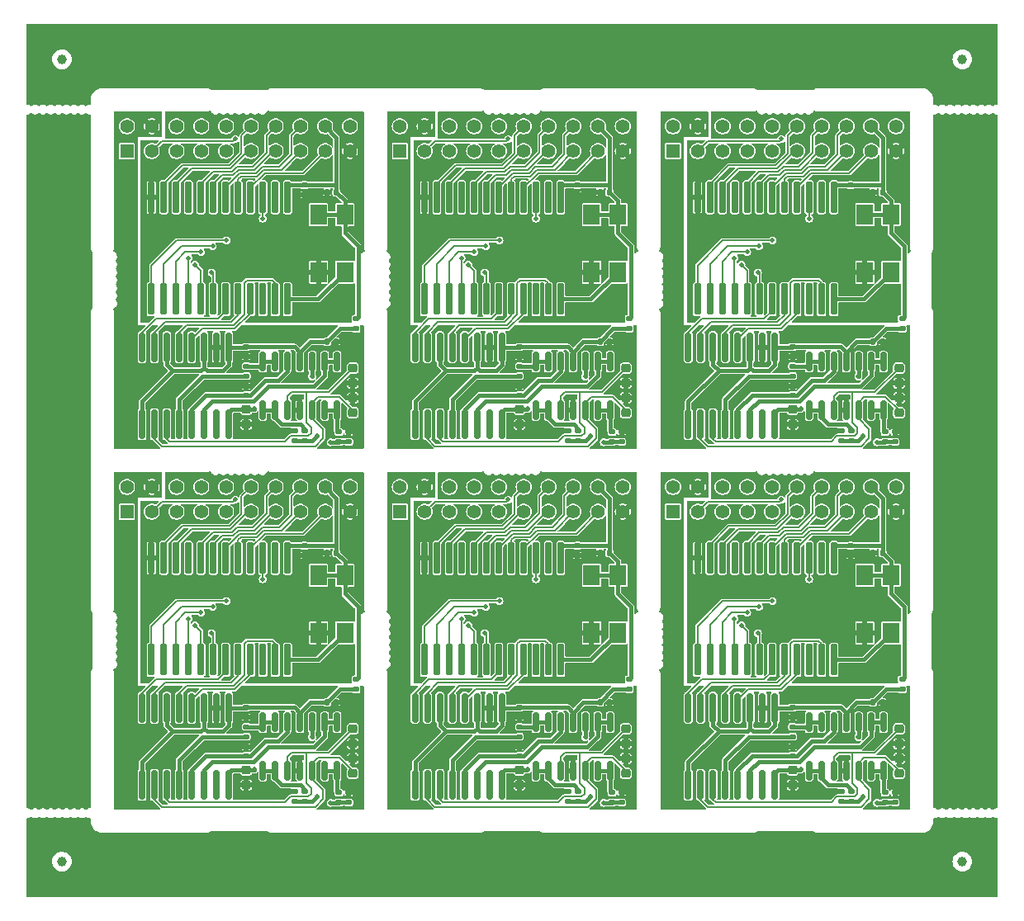
<source format=gtl>
G04 #@! TF.GenerationSoftware,KiCad,Pcbnew,8.0.8*
G04 #@! TF.CreationDate,2025-02-10T00:15:00+01:00*
G04 #@! TF.ProjectId,opl3module,6f706c33-6d6f-4647-956c-652e6b696361,1.2*
G04 #@! TF.SameCoordinates,Original*
G04 #@! TF.FileFunction,Copper,L1,Top*
G04 #@! TF.FilePolarity,Positive*
%FSLAX46Y46*%
G04 Gerber Fmt 4.6, Leading zero omitted, Abs format (unit mm)*
G04 Created by KiCad (PCBNEW 8.0.8) date 2025-02-10 00:15:00*
%MOMM*%
%LPD*%
G01*
G04 APERTURE LIST*
G04 Aperture macros list*
%AMRoundRect*
0 Rectangle with rounded corners*
0 $1 Rounding radius*
0 $2 $3 $4 $5 $6 $7 $8 $9 X,Y pos of 4 corners*
0 Add a 4 corners polygon primitive as box body*
4,1,4,$2,$3,$4,$5,$6,$7,$8,$9,$2,$3,0*
0 Add four circle primitives for the rounded corners*
1,1,$1+$1,$2,$3*
1,1,$1+$1,$4,$5*
1,1,$1+$1,$6,$7*
1,1,$1+$1,$8,$9*
0 Add four rect primitives between the rounded corners*
20,1,$1+$1,$2,$3,$4,$5,0*
20,1,$1+$1,$4,$5,$6,$7,0*
20,1,$1+$1,$6,$7,$8,$9,0*
20,1,$1+$1,$8,$9,$2,$3,0*%
G04 Aperture macros list end*
G04 #@! TA.AperFunction,SMDPad,CuDef*
%ADD10R,1.700000X2.100000*%
G04 #@! TD*
G04 #@! TA.AperFunction,SMDPad,CuDef*
%ADD11RoundRect,0.140000X0.170000X-0.140000X0.170000X0.140000X-0.170000X0.140000X-0.170000X-0.140000X0*%
G04 #@! TD*
G04 #@! TA.AperFunction,SMDPad,CuDef*
%ADD12RoundRect,0.225000X0.250000X-0.225000X0.250000X0.225000X-0.250000X0.225000X-0.250000X-0.225000X0*%
G04 #@! TD*
G04 #@! TA.AperFunction,SMDPad,CuDef*
%ADD13RoundRect,0.135000X-0.185000X0.135000X-0.185000X-0.135000X0.185000X-0.135000X0.185000X0.135000X0*%
G04 #@! TD*
G04 #@! TA.AperFunction,SMDPad,CuDef*
%ADD14RoundRect,0.140000X0.140000X0.170000X-0.140000X0.170000X-0.140000X-0.170000X0.140000X-0.170000X0*%
G04 #@! TD*
G04 #@! TA.AperFunction,ComponentPad*
%ADD15C,1.397000*%
G04 #@! TD*
G04 #@! TA.AperFunction,ComponentPad*
%ADD16R,1.397000X1.397000*%
G04 #@! TD*
G04 #@! TA.AperFunction,SMDPad,CuDef*
%ADD17RoundRect,0.162500X-0.162500X1.462500X-0.162500X-1.462500X0.162500X-1.462500X0.162500X1.462500X0*%
G04 #@! TD*
G04 #@! TA.AperFunction,SMDPad,CuDef*
%ADD18RoundRect,0.162500X-0.162500X1.337500X-0.162500X-1.337500X0.162500X-1.337500X0.162500X1.337500X0*%
G04 #@! TD*
G04 #@! TA.AperFunction,SMDPad,CuDef*
%ADD19RoundRect,0.135000X0.185000X-0.135000X0.185000X0.135000X-0.185000X0.135000X-0.185000X-0.135000X0*%
G04 #@! TD*
G04 #@! TA.AperFunction,SMDPad,CuDef*
%ADD20RoundRect,0.225000X-0.250000X0.225000X-0.250000X-0.225000X0.250000X-0.225000X0.250000X0.225000X0*%
G04 #@! TD*
G04 #@! TA.AperFunction,SMDPad,CuDef*
%ADD21RoundRect,0.150000X-0.150000X0.825000X-0.150000X-0.825000X0.150000X-0.825000X0.150000X0.825000X0*%
G04 #@! TD*
G04 #@! TA.AperFunction,SMDPad,CuDef*
%ADD22C,1.000000*%
G04 #@! TD*
G04 #@! TA.AperFunction,ViaPad*
%ADD23C,0.460000*%
G04 #@! TD*
G04 #@! TA.AperFunction,Conductor*
%ADD24C,0.406400*%
G04 #@! TD*
G04 #@! TA.AperFunction,Conductor*
%ADD25C,0.203200*%
G04 #@! TD*
G04 APERTURE END LIST*
D10*
X86150000Y-56780000D03*
X86150000Y-62680000D03*
X88850000Y-62680000D03*
X88850000Y-56780000D03*
X86150000Y-19780000D03*
X86150000Y-25680000D03*
X88850000Y-25680000D03*
X88850000Y-19780000D03*
X58150000Y-56780000D03*
X58150000Y-62680000D03*
X60850000Y-62680000D03*
X60850000Y-56780000D03*
X58150000Y-19780000D03*
X58150000Y-25680000D03*
X60850000Y-25680000D03*
X60850000Y-19780000D03*
X30150000Y-56780000D03*
X30150000Y-62680000D03*
X32850000Y-62680000D03*
X32850000Y-56780000D03*
X30150000Y-19780000D03*
X30150000Y-25680000D03*
X32850000Y-25680000D03*
X32850000Y-19780000D03*
D11*
X22750000Y-34315000D03*
X22750000Y-33355000D03*
D12*
X78750000Y-78310000D03*
X78750000Y-76760000D03*
D13*
X89250000Y-42075000D03*
X89250000Y-43095000D03*
D11*
X84700000Y-54710000D03*
X84700000Y-53750000D03*
D12*
X22750000Y-78310000D03*
X22750000Y-76760000D03*
D13*
X89250000Y-79075000D03*
X89250000Y-80095000D03*
D12*
X89660000Y-40110000D03*
X89660000Y-38560000D03*
D14*
X59980000Y-32835000D03*
X59020000Y-32835000D03*
D12*
X61660000Y-40110000D03*
X61660000Y-38560000D03*
D15*
X33360000Y-47730000D03*
X33360000Y-50270000D03*
X30820000Y-47730000D03*
X30820000Y-50270000D03*
X28280000Y-47730000D03*
X28280000Y-50270000D03*
X25740000Y-47730000D03*
X25740000Y-50270000D03*
X23200000Y-47730000D03*
X23200000Y-50270000D03*
X20660000Y-47730000D03*
X20660000Y-50270000D03*
X18120000Y-47730000D03*
X18120000Y-50270000D03*
X15580000Y-47730000D03*
X15580000Y-50270000D03*
X13040000Y-47730000D03*
X13040000Y-50270000D03*
X10500000Y-47730000D03*
D16*
X10500000Y-50270000D03*
D17*
X54985000Y-55005000D03*
X53715000Y-55005000D03*
X52445000Y-55005000D03*
X51175000Y-55005000D03*
X49905000Y-55005000D03*
X48635000Y-55005000D03*
X47365000Y-55005000D03*
X46095000Y-55005000D03*
X44825000Y-55005000D03*
X43555000Y-55005000D03*
X42285000Y-55005000D03*
X41015000Y-55005000D03*
X41015000Y-65455000D03*
X42285000Y-65455000D03*
X43555000Y-65455000D03*
X44825000Y-65455000D03*
X46095000Y-65455000D03*
X47365000Y-65455000D03*
X48635000Y-65455000D03*
X49905000Y-65455000D03*
X51175000Y-65455000D03*
X52445000Y-65455000D03*
X53715000Y-65455000D03*
X54985000Y-65455000D03*
D11*
X22750000Y-71315000D03*
X22750000Y-70355000D03*
X78750000Y-75315000D03*
X78750000Y-74355000D03*
D13*
X33250000Y-42075000D03*
X33250000Y-43095000D03*
D14*
X59980000Y-17500000D03*
X59020000Y-17500000D03*
D11*
X56700000Y-54710000D03*
X56700000Y-53750000D03*
D13*
X61250000Y-79075000D03*
X61250000Y-80095000D03*
D14*
X87980000Y-32835000D03*
X87020000Y-32835000D03*
X87980000Y-54500000D03*
X87020000Y-54500000D03*
D15*
X89360000Y-47730000D03*
X89360000Y-50270000D03*
X86820000Y-47730000D03*
X86820000Y-50270000D03*
X84280000Y-47730000D03*
X84280000Y-50270000D03*
X81740000Y-47730000D03*
X81740000Y-50270000D03*
X79200000Y-47730000D03*
X79200000Y-50270000D03*
X76660000Y-47730000D03*
X76660000Y-50270000D03*
X74120000Y-47730000D03*
X74120000Y-50270000D03*
X71580000Y-47730000D03*
X71580000Y-50270000D03*
X69040000Y-47730000D03*
X69040000Y-50270000D03*
X66500000Y-47730000D03*
D16*
X66500000Y-50270000D03*
D14*
X31980000Y-54500000D03*
X31020000Y-54500000D03*
D17*
X26985000Y-55005000D03*
X25715000Y-55005000D03*
X24445000Y-55005000D03*
X23175000Y-55005000D03*
X21905000Y-55005000D03*
X20635000Y-55005000D03*
X19365000Y-55005000D03*
X18095000Y-55005000D03*
X16825000Y-55005000D03*
X15555000Y-55005000D03*
X14285000Y-55005000D03*
X13015000Y-55005000D03*
X13015000Y-65455000D03*
X14285000Y-65455000D03*
X15555000Y-65455000D03*
X16825000Y-65455000D03*
X18095000Y-65455000D03*
X19365000Y-65455000D03*
X20635000Y-65455000D03*
X21905000Y-65455000D03*
X23175000Y-65455000D03*
X24445000Y-65455000D03*
X25715000Y-65455000D03*
X26985000Y-65455000D03*
D11*
X84700000Y-17710000D03*
X84700000Y-16750000D03*
D13*
X55750000Y-41975000D03*
X55750000Y-42995000D03*
X50750000Y-35325000D03*
X50750000Y-36345000D03*
X50750000Y-72325000D03*
X50750000Y-73345000D03*
D18*
X48945000Y-33385000D03*
X47675000Y-33385000D03*
X46405000Y-33385000D03*
X45135000Y-33385000D03*
X43865000Y-33385000D03*
X42595000Y-33385000D03*
X41325000Y-33385000D03*
X40055000Y-33385000D03*
X40055000Y-41285000D03*
X41325000Y-41285000D03*
X42595000Y-41285000D03*
X43865000Y-41285000D03*
X45135000Y-41285000D03*
X46405000Y-41285000D03*
X47675000Y-41285000D03*
X48945000Y-41285000D03*
D13*
X90000000Y-67470000D03*
X90000000Y-68490000D03*
D19*
X88250000Y-43095000D03*
X88250000Y-42075000D03*
D17*
X82985000Y-18005000D03*
X81715000Y-18005000D03*
X80445000Y-18005000D03*
X79175000Y-18005000D03*
X77905000Y-18005000D03*
X76635000Y-18005000D03*
X75365000Y-18005000D03*
X74095000Y-18005000D03*
X72825000Y-18005000D03*
X71555000Y-18005000D03*
X70285000Y-18005000D03*
X69015000Y-18005000D03*
X69015000Y-28455000D03*
X70285000Y-28455000D03*
X71555000Y-28455000D03*
X72825000Y-28455000D03*
X74095000Y-28455000D03*
X75365000Y-28455000D03*
X76635000Y-28455000D03*
X77905000Y-28455000D03*
X79175000Y-28455000D03*
X80445000Y-28455000D03*
X81715000Y-28455000D03*
X82985000Y-28455000D03*
D20*
X61660000Y-72535000D03*
X61660000Y-74085000D03*
D19*
X60250000Y-43095000D03*
X60250000Y-42075000D03*
D13*
X22750000Y-35325000D03*
X22750000Y-36345000D03*
D11*
X50750000Y-71315000D03*
X50750000Y-70355000D03*
D14*
X87980000Y-17500000D03*
X87020000Y-17500000D03*
D11*
X50750000Y-38315000D03*
X50750000Y-37355000D03*
D17*
X54985000Y-18005000D03*
X53715000Y-18005000D03*
X52445000Y-18005000D03*
X51175000Y-18005000D03*
X49905000Y-18005000D03*
X48635000Y-18005000D03*
X47365000Y-18005000D03*
X46095000Y-18005000D03*
X44825000Y-18005000D03*
X43555000Y-18005000D03*
X42285000Y-18005000D03*
X41015000Y-18005000D03*
X41015000Y-28455000D03*
X42285000Y-28455000D03*
X43555000Y-28455000D03*
X44825000Y-28455000D03*
X46095000Y-28455000D03*
X47365000Y-28455000D03*
X48635000Y-28455000D03*
X49905000Y-28455000D03*
X51175000Y-28455000D03*
X52445000Y-28455000D03*
X53715000Y-28455000D03*
X54985000Y-28455000D03*
D11*
X28700000Y-54710000D03*
X28700000Y-53750000D03*
D13*
X22750000Y-72325000D03*
X22750000Y-73345000D03*
D19*
X56750000Y-79995000D03*
X56750000Y-78975000D03*
D18*
X76945000Y-70385000D03*
X75675000Y-70385000D03*
X74405000Y-70385000D03*
X73135000Y-70385000D03*
X71865000Y-70385000D03*
X70595000Y-70385000D03*
X69325000Y-70385000D03*
X68055000Y-70385000D03*
X68055000Y-78285000D03*
X69325000Y-78285000D03*
X70595000Y-78285000D03*
X71865000Y-78285000D03*
X73135000Y-78285000D03*
X74405000Y-78285000D03*
X75675000Y-78285000D03*
X76945000Y-78285000D03*
D19*
X84750000Y-42995000D03*
X84750000Y-41975000D03*
D14*
X59980000Y-54500000D03*
X59020000Y-54500000D03*
D19*
X32250000Y-43095000D03*
X32250000Y-42075000D03*
D12*
X78750000Y-41310000D03*
X78750000Y-39760000D03*
D11*
X50750000Y-75315000D03*
X50750000Y-74355000D03*
D13*
X62000000Y-67470000D03*
X62000000Y-68490000D03*
D11*
X22750000Y-75315000D03*
X22750000Y-74355000D03*
X78750000Y-34315000D03*
X78750000Y-33355000D03*
D13*
X34000000Y-67470000D03*
X34000000Y-68490000D03*
D20*
X61660000Y-35535000D03*
X61660000Y-37085000D03*
D11*
X22750000Y-38315000D03*
X22750000Y-37355000D03*
D21*
X88060000Y-39810000D03*
X86790000Y-39810000D03*
X85520000Y-39810000D03*
X84250000Y-39810000D03*
X82980000Y-39810000D03*
X81710000Y-39810000D03*
X80440000Y-39810000D03*
X80440000Y-34860000D03*
X81710000Y-34860000D03*
X82980000Y-34860000D03*
X84250000Y-34860000D03*
X85520000Y-34860000D03*
X86790000Y-34860000D03*
X88060000Y-34860000D03*
D11*
X28700000Y-17710000D03*
X28700000Y-16750000D03*
D20*
X89660000Y-72535000D03*
X89660000Y-74085000D03*
D19*
X32250000Y-80095000D03*
X32250000Y-79075000D03*
D13*
X33250000Y-79075000D03*
X33250000Y-80095000D03*
D17*
X26985000Y-18005000D03*
X25715000Y-18005000D03*
X24445000Y-18005000D03*
X23175000Y-18005000D03*
X21905000Y-18005000D03*
X20635000Y-18005000D03*
X19365000Y-18005000D03*
X18095000Y-18005000D03*
X16825000Y-18005000D03*
X15555000Y-18005000D03*
X14285000Y-18005000D03*
X13015000Y-18005000D03*
X13015000Y-28455000D03*
X14285000Y-28455000D03*
X15555000Y-28455000D03*
X16825000Y-28455000D03*
X18095000Y-28455000D03*
X19365000Y-28455000D03*
X20635000Y-28455000D03*
X21905000Y-28455000D03*
X23175000Y-28455000D03*
X24445000Y-28455000D03*
X25715000Y-28455000D03*
X26985000Y-28455000D03*
D13*
X78750000Y-72325000D03*
X78750000Y-73345000D03*
D21*
X60060000Y-39810000D03*
X58790000Y-39810000D03*
X57520000Y-39810000D03*
X56250000Y-39810000D03*
X54980000Y-39810000D03*
X53710000Y-39810000D03*
X52440000Y-39810000D03*
X52440000Y-34860000D03*
X53710000Y-34860000D03*
X54980000Y-34860000D03*
X56250000Y-34860000D03*
X57520000Y-34860000D03*
X58790000Y-34860000D03*
X60060000Y-34860000D03*
D13*
X27750000Y-78975000D03*
X27750000Y-79995000D03*
D19*
X84750000Y-79995000D03*
X84750000Y-78975000D03*
D20*
X33660000Y-35535000D03*
X33660000Y-37085000D03*
D19*
X60250000Y-80095000D03*
X60250000Y-79075000D03*
D14*
X31020000Y-17500000D03*
X31980000Y-17500000D03*
D15*
X33360000Y-10730000D03*
X33360000Y-13270000D03*
X30820000Y-10730000D03*
X30820000Y-13270000D03*
X28280000Y-10730000D03*
X28280000Y-13270000D03*
X25740000Y-10730000D03*
X25740000Y-13270000D03*
X23200000Y-10730000D03*
X23200000Y-13270000D03*
X20660000Y-10730000D03*
X20660000Y-13270000D03*
X18120000Y-10730000D03*
X18120000Y-13270000D03*
X15580000Y-10730000D03*
X15580000Y-13270000D03*
X13040000Y-10730000D03*
X13040000Y-13270000D03*
X10500000Y-10730000D03*
D16*
X10500000Y-13270000D03*
D20*
X33660000Y-72535000D03*
X33660000Y-74085000D03*
D13*
X62000000Y-30470000D03*
X62000000Y-31490000D03*
D14*
X31980000Y-69835000D03*
X31020000Y-69835000D03*
D13*
X34000000Y-30470000D03*
X34000000Y-31490000D03*
D11*
X50750000Y-34315000D03*
X50750000Y-33355000D03*
D21*
X88060000Y-76810000D03*
X86790000Y-76810000D03*
X85520000Y-76810000D03*
X84250000Y-76810000D03*
X82980000Y-76810000D03*
X81710000Y-76810000D03*
X80440000Y-76810000D03*
X80440000Y-71860000D03*
X81710000Y-71860000D03*
X82980000Y-71860000D03*
X84250000Y-71860000D03*
X85520000Y-71860000D03*
X86790000Y-71860000D03*
X88060000Y-71860000D03*
X60060000Y-76810000D03*
X58790000Y-76810000D03*
X57520000Y-76810000D03*
X56250000Y-76810000D03*
X54980000Y-76810000D03*
X53710000Y-76810000D03*
X52440000Y-76810000D03*
X52440000Y-71860000D03*
X53710000Y-71860000D03*
X54980000Y-71860000D03*
X56250000Y-71860000D03*
X57520000Y-71860000D03*
X58790000Y-71860000D03*
X60060000Y-71860000D03*
D12*
X61660000Y-77110000D03*
X61660000Y-75560000D03*
D21*
X32060000Y-76810000D03*
X30790000Y-76810000D03*
X29520000Y-76810000D03*
X28250000Y-76810000D03*
X26980000Y-76810000D03*
X25710000Y-76810000D03*
X24440000Y-76810000D03*
X24440000Y-71860000D03*
X25710000Y-71860000D03*
X26980000Y-71860000D03*
X28250000Y-71860000D03*
X29520000Y-71860000D03*
X30790000Y-71860000D03*
X32060000Y-71860000D03*
D11*
X56700000Y-17710000D03*
X56700000Y-16750000D03*
D19*
X28750000Y-79995000D03*
X28750000Y-78975000D03*
D12*
X33660000Y-40110000D03*
X33660000Y-38560000D03*
D13*
X55750000Y-78975000D03*
X55750000Y-79995000D03*
X90000000Y-30470000D03*
X90000000Y-31490000D03*
X83750000Y-41975000D03*
X83750000Y-42995000D03*
D14*
X87980000Y-69835000D03*
X87020000Y-69835000D03*
D15*
X61360000Y-47730000D03*
X61360000Y-50270000D03*
X58820000Y-47730000D03*
X58820000Y-50270000D03*
X56280000Y-47730000D03*
X56280000Y-50270000D03*
X53740000Y-47730000D03*
X53740000Y-50270000D03*
X51200000Y-47730000D03*
X51200000Y-50270000D03*
X48660000Y-47730000D03*
X48660000Y-50270000D03*
X46120000Y-47730000D03*
X46120000Y-50270000D03*
X43580000Y-47730000D03*
X43580000Y-50270000D03*
X41040000Y-47730000D03*
X41040000Y-50270000D03*
X38500000Y-47730000D03*
D16*
X38500000Y-50270000D03*
D19*
X88250000Y-80095000D03*
X88250000Y-79075000D03*
D12*
X50750000Y-78310000D03*
X50750000Y-76760000D03*
D18*
X20945000Y-33385000D03*
X19675000Y-33385000D03*
X18405000Y-33385000D03*
X17135000Y-33385000D03*
X15865000Y-33385000D03*
X14595000Y-33385000D03*
X13325000Y-33385000D03*
X12055000Y-33385000D03*
X12055000Y-41285000D03*
X13325000Y-41285000D03*
X14595000Y-41285000D03*
X15865000Y-41285000D03*
X17135000Y-41285000D03*
X18405000Y-41285000D03*
X19675000Y-41285000D03*
X20945000Y-41285000D03*
D14*
X59980000Y-69835000D03*
X59020000Y-69835000D03*
D17*
X82985000Y-55005000D03*
X81715000Y-55005000D03*
X80445000Y-55005000D03*
X79175000Y-55005000D03*
X77905000Y-55005000D03*
X76635000Y-55005000D03*
X75365000Y-55005000D03*
X74095000Y-55005000D03*
X72825000Y-55005000D03*
X71555000Y-55005000D03*
X70285000Y-55005000D03*
X69015000Y-55005000D03*
X69015000Y-65455000D03*
X70285000Y-65455000D03*
X71555000Y-65455000D03*
X72825000Y-65455000D03*
X74095000Y-65455000D03*
X75365000Y-65455000D03*
X76635000Y-65455000D03*
X77905000Y-65455000D03*
X79175000Y-65455000D03*
X80445000Y-65455000D03*
X81715000Y-65455000D03*
X82985000Y-65455000D03*
D18*
X20945000Y-70385000D03*
X19675000Y-70385000D03*
X18405000Y-70385000D03*
X17135000Y-70385000D03*
X15865000Y-70385000D03*
X14595000Y-70385000D03*
X13325000Y-70385000D03*
X12055000Y-70385000D03*
X12055000Y-78285000D03*
X13325000Y-78285000D03*
X14595000Y-78285000D03*
X15865000Y-78285000D03*
X17135000Y-78285000D03*
X18405000Y-78285000D03*
X19675000Y-78285000D03*
X20945000Y-78285000D03*
D15*
X61360000Y-10730000D03*
X61360000Y-13270000D03*
X58820000Y-10730000D03*
X58820000Y-13270000D03*
X56280000Y-10730000D03*
X56280000Y-13270000D03*
X53740000Y-10730000D03*
X53740000Y-13270000D03*
X51200000Y-10730000D03*
X51200000Y-13270000D03*
X48660000Y-10730000D03*
X48660000Y-13270000D03*
X46120000Y-10730000D03*
X46120000Y-13270000D03*
X43580000Y-10730000D03*
X43580000Y-13270000D03*
X41040000Y-10730000D03*
X41040000Y-13270000D03*
X38500000Y-10730000D03*
D16*
X38500000Y-13270000D03*
D15*
X89360000Y-10730000D03*
X89360000Y-13270000D03*
X86820000Y-10730000D03*
X86820000Y-13270000D03*
X84280000Y-10730000D03*
X84280000Y-13270000D03*
X81740000Y-10730000D03*
X81740000Y-13270000D03*
X79200000Y-10730000D03*
X79200000Y-13270000D03*
X76660000Y-10730000D03*
X76660000Y-13270000D03*
X74120000Y-10730000D03*
X74120000Y-13270000D03*
X71580000Y-10730000D03*
X71580000Y-13270000D03*
X69040000Y-10730000D03*
X69040000Y-13270000D03*
X66500000Y-10730000D03*
D16*
X66500000Y-13270000D03*
D13*
X78750000Y-35325000D03*
X78750000Y-36345000D03*
X83750000Y-78975000D03*
X83750000Y-79995000D03*
D20*
X89660000Y-35535000D03*
X89660000Y-37085000D03*
D18*
X76945000Y-33385000D03*
X75675000Y-33385000D03*
X74405000Y-33385000D03*
X73135000Y-33385000D03*
X71865000Y-33385000D03*
X70595000Y-33385000D03*
X69325000Y-33385000D03*
X68055000Y-33385000D03*
X68055000Y-41285000D03*
X69325000Y-41285000D03*
X70595000Y-41285000D03*
X71865000Y-41285000D03*
X73135000Y-41285000D03*
X74405000Y-41285000D03*
X75675000Y-41285000D03*
X76945000Y-41285000D03*
D14*
X31980000Y-32835000D03*
X31020000Y-32835000D03*
D18*
X48945000Y-70385000D03*
X47675000Y-70385000D03*
X46405000Y-70385000D03*
X45135000Y-70385000D03*
X43865000Y-70385000D03*
X42595000Y-70385000D03*
X41325000Y-70385000D03*
X40055000Y-70385000D03*
X40055000Y-78285000D03*
X41325000Y-78285000D03*
X42595000Y-78285000D03*
X43865000Y-78285000D03*
X45135000Y-78285000D03*
X46405000Y-78285000D03*
X47675000Y-78285000D03*
X48945000Y-78285000D03*
D11*
X78750000Y-71315000D03*
X78750000Y-70355000D03*
D13*
X27750000Y-41975000D03*
X27750000Y-42995000D03*
D19*
X28750000Y-42995000D03*
X28750000Y-41975000D03*
D13*
X61250000Y-42075000D03*
X61250000Y-43095000D03*
D12*
X50750000Y-41310000D03*
X50750000Y-39760000D03*
X33660000Y-77110000D03*
X33660000Y-75560000D03*
D19*
X56750000Y-42995000D03*
X56750000Y-41975000D03*
D11*
X78750000Y-38315000D03*
X78750000Y-37355000D03*
D12*
X89660000Y-77110000D03*
X89660000Y-75560000D03*
D21*
X32060000Y-39810000D03*
X30790000Y-39810000D03*
X29520000Y-39810000D03*
X28250000Y-39810000D03*
X26980000Y-39810000D03*
X25710000Y-39810000D03*
X24440000Y-39810000D03*
X24440000Y-34860000D03*
X25710000Y-34860000D03*
X26980000Y-34860000D03*
X28250000Y-34860000D03*
X29520000Y-34860000D03*
X30790000Y-34860000D03*
X32060000Y-34860000D03*
D12*
X22750000Y-41310000D03*
X22750000Y-39760000D03*
D22*
X96150000Y-86150000D03*
X3850000Y-3850000D03*
X3850000Y-86150000D03*
X96150000Y-3850000D03*
D23*
X29500000Y-36400000D03*
X23600000Y-39699996D03*
X29500000Y-73400000D03*
X23600000Y-76699996D03*
X57500000Y-36400000D03*
X51600000Y-39699996D03*
X57500000Y-73400000D03*
X51600000Y-76699996D03*
X87500000Y-20430000D03*
X69015001Y-15794999D03*
X84700000Y-31835000D03*
X83650000Y-38600000D03*
X88700000Y-32835000D03*
X66500000Y-42730000D03*
X75675000Y-35150000D03*
X80450000Y-41600000D03*
X73700000Y-38000000D03*
X69015001Y-52794999D03*
X87500000Y-57430000D03*
X83650000Y-75600000D03*
X66500000Y-79730000D03*
X75675000Y-72150000D03*
X88700000Y-69835000D03*
X80450000Y-78600000D03*
X73700000Y-75000000D03*
X84700000Y-68835000D03*
X75300000Y-23030000D03*
X76700000Y-22430000D03*
X72800000Y-24230000D03*
X74100000Y-23630000D03*
X75200000Y-25730000D03*
X73500000Y-24930000D03*
X80445001Y-20174299D03*
X77600000Y-12030000D03*
X87400000Y-43135000D03*
X86000000Y-42500003D03*
X75300000Y-60030000D03*
X76700000Y-59430000D03*
X72800000Y-61230000D03*
X74100000Y-60630000D03*
X75200000Y-62730000D03*
X73500000Y-61930000D03*
X77600000Y-49030000D03*
X80445001Y-57174299D03*
X87400000Y-80135000D03*
X86000000Y-79500003D03*
X85500000Y-36400000D03*
X79600000Y-39699996D03*
X79600000Y-76699996D03*
X85500000Y-73400000D03*
X31500000Y-20430000D03*
X13015001Y-15794999D03*
X30000000Y-42500003D03*
X31400000Y-43135000D03*
X24445001Y-20174299D03*
X21600000Y-12030000D03*
X17500000Y-24930000D03*
X19200000Y-25730000D03*
X18100000Y-23630000D03*
X16800000Y-24230000D03*
X20700000Y-22430000D03*
X19300000Y-23030000D03*
X32700000Y-32835000D03*
X17700000Y-38000000D03*
X28700000Y-31835000D03*
X24450000Y-41600000D03*
X27650000Y-38600000D03*
X19675000Y-35150000D03*
X10500000Y-42730000D03*
X31500000Y-57430000D03*
X13015001Y-52794999D03*
X28700000Y-68835000D03*
X24450000Y-78600000D03*
X10500000Y-79730000D03*
X17700000Y-75000000D03*
X27650000Y-75600000D03*
X19675000Y-72150000D03*
X32700000Y-69835000D03*
X41015001Y-15794999D03*
X59500000Y-20430000D03*
X38500000Y-42730000D03*
X52450000Y-41600000D03*
X45700000Y-38000000D03*
X60700000Y-32835000D03*
X47675000Y-35150000D03*
X56700000Y-31835000D03*
X55650000Y-38600000D03*
X59500000Y-57430000D03*
X41015001Y-52794999D03*
X47675000Y-72150000D03*
X60700000Y-69835000D03*
X55650000Y-75600000D03*
X52450000Y-78600000D03*
X38500000Y-79730000D03*
X45700000Y-75000000D03*
X56700000Y-68835000D03*
X30000000Y-79500003D03*
X31400000Y-80135000D03*
X24445001Y-57174299D03*
X21600000Y-49030000D03*
X17500000Y-61930000D03*
X19200000Y-62730000D03*
X18100000Y-60630000D03*
X16800000Y-61230000D03*
X20700000Y-59430000D03*
X19300000Y-60030000D03*
X58000000Y-42500003D03*
X59400000Y-43135000D03*
X52445001Y-20174299D03*
X49600000Y-12030000D03*
X45500000Y-24930000D03*
X47200000Y-25730000D03*
X46100000Y-23630000D03*
X44800000Y-24230000D03*
X48700000Y-22430000D03*
X47300000Y-23030000D03*
X58000000Y-79500003D03*
X59400000Y-80135000D03*
X52445001Y-57174299D03*
X49600000Y-49030000D03*
X45500000Y-61930000D03*
X47200000Y-62730000D03*
X46100000Y-60630000D03*
X44800000Y-61230000D03*
X48700000Y-59430000D03*
X47300000Y-60030000D03*
D24*
X87980000Y-48890000D02*
X87980000Y-53750000D01*
X87980000Y-53750000D02*
X87980000Y-54500000D01*
X84700000Y-53750000D02*
X87980000Y-53750000D01*
X88850000Y-56780000D02*
X86150000Y-56780000D01*
X88850000Y-56780000D02*
X88850000Y-55370000D01*
X88850000Y-55370000D02*
X87980000Y-54500000D01*
X84700000Y-53750000D02*
X82985000Y-53750000D01*
X82985000Y-53750000D02*
X82985000Y-55005000D01*
X82985000Y-65455000D02*
X86075000Y-65455000D01*
X86075000Y-65455000D02*
X88850000Y-62680000D01*
X90000000Y-67470000D02*
X90200000Y-67270000D01*
X88850000Y-58660000D02*
X88850000Y-56780000D01*
X90200000Y-67270000D02*
X90200000Y-60010000D01*
X90200000Y-60010000D02*
X88850000Y-58660000D01*
X60850000Y-56780000D02*
X60850000Y-55370000D01*
X60850000Y-55370000D02*
X59980000Y-54500000D01*
X60850000Y-56780000D02*
X58150000Y-56780000D01*
X59980000Y-48890000D02*
X59980000Y-53750000D01*
X59980000Y-53750000D02*
X59980000Y-54500000D01*
X56700000Y-53750000D02*
X59980000Y-53750000D01*
X56700000Y-53750000D02*
X54985000Y-53750000D01*
X54985000Y-53750000D02*
X54985000Y-55005000D01*
X54985000Y-65455000D02*
X58075000Y-65455000D01*
X58075000Y-65455000D02*
X60850000Y-62680000D01*
X62000000Y-67470000D02*
X62200000Y-67270000D01*
X62200000Y-67270000D02*
X62200000Y-60010000D01*
X62200000Y-60010000D02*
X60850000Y-58660000D01*
X60850000Y-58660000D02*
X60850000Y-56780000D01*
X31980000Y-48890000D02*
X31980000Y-53750000D01*
X31980000Y-53750000D02*
X31980000Y-54500000D01*
X28700000Y-53750000D02*
X31980000Y-53750000D01*
X32850000Y-56780000D02*
X30150000Y-56780000D01*
X32850000Y-56780000D02*
X32850000Y-55370000D01*
X32850000Y-55370000D02*
X31980000Y-54500000D01*
X28700000Y-53750000D02*
X26985000Y-53750000D01*
X26985000Y-53750000D02*
X26985000Y-55005000D01*
X26985000Y-65455000D02*
X30075000Y-65455000D01*
X30075000Y-65455000D02*
X32850000Y-62680000D01*
X34000000Y-67470000D02*
X34200000Y-67270000D01*
X34200000Y-67270000D02*
X34200000Y-60010000D01*
X34200000Y-60010000D02*
X32850000Y-58660000D01*
X32850000Y-58660000D02*
X32850000Y-56780000D01*
X88850000Y-19780000D02*
X86150000Y-19780000D01*
X87980000Y-11890000D02*
X87980000Y-16750000D01*
X87980000Y-16750000D02*
X87980000Y-17500000D01*
X84700000Y-16750000D02*
X87980000Y-16750000D01*
X88850000Y-19780000D02*
X88850000Y-18370000D01*
X88850000Y-18370000D02*
X87980000Y-17500000D01*
X84700000Y-16750000D02*
X82985000Y-16750000D01*
X82985000Y-16750000D02*
X82985000Y-18005000D01*
X90000000Y-30470000D02*
X90200000Y-30270000D01*
X90200000Y-30270000D02*
X90200000Y-23010000D01*
X90200000Y-23010000D02*
X88850000Y-21660000D01*
X88850000Y-21660000D02*
X88850000Y-20100000D01*
X82985000Y-28455000D02*
X86075000Y-28455000D01*
X86075000Y-28455000D02*
X88850000Y-25680000D01*
X60850000Y-19780000D02*
X58150000Y-19780000D01*
X32850000Y-19780000D02*
X30150000Y-19780000D01*
X59980000Y-11890000D02*
X59980000Y-16750000D01*
X59980000Y-16750000D02*
X59980000Y-17500000D01*
X56700000Y-16750000D02*
X59980000Y-16750000D01*
X60850000Y-19780000D02*
X60850000Y-18370000D01*
X60850000Y-18370000D02*
X59980000Y-17500000D01*
X56700000Y-16750000D02*
X54985000Y-16750000D01*
X54985000Y-16750000D02*
X54985000Y-18005000D01*
X62000000Y-30470000D02*
X62200000Y-30270000D01*
X60850000Y-21660000D02*
X60850000Y-20100000D01*
X62200000Y-30270000D02*
X62200000Y-23010000D01*
X62200000Y-23010000D02*
X60850000Y-21660000D01*
X54985000Y-28455000D02*
X58075000Y-28455000D01*
X58075000Y-28455000D02*
X60850000Y-25680000D01*
X31980000Y-11890000D02*
X31980000Y-16750000D01*
X31980000Y-16750000D02*
X31980000Y-17500000D01*
X28700000Y-16750000D02*
X31980000Y-16750000D01*
X32850000Y-25680000D02*
X30075000Y-28455000D01*
X30075000Y-28455000D02*
X26985000Y-28455000D01*
X26980000Y-35835000D02*
X26015000Y-36800000D01*
X18605000Y-38315000D02*
X22750000Y-38315000D01*
X17135000Y-39785000D02*
X17135000Y-41285000D01*
X26980000Y-34860000D02*
X26980000Y-35835000D01*
X18605000Y-38315000D02*
X17135000Y-39785000D01*
X26015000Y-36800000D02*
X24700000Y-36800000D01*
X24700000Y-36800000D02*
X23185000Y-38315000D01*
X23185000Y-38315000D02*
X22750000Y-38315000D01*
X22750000Y-39760000D02*
X21240000Y-39760000D01*
X29520000Y-36380000D02*
X29500000Y-36400000D01*
X23539996Y-39760000D02*
X23600000Y-39699996D01*
X22750000Y-39760000D02*
X23539996Y-39760000D01*
X21240000Y-39760000D02*
X21000000Y-40000000D01*
X29520000Y-34860000D02*
X29520000Y-36380000D01*
X18605000Y-75315000D02*
X17135000Y-76785000D01*
X26015000Y-73800000D02*
X24700000Y-73800000D01*
X18605000Y-75315000D02*
X22750000Y-75315000D01*
X23185000Y-75315000D02*
X22750000Y-75315000D01*
X24700000Y-73800000D02*
X23185000Y-75315000D01*
X17135000Y-76785000D02*
X17135000Y-78285000D01*
X26980000Y-72835000D02*
X26015000Y-73800000D01*
X26980000Y-71860000D02*
X26980000Y-72835000D01*
X22750000Y-76760000D02*
X23539996Y-76760000D01*
X29520000Y-73380000D02*
X29500000Y-73400000D01*
X29520000Y-71860000D02*
X29520000Y-73380000D01*
X23539996Y-76760000D02*
X23600000Y-76699996D01*
X21240000Y-76760000D02*
X21000000Y-77000000D01*
X22750000Y-76760000D02*
X21240000Y-76760000D01*
X54015000Y-36800000D02*
X52700000Y-36800000D01*
X46605000Y-38315000D02*
X50750000Y-38315000D01*
X45135000Y-39785000D02*
X45135000Y-41285000D01*
X52700000Y-36800000D02*
X51185000Y-38315000D01*
X54980000Y-35835000D02*
X54015000Y-36800000D01*
X54980000Y-34860000D02*
X54980000Y-35835000D01*
X46605000Y-38315000D02*
X45135000Y-39785000D01*
X51185000Y-38315000D02*
X50750000Y-38315000D01*
X57520000Y-34860000D02*
X57520000Y-36380000D01*
X50750000Y-39760000D02*
X51539996Y-39760000D01*
X50750000Y-39760000D02*
X49240000Y-39760000D01*
X51539996Y-39760000D02*
X51600000Y-39699996D01*
X49240000Y-39760000D02*
X49000000Y-40000000D01*
X57520000Y-36380000D02*
X57500000Y-36400000D01*
X46605000Y-75315000D02*
X50750000Y-75315000D01*
X54980000Y-71860000D02*
X54980000Y-72835000D01*
X52700000Y-73800000D02*
X51185000Y-75315000D01*
X54980000Y-72835000D02*
X54015000Y-73800000D01*
X54015000Y-73800000D02*
X52700000Y-73800000D01*
X51185000Y-75315000D02*
X50750000Y-75315000D01*
X46605000Y-75315000D02*
X45135000Y-76785000D01*
X45135000Y-76785000D02*
X45135000Y-78285000D01*
X57520000Y-71860000D02*
X57520000Y-73380000D01*
X57520000Y-73380000D02*
X57500000Y-73400000D01*
X49240000Y-76760000D02*
X49000000Y-77000000D01*
X51539996Y-76760000D02*
X51600000Y-76699996D01*
X50750000Y-76760000D02*
X51539996Y-76760000D01*
X50750000Y-76760000D02*
X49240000Y-76760000D01*
X18255000Y-36345000D02*
X15865000Y-38735000D01*
X22750000Y-36345000D02*
X18255000Y-36345000D01*
X15865000Y-38735000D02*
X15865000Y-41285000D01*
X24440000Y-35260000D02*
X24440000Y-34860000D01*
X24375000Y-35325000D02*
X24440000Y-35260000D01*
X22750000Y-35325000D02*
X24375000Y-35325000D01*
X25710000Y-34860000D02*
X24440000Y-34860000D01*
X32060000Y-39810000D02*
X32060000Y-41885000D01*
X32060000Y-41885000D02*
X32250000Y-42075000D01*
X32060000Y-39810000D02*
X30790000Y-39810000D01*
X26400000Y-41300000D02*
X25710000Y-40610000D01*
X28300000Y-41300000D02*
X26400000Y-41300000D01*
X28750000Y-41750000D02*
X28300000Y-41300000D01*
X28750000Y-41975000D02*
X28750000Y-41750000D01*
X24440000Y-39810000D02*
X25710000Y-39810000D01*
X25710000Y-40610000D02*
X25710000Y-39810000D01*
X18255000Y-73345000D02*
X15865000Y-75735000D01*
X15865000Y-75735000D02*
X15865000Y-78285000D01*
X22750000Y-73345000D02*
X18255000Y-73345000D01*
X24375000Y-72325000D02*
X24440000Y-72260000D01*
X24440000Y-72260000D02*
X24440000Y-71860000D01*
X25710000Y-71860000D02*
X24440000Y-71860000D01*
X22750000Y-72325000D02*
X24375000Y-72325000D01*
X32060000Y-76810000D02*
X32060000Y-78885000D01*
X32060000Y-76810000D02*
X30790000Y-76810000D01*
X32060000Y-78885000D02*
X32250000Y-79075000D01*
X25710000Y-77610000D02*
X25710000Y-76810000D01*
X24440000Y-76810000D02*
X25710000Y-76810000D01*
X28300000Y-78300000D02*
X26400000Y-78300000D01*
X26400000Y-78300000D02*
X25710000Y-77610000D01*
X28750000Y-78750000D02*
X28300000Y-78300000D01*
X28750000Y-78975000D02*
X28750000Y-78750000D01*
X50750000Y-36345000D02*
X46255000Y-36345000D01*
X43865000Y-38735000D02*
X43865000Y-41285000D01*
X46255000Y-36345000D02*
X43865000Y-38735000D01*
X50750000Y-35325000D02*
X52375000Y-35325000D01*
X52440000Y-35260000D02*
X52440000Y-34860000D01*
X53710000Y-34860000D02*
X52440000Y-34860000D01*
X52375000Y-35325000D02*
X52440000Y-35260000D01*
X60060000Y-39810000D02*
X58790000Y-39810000D01*
X60060000Y-39810000D02*
X60060000Y-41885000D01*
X60060000Y-41885000D02*
X60250000Y-42075000D01*
X53710000Y-40610000D02*
X53710000Y-39810000D01*
X52440000Y-39810000D02*
X53710000Y-39810000D01*
X54400000Y-41300000D02*
X53710000Y-40610000D01*
X56750000Y-41750000D02*
X56300000Y-41300000D01*
X56750000Y-41975000D02*
X56750000Y-41750000D01*
X56300000Y-41300000D02*
X54400000Y-41300000D01*
X50750000Y-73345000D02*
X46255000Y-73345000D01*
X46255000Y-73345000D02*
X43865000Y-75735000D01*
X43865000Y-75735000D02*
X43865000Y-78285000D01*
X52375000Y-72325000D02*
X52440000Y-72260000D01*
X50750000Y-72325000D02*
X52375000Y-72325000D01*
X53710000Y-71860000D02*
X52440000Y-71860000D01*
X52440000Y-72260000D02*
X52440000Y-71860000D01*
X60060000Y-78885000D02*
X60250000Y-79075000D01*
X60060000Y-76810000D02*
X58790000Y-76810000D01*
X60060000Y-76810000D02*
X60060000Y-78885000D01*
X52440000Y-76810000D02*
X53710000Y-76810000D01*
X56750000Y-78975000D02*
X56750000Y-78750000D01*
X54400000Y-78300000D02*
X53710000Y-77610000D01*
X56750000Y-78750000D02*
X56300000Y-78300000D01*
X56300000Y-78300000D02*
X54400000Y-78300000D01*
X53710000Y-77610000D02*
X53710000Y-76810000D01*
D25*
X23175000Y-28455000D02*
X23175000Y-29905000D01*
X21580000Y-31500000D02*
X18235486Y-31500000D01*
X18235486Y-31500000D02*
X17135000Y-32600486D01*
X23175000Y-29905000D02*
X21580000Y-31500000D01*
X17135000Y-32600486D02*
X17135000Y-33385000D01*
X14398800Y-30811200D02*
X13325000Y-31885000D01*
X21905000Y-30095000D02*
X21188800Y-30811200D01*
X21905000Y-28455000D02*
X21905000Y-30095000D01*
X21188800Y-30811200D02*
X14398800Y-30811200D01*
X13325000Y-31885000D02*
X13325000Y-33385000D01*
X20635000Y-29695000D02*
X19850000Y-30480000D01*
X20635000Y-28455000D02*
X20635000Y-29695000D01*
X19850000Y-30480000D02*
X13460000Y-30480000D01*
X12055000Y-31885000D02*
X12055000Y-33385000D01*
X13460000Y-30480000D02*
X12055000Y-31885000D01*
D24*
X25000000Y-37400000D02*
X29700000Y-37400000D01*
X18405000Y-39785000D02*
X19263800Y-38926200D01*
X29700000Y-37400000D02*
X30790000Y-36310000D01*
X32060000Y-34860000D02*
X30790000Y-34860000D01*
X19263800Y-38926200D02*
X23473800Y-38926200D01*
X23473800Y-38926200D02*
X25000000Y-37400000D01*
X18405000Y-41285000D02*
X18405000Y-39785000D01*
X30790000Y-36310000D02*
X30790000Y-34860000D01*
D25*
X23175000Y-65455000D02*
X23175000Y-66905000D01*
X18235486Y-68500000D02*
X17135000Y-69600486D01*
X17135000Y-69600486D02*
X17135000Y-70385000D01*
X23175000Y-66905000D02*
X21580000Y-68500000D01*
X21580000Y-68500000D02*
X18235486Y-68500000D01*
X21188800Y-67811200D02*
X14398800Y-67811200D01*
X21905000Y-67095000D02*
X21188800Y-67811200D01*
X13325000Y-68885000D02*
X13325000Y-70385000D01*
X14398800Y-67811200D02*
X13325000Y-68885000D01*
X21905000Y-65455000D02*
X21905000Y-67095000D01*
X20635000Y-66695000D02*
X19850000Y-67480000D01*
X20635000Y-65455000D02*
X20635000Y-66695000D01*
X13460000Y-67480000D02*
X12055000Y-68885000D01*
X19850000Y-67480000D02*
X13460000Y-67480000D01*
X12055000Y-68885000D02*
X12055000Y-70385000D01*
D24*
X25000000Y-74400000D02*
X29700000Y-74400000D01*
X18405000Y-76785000D02*
X19263800Y-75926200D01*
X30790000Y-73310000D02*
X30790000Y-71860000D01*
X23473800Y-75926200D02*
X25000000Y-74400000D01*
X32060000Y-71860000D02*
X30790000Y-71860000D01*
X18405000Y-78285000D02*
X18405000Y-76785000D01*
X19263800Y-75926200D02*
X23473800Y-75926200D01*
X29700000Y-74400000D02*
X30790000Y-73310000D01*
D25*
X49580000Y-31500000D02*
X46235486Y-31500000D01*
X51175000Y-28455000D02*
X51175000Y-29905000D01*
X46235486Y-31500000D02*
X45135000Y-32600486D01*
X51175000Y-29905000D02*
X49580000Y-31500000D01*
X45135000Y-32600486D02*
X45135000Y-33385000D01*
X49905000Y-28455000D02*
X49905000Y-30095000D01*
X42398800Y-30811200D02*
X41325000Y-31885000D01*
X49905000Y-30095000D02*
X49188800Y-30811200D01*
X49188800Y-30811200D02*
X42398800Y-30811200D01*
X41325000Y-31885000D02*
X41325000Y-33385000D01*
X40055000Y-31885000D02*
X40055000Y-33385000D01*
X48635000Y-29695000D02*
X47850000Y-30480000D01*
X47850000Y-30480000D02*
X41460000Y-30480000D01*
X41460000Y-30480000D02*
X40055000Y-31885000D01*
X48635000Y-28455000D02*
X48635000Y-29695000D01*
D24*
X58790000Y-36310000D02*
X58790000Y-34860000D01*
X46405000Y-39785000D02*
X47263800Y-38926200D01*
X47263800Y-38926200D02*
X51473800Y-38926200D01*
X51473800Y-38926200D02*
X53000000Y-37400000D01*
X53000000Y-37400000D02*
X57700000Y-37400000D01*
X57700000Y-37400000D02*
X58790000Y-36310000D01*
X46405000Y-41285000D02*
X46405000Y-39785000D01*
X60060000Y-34860000D02*
X58790000Y-34860000D01*
D25*
X51175000Y-65455000D02*
X51175000Y-66905000D01*
X46235486Y-68500000D02*
X45135000Y-69600486D01*
X49580000Y-68500000D02*
X46235486Y-68500000D01*
X51175000Y-66905000D02*
X49580000Y-68500000D01*
X45135000Y-69600486D02*
X45135000Y-70385000D01*
X49188800Y-67811200D02*
X42398800Y-67811200D01*
X41325000Y-68885000D02*
X41325000Y-70385000D01*
X49905000Y-67095000D02*
X49188800Y-67811200D01*
X49905000Y-65455000D02*
X49905000Y-67095000D01*
X42398800Y-67811200D02*
X41325000Y-68885000D01*
X48635000Y-66695000D02*
X47850000Y-67480000D01*
X48635000Y-65455000D02*
X48635000Y-66695000D01*
X47850000Y-67480000D02*
X41460000Y-67480000D01*
X41460000Y-67480000D02*
X40055000Y-68885000D01*
X40055000Y-68885000D02*
X40055000Y-70385000D01*
D24*
X46405000Y-76785000D02*
X47263800Y-75926200D01*
X60060000Y-71860000D02*
X58790000Y-71860000D01*
X53000000Y-74400000D02*
X57700000Y-74400000D01*
X51473800Y-75926200D02*
X53000000Y-74400000D01*
X58790000Y-73310000D02*
X58790000Y-71860000D01*
X46405000Y-78285000D02*
X46405000Y-76785000D01*
X57700000Y-74400000D02*
X58790000Y-73310000D01*
X47263800Y-75926200D02*
X51473800Y-75926200D01*
X87980000Y-11890000D02*
X86820000Y-10730000D01*
X74100000Y-35800000D02*
X71700000Y-35800000D01*
X76945000Y-35205000D02*
X76945000Y-33385000D01*
X74710000Y-35800000D02*
X76350000Y-35800000D01*
X87020000Y-32818623D02*
X87020000Y-32835000D01*
X85300000Y-32835000D02*
X84250000Y-33885000D01*
X76945000Y-33385000D02*
X78720000Y-33385000D01*
X78750000Y-33355000D02*
X83720000Y-33355000D01*
X70595000Y-35195000D02*
X70595000Y-33385000D01*
X90000000Y-31490000D02*
X88348623Y-31490000D01*
X74405000Y-33385000D02*
X74405000Y-35205000D01*
X76350000Y-35800000D02*
X76945000Y-35205000D01*
X71700000Y-35800000D02*
X71200000Y-35800000D01*
X71200000Y-35800000D02*
X70595000Y-35195000D01*
X74405000Y-35495000D02*
X74100000Y-35800000D01*
X68055000Y-38945000D02*
X68055000Y-41285000D01*
X88348623Y-31490000D02*
X87020000Y-32818623D01*
X83720000Y-33355000D02*
X84250000Y-33885000D01*
X71200000Y-35800000D02*
X68055000Y-38945000D01*
X74405000Y-35205000D02*
X74405000Y-35495000D01*
X78720000Y-33385000D02*
X78750000Y-33355000D01*
X87020000Y-32835000D02*
X85300000Y-32835000D01*
X74405000Y-35495000D02*
X74710000Y-35800000D01*
X84250000Y-33885000D02*
X84250000Y-34860000D01*
D25*
X86600000Y-42735000D02*
X86600000Y-41800000D01*
X69325000Y-41285000D02*
X69325000Y-42785000D01*
X89660000Y-39860000D02*
X88300000Y-38500000D01*
X85520000Y-39080000D02*
X85520000Y-39810000D01*
X86100000Y-38500000D02*
X85520000Y-39080000D01*
X86600000Y-41800000D02*
X85520000Y-40720000D01*
X89660000Y-40110000D02*
X89660000Y-39860000D01*
X70073400Y-43533400D02*
X85801600Y-43533400D01*
X85801600Y-43533400D02*
X86600000Y-42735000D01*
X88300000Y-38500000D02*
X86100000Y-38500000D01*
X85520000Y-40720000D02*
X85520000Y-39810000D01*
X69325000Y-42785000D02*
X70073400Y-43533400D01*
X85104600Y-42495400D02*
X85400000Y-42200000D01*
X87200000Y-38000000D02*
X89660000Y-35540000D01*
X70595000Y-41285000D02*
X70595000Y-42785000D01*
X85400000Y-41600000D02*
X84900000Y-41100000D01*
X83304600Y-42495400D02*
X85104600Y-42495400D01*
X83400000Y-38000000D02*
X87200000Y-38000000D01*
X89660000Y-35540000D02*
X89660000Y-35535000D01*
X82980000Y-39810000D02*
X82980000Y-38420000D01*
X82735000Y-43065000D02*
X83304600Y-42495400D01*
X82980000Y-38420000D02*
X83400000Y-38000000D01*
X70595000Y-42785000D02*
X70875000Y-43065000D01*
X84900000Y-41100000D02*
X84900000Y-38000000D01*
X85400000Y-42200000D02*
X85400000Y-41600000D01*
X70875000Y-43065000D02*
X82735000Y-43065000D01*
D24*
X87980000Y-48890000D02*
X86820000Y-47730000D01*
X76945000Y-70385000D02*
X78720000Y-70385000D01*
X71200000Y-72800000D02*
X68055000Y-75945000D01*
X78750000Y-70355000D02*
X83720000Y-70355000D01*
X76350000Y-72800000D02*
X76945000Y-72205000D01*
X78720000Y-70385000D02*
X78750000Y-70355000D01*
X87020000Y-69818623D02*
X87020000Y-69835000D01*
X74100000Y-72800000D02*
X71700000Y-72800000D01*
X84250000Y-70885000D02*
X84250000Y-71860000D01*
X76945000Y-72205000D02*
X76945000Y-70385000D01*
X87020000Y-69835000D02*
X85300000Y-69835000D01*
X90000000Y-68490000D02*
X88348623Y-68490000D01*
X71200000Y-72800000D02*
X70595000Y-72195000D01*
X88348623Y-68490000D02*
X87020000Y-69818623D01*
X74405000Y-72495000D02*
X74710000Y-72800000D01*
X74405000Y-70385000D02*
X74405000Y-72205000D01*
X74405000Y-72205000D02*
X74405000Y-72495000D01*
X85300000Y-69835000D02*
X84250000Y-70885000D01*
X74710000Y-72800000D02*
X76350000Y-72800000D01*
X74405000Y-72495000D02*
X74100000Y-72800000D01*
X70595000Y-72195000D02*
X70595000Y-70385000D01*
X71700000Y-72800000D02*
X71200000Y-72800000D01*
X68055000Y-75945000D02*
X68055000Y-78285000D01*
X83720000Y-70355000D02*
X84250000Y-70885000D01*
D25*
X86600000Y-79735000D02*
X86600000Y-78800000D01*
X86600000Y-78800000D02*
X85520000Y-77720000D01*
X86100000Y-75500000D02*
X85520000Y-76080000D01*
X85520000Y-77720000D02*
X85520000Y-76810000D01*
X85520000Y-76080000D02*
X85520000Y-76810000D01*
X88300000Y-75500000D02*
X86100000Y-75500000D01*
X89660000Y-76860000D02*
X88300000Y-75500000D01*
X70073400Y-80533400D02*
X85801600Y-80533400D01*
X85801600Y-80533400D02*
X86600000Y-79735000D01*
X69325000Y-79785000D02*
X70073400Y-80533400D01*
X89660000Y-77110000D02*
X89660000Y-76860000D01*
X69325000Y-78285000D02*
X69325000Y-79785000D01*
X83400000Y-75000000D02*
X87200000Y-75000000D01*
X82735000Y-80065000D02*
X83304600Y-79495400D01*
X84900000Y-78100000D02*
X84900000Y-75000000D01*
X70595000Y-79785000D02*
X70875000Y-80065000D01*
X85104600Y-79495400D02*
X85400000Y-79200000D01*
X82980000Y-76810000D02*
X82980000Y-75420000D01*
X87200000Y-75000000D02*
X89660000Y-72540000D01*
X70875000Y-80065000D02*
X82735000Y-80065000D01*
X83304600Y-79495400D02*
X85104600Y-79495400D01*
X85400000Y-78600000D02*
X84900000Y-78100000D01*
X82980000Y-75420000D02*
X83400000Y-75000000D01*
X89660000Y-72540000D02*
X89660000Y-72535000D01*
X85400000Y-79200000D02*
X85400000Y-78600000D01*
X70595000Y-78285000D02*
X70595000Y-79785000D01*
X80660943Y-15522103D02*
X79175000Y-17008046D01*
X79175000Y-17008046D02*
X79175000Y-18005000D01*
X86820000Y-13270000D02*
X84567897Y-15522103D01*
X84567897Y-15522103D02*
X80660943Y-15522103D01*
X83351900Y-11658100D02*
X83351900Y-13628100D01*
X82119299Y-14860701D02*
X80386981Y-14860701D01*
X83351900Y-13628100D02*
X82119299Y-14860701D01*
X78079824Y-15520904D02*
X76635000Y-16965728D01*
X76635000Y-16965728D02*
X76635000Y-18005000D01*
X84280000Y-10730000D02*
X83351900Y-11658100D01*
X80386981Y-14860701D02*
X79726778Y-15520904D01*
X79726778Y-15520904D02*
X78079824Y-15520904D01*
X77905000Y-16163410D02*
X78216805Y-15851605D01*
X78216805Y-15851605D02*
X79863759Y-15851605D01*
X80523962Y-15191402D02*
X82358598Y-15191402D01*
X79863759Y-15851605D02*
X80523962Y-15191402D01*
X77905000Y-18005000D02*
X77905000Y-16163410D01*
X82358598Y-15191402D02*
X84280000Y-13270000D01*
X77806361Y-14859003D02*
X77266065Y-15399299D01*
X81740000Y-10730000D02*
X80811900Y-11658100D01*
X74095000Y-16635000D02*
X74095000Y-18005000D01*
X80811900Y-11658100D02*
X80811900Y-13418100D01*
X77266065Y-15399299D02*
X75330701Y-15399299D01*
X80811900Y-13418100D02*
X79370997Y-14859003D01*
X79370997Y-14859003D02*
X77806361Y-14859003D01*
X75330701Y-15399299D02*
X74095000Y-16635000D01*
X77403046Y-15730000D02*
X77943342Y-15189704D01*
X75365000Y-16665000D02*
X76300000Y-15730000D01*
X77943342Y-15189704D02*
X79590296Y-15189704D01*
X79590296Y-15189704D02*
X81510000Y-13270000D01*
X81510000Y-13270000D02*
X81740000Y-13270000D01*
X76300000Y-15730000D02*
X77403046Y-15730000D01*
X75365000Y-18005000D02*
X75365000Y-16665000D01*
X72192103Y-14737897D02*
X70285000Y-16645000D01*
X78250000Y-13480000D02*
X76992103Y-14737897D01*
X70285000Y-16645000D02*
X70285000Y-18005000D01*
X79200000Y-10730000D02*
X78250000Y-11680000D01*
X76992103Y-14737897D02*
X72192103Y-14737897D01*
X78250000Y-11680000D02*
X78250000Y-13480000D01*
X79200000Y-13270000D02*
X78927682Y-13270000D01*
X78927682Y-13270000D02*
X77129084Y-15068598D01*
X77129084Y-15068598D02*
X73161402Y-15068598D01*
X73161402Y-15068598D02*
X71555000Y-16675000D01*
X71555000Y-16675000D02*
X71555000Y-18005000D01*
X70285000Y-28455000D02*
X70285000Y-24845000D01*
X70285000Y-24845000D02*
X72100000Y-23030000D01*
X72100000Y-23030000D02*
X75300000Y-23030000D01*
X69015000Y-28455000D02*
X69015000Y-25015000D01*
X71600000Y-22430000D02*
X76700000Y-22430000D01*
X69015000Y-25015000D02*
X71600000Y-22430000D01*
X72825000Y-28455000D02*
X72800000Y-28430000D01*
X72800000Y-28430000D02*
X72800000Y-24230000D01*
X72500000Y-23630000D02*
X74100000Y-23630000D01*
X71555000Y-28455000D02*
X71555000Y-24575000D01*
X71555000Y-24575000D02*
X72500000Y-23630000D01*
X75365000Y-25895000D02*
X75200000Y-25730000D01*
X75365000Y-28455000D02*
X75365000Y-25895000D01*
X74095000Y-25525000D02*
X73500000Y-24930000D01*
X74095000Y-28455000D02*
X74095000Y-25525000D01*
X77400000Y-12230000D02*
X77600000Y-12030000D01*
X80445000Y-18005000D02*
X80445001Y-20174299D01*
X69040000Y-13270000D02*
X70080000Y-12230000D01*
X70080000Y-12230000D02*
X77400000Y-12230000D01*
D24*
X87400000Y-43135000D02*
X88210000Y-43135000D01*
X89250000Y-43095000D02*
X88250000Y-43095000D01*
X88210000Y-43135000D02*
X88250000Y-43095000D01*
X85505003Y-42995000D02*
X86000000Y-42500003D01*
X83750000Y-42995000D02*
X84750000Y-42995000D01*
X84750000Y-42995000D02*
X85505003Y-42995000D01*
D25*
X79175000Y-54008046D02*
X79175000Y-55005000D01*
X84567897Y-52522103D02*
X80660943Y-52522103D01*
X80660943Y-52522103D02*
X79175000Y-54008046D01*
X86820000Y-50270000D02*
X84567897Y-52522103D01*
X80386981Y-51860701D02*
X79726778Y-52520904D01*
X83351900Y-50628100D02*
X82119299Y-51860701D01*
X79726778Y-52520904D02*
X78079824Y-52520904D01*
X84280000Y-47730000D02*
X83351900Y-48658100D01*
X83351900Y-48658100D02*
X83351900Y-50628100D01*
X78079824Y-52520904D02*
X76635000Y-53965728D01*
X82119299Y-51860701D02*
X80386981Y-51860701D01*
X76635000Y-53965728D02*
X76635000Y-55005000D01*
X78216805Y-52851605D02*
X79863759Y-52851605D01*
X77905000Y-53163410D02*
X78216805Y-52851605D01*
X79863759Y-52851605D02*
X80523962Y-52191402D01*
X82358598Y-52191402D02*
X84280000Y-50270000D01*
X80523962Y-52191402D02*
X82358598Y-52191402D01*
X77905000Y-55005000D02*
X77905000Y-53163410D01*
X80811900Y-48658100D02*
X80811900Y-50418100D01*
X77266065Y-52399299D02*
X75330701Y-52399299D01*
X77806361Y-51859003D02*
X77266065Y-52399299D01*
X74095000Y-53635000D02*
X74095000Y-55005000D01*
X79370997Y-51859003D02*
X77806361Y-51859003D01*
X81740000Y-47730000D02*
X80811900Y-48658100D01*
X75330701Y-52399299D02*
X74095000Y-53635000D01*
X80811900Y-50418100D02*
X79370997Y-51859003D01*
X79590296Y-52189704D02*
X81510000Y-50270000D01*
X75365000Y-53665000D02*
X76300000Y-52730000D01*
X81510000Y-50270000D02*
X81740000Y-50270000D01*
X76300000Y-52730000D02*
X77403046Y-52730000D01*
X75365000Y-55005000D02*
X75365000Y-53665000D01*
X77943342Y-52189704D02*
X79590296Y-52189704D01*
X77403046Y-52730000D02*
X77943342Y-52189704D01*
X78250000Y-50480000D02*
X76992103Y-51737897D01*
X79200000Y-47730000D02*
X78250000Y-48680000D01*
X78250000Y-48680000D02*
X78250000Y-50480000D01*
X72192103Y-51737897D02*
X70285000Y-53645000D01*
X70285000Y-53645000D02*
X70285000Y-55005000D01*
X76992103Y-51737897D02*
X72192103Y-51737897D01*
X77129084Y-52068598D02*
X73161402Y-52068598D01*
X79200000Y-50270000D02*
X78927682Y-50270000D01*
X78927682Y-50270000D02*
X77129084Y-52068598D01*
X73161402Y-52068598D02*
X71555000Y-53675000D01*
X71555000Y-53675000D02*
X71555000Y-55005000D01*
X72100000Y-60030000D02*
X75300000Y-60030000D01*
X70285000Y-65455000D02*
X70285000Y-61845000D01*
X70285000Y-61845000D02*
X72100000Y-60030000D01*
X69015000Y-65455000D02*
X69015000Y-62015000D01*
X71600000Y-59430000D02*
X76700000Y-59430000D01*
X69015000Y-62015000D02*
X71600000Y-59430000D01*
X72825000Y-65455000D02*
X72800000Y-65430000D01*
X72800000Y-65430000D02*
X72800000Y-61230000D01*
X71555000Y-61575000D02*
X72500000Y-60630000D01*
X71555000Y-65455000D02*
X71555000Y-61575000D01*
X72500000Y-60630000D02*
X74100000Y-60630000D01*
X75365000Y-62895000D02*
X75200000Y-62730000D01*
X75365000Y-65455000D02*
X75365000Y-62895000D01*
X74095000Y-65455000D02*
X74095000Y-62525000D01*
X74095000Y-62525000D02*
X73500000Y-61930000D01*
X80445000Y-55005000D02*
X80445001Y-57174299D01*
X69040000Y-50270000D02*
X70080000Y-49230000D01*
X70080000Y-49230000D02*
X77400000Y-49230000D01*
X77400000Y-49230000D02*
X77600000Y-49030000D01*
D24*
X87400000Y-80135000D02*
X88210000Y-80135000D01*
X89250000Y-80095000D02*
X88250000Y-80095000D01*
X88210000Y-80135000D02*
X88250000Y-80095000D01*
X83750000Y-79995000D02*
X84750000Y-79995000D01*
X85505003Y-79995000D02*
X86000000Y-79500003D01*
X84750000Y-79995000D02*
X85505003Y-79995000D01*
X71865000Y-38735000D02*
X71865000Y-41285000D01*
X78750000Y-36345000D02*
X74255000Y-36345000D01*
X74255000Y-36345000D02*
X71865000Y-38735000D01*
X74255000Y-73345000D02*
X71865000Y-75735000D01*
X71865000Y-75735000D02*
X71865000Y-78285000D01*
X78750000Y-73345000D02*
X74255000Y-73345000D01*
D25*
X78800000Y-26530000D02*
X81415000Y-26530000D01*
X71865000Y-31885000D02*
X72607599Y-31142401D01*
X72607599Y-31142401D02*
X77459917Y-31142401D01*
X78540000Y-26790000D02*
X78800000Y-26530000D01*
X78540000Y-30062318D02*
X78540000Y-26790000D01*
X81715000Y-26830000D02*
X81715000Y-28455000D01*
X77459917Y-31142401D02*
X78540000Y-30062318D01*
X81415000Y-26530000D02*
X81715000Y-26830000D01*
X71865000Y-33385000D02*
X71865000Y-31885000D01*
X72607599Y-68142401D02*
X77459917Y-68142401D01*
X78540000Y-67062318D02*
X78540000Y-63790000D01*
X71865000Y-70385000D02*
X71865000Y-68885000D01*
X78540000Y-63790000D02*
X78800000Y-63530000D01*
X81715000Y-63830000D02*
X81715000Y-65455000D01*
X71865000Y-68885000D02*
X72607599Y-68142401D01*
X77459917Y-68142401D02*
X78540000Y-67062318D01*
X78800000Y-63530000D02*
X81415000Y-63530000D01*
X81415000Y-63530000D02*
X81715000Y-63830000D01*
D24*
X82980000Y-34860000D02*
X82980000Y-35835000D01*
X74605000Y-38315000D02*
X73135000Y-39785000D01*
X74605000Y-38315000D02*
X78750000Y-38315000D01*
X82980000Y-35835000D02*
X82015000Y-36800000D01*
X80700000Y-36800000D02*
X79185000Y-38315000D01*
X73135000Y-39785000D02*
X73135000Y-41285000D01*
X82015000Y-36800000D02*
X80700000Y-36800000D01*
X79185000Y-38315000D02*
X78750000Y-38315000D01*
X79539996Y-39760000D02*
X79600000Y-39699996D01*
X77240000Y-39760000D02*
X77000000Y-40000000D01*
X85520000Y-34860000D02*
X85520000Y-36380000D01*
X85520000Y-36380000D02*
X85500000Y-36400000D01*
X78750000Y-39760000D02*
X79539996Y-39760000D01*
X78750000Y-39760000D02*
X77240000Y-39760000D01*
X82015000Y-73800000D02*
X80700000Y-73800000D01*
X79185000Y-75315000D02*
X78750000Y-75315000D01*
X74605000Y-75315000D02*
X73135000Y-76785000D01*
X82980000Y-72835000D02*
X82015000Y-73800000D01*
X74605000Y-75315000D02*
X78750000Y-75315000D01*
X73135000Y-76785000D02*
X73135000Y-78285000D01*
X82980000Y-71860000D02*
X82980000Y-72835000D01*
X80700000Y-73800000D02*
X79185000Y-75315000D01*
X85520000Y-71860000D02*
X85520000Y-73380000D01*
X78750000Y-76760000D02*
X79539996Y-76760000D01*
X78750000Y-76760000D02*
X77240000Y-76760000D01*
X79539996Y-76760000D02*
X79600000Y-76699996D01*
X85520000Y-73380000D02*
X85500000Y-73400000D01*
X77240000Y-76760000D02*
X77000000Y-77000000D01*
X80440000Y-35260000D02*
X80440000Y-34860000D01*
X80375000Y-35325000D02*
X80440000Y-35260000D01*
X81710000Y-34860000D02*
X80440000Y-34860000D01*
X78750000Y-35325000D02*
X80375000Y-35325000D01*
X88060000Y-39810000D02*
X88060000Y-41885000D01*
X88060000Y-41885000D02*
X88250000Y-42075000D01*
X88060000Y-39810000D02*
X86790000Y-39810000D01*
X81710000Y-40610000D02*
X81710000Y-39810000D01*
X84750000Y-41750000D02*
X84300000Y-41300000D01*
X82400000Y-41300000D02*
X81710000Y-40610000D01*
X84750000Y-41975000D02*
X84750000Y-41750000D01*
X84300000Y-41300000D02*
X82400000Y-41300000D01*
X80440000Y-39810000D02*
X81710000Y-39810000D01*
X78750000Y-72325000D02*
X80375000Y-72325000D01*
X80440000Y-72260000D02*
X80440000Y-71860000D01*
X80375000Y-72325000D02*
X80440000Y-72260000D01*
X81710000Y-71860000D02*
X80440000Y-71860000D01*
X88060000Y-78885000D02*
X88250000Y-79075000D01*
X88060000Y-76810000D02*
X86790000Y-76810000D01*
X88060000Y-76810000D02*
X88060000Y-78885000D01*
X84750000Y-78750000D02*
X84300000Y-78300000D01*
X84300000Y-78300000D02*
X82400000Y-78300000D01*
X84750000Y-78975000D02*
X84750000Y-78750000D01*
X81710000Y-77610000D02*
X81710000Y-76810000D01*
X80440000Y-76810000D02*
X81710000Y-76810000D01*
X82400000Y-78300000D02*
X81710000Y-77610000D01*
D25*
X75850000Y-30480000D02*
X69460000Y-30480000D01*
X69460000Y-30480000D02*
X68055000Y-31885000D01*
X76635000Y-28455000D02*
X76635000Y-29695000D01*
X68055000Y-31885000D02*
X68055000Y-33385000D01*
X76635000Y-29695000D02*
X75850000Y-30480000D01*
X69325000Y-31885000D02*
X69325000Y-33385000D01*
X77188800Y-30811200D02*
X70398800Y-30811200D01*
X77905000Y-30095000D02*
X77188800Y-30811200D01*
X70398800Y-30811200D02*
X69325000Y-31885000D01*
X77905000Y-28455000D02*
X77905000Y-30095000D01*
X79175000Y-29905000D02*
X77580000Y-31500000D01*
X77580000Y-31500000D02*
X74235486Y-31500000D01*
X73135000Y-32600486D02*
X73135000Y-33385000D01*
X79175000Y-28455000D02*
X79175000Y-29905000D01*
X74235486Y-31500000D02*
X73135000Y-32600486D01*
D24*
X81000000Y-37400000D02*
X85700000Y-37400000D01*
X88060000Y-34860000D02*
X86790000Y-34860000D01*
X74405000Y-39785000D02*
X75263800Y-38926200D01*
X85700000Y-37400000D02*
X86790000Y-36310000D01*
X86790000Y-36310000D02*
X86790000Y-34860000D01*
X75263800Y-38926200D02*
X79473800Y-38926200D01*
X79473800Y-38926200D02*
X81000000Y-37400000D01*
X74405000Y-41285000D02*
X74405000Y-39785000D01*
D25*
X69460000Y-67480000D02*
X68055000Y-68885000D01*
X75850000Y-67480000D02*
X69460000Y-67480000D01*
X68055000Y-68885000D02*
X68055000Y-70385000D01*
X76635000Y-66695000D02*
X75850000Y-67480000D01*
X76635000Y-65455000D02*
X76635000Y-66695000D01*
X69325000Y-68885000D02*
X69325000Y-70385000D01*
X77188800Y-67811200D02*
X70398800Y-67811200D01*
X77905000Y-67095000D02*
X77188800Y-67811200D01*
X77905000Y-65455000D02*
X77905000Y-67095000D01*
X70398800Y-67811200D02*
X69325000Y-68885000D01*
X79175000Y-66905000D02*
X77580000Y-68500000D01*
X74235486Y-68500000D02*
X73135000Y-69600486D01*
X77580000Y-68500000D02*
X74235486Y-68500000D01*
X73135000Y-69600486D02*
X73135000Y-70385000D01*
X79175000Y-65455000D02*
X79175000Y-66905000D01*
D24*
X85700000Y-74400000D02*
X86790000Y-73310000D01*
X81000000Y-74400000D02*
X85700000Y-74400000D01*
X86790000Y-73310000D02*
X86790000Y-71860000D01*
X74405000Y-78285000D02*
X74405000Y-76785000D01*
X75263800Y-75926200D02*
X79473800Y-75926200D01*
X79473800Y-75926200D02*
X81000000Y-74400000D01*
X88060000Y-71860000D02*
X86790000Y-71860000D01*
X74405000Y-76785000D02*
X75263800Y-75926200D01*
X31980000Y-11890000D02*
X30820000Y-10730000D01*
X28250000Y-33885000D02*
X28250000Y-34860000D01*
X31020000Y-32818623D02*
X31020000Y-32835000D01*
X31020000Y-32835000D02*
X29300000Y-32835000D01*
X14595000Y-35195000D02*
X14595000Y-33385000D01*
X18405000Y-33385000D02*
X18405000Y-35205000D01*
X34000000Y-31490000D02*
X32348623Y-31490000D01*
X15200000Y-35800000D02*
X12055000Y-38945000D01*
X22720000Y-33385000D02*
X22750000Y-33355000D01*
X20945000Y-33385000D02*
X22720000Y-33385000D01*
X22750000Y-33355000D02*
X27720000Y-33355000D01*
X32348623Y-31490000D02*
X31020000Y-32818623D01*
X12055000Y-38945000D02*
X12055000Y-41285000D01*
X20945000Y-35205000D02*
X20945000Y-33385000D01*
X20350000Y-35800000D02*
X20945000Y-35205000D01*
X18405000Y-35495000D02*
X18710000Y-35800000D01*
X29300000Y-32835000D02*
X28250000Y-33885000D01*
X18405000Y-35495000D02*
X18100000Y-35800000D01*
X27720000Y-33355000D02*
X28250000Y-33885000D01*
X15700000Y-35800000D02*
X15200000Y-35800000D01*
X18405000Y-35205000D02*
X18405000Y-35495000D01*
X15200000Y-35800000D02*
X14595000Y-35195000D01*
X18100000Y-35800000D02*
X15700000Y-35800000D01*
X18710000Y-35800000D02*
X20350000Y-35800000D01*
D25*
X14595000Y-42785000D02*
X14875000Y-43065000D01*
X14595000Y-41285000D02*
X14595000Y-42785000D01*
X14875000Y-43065000D02*
X26735000Y-43065000D01*
X27304600Y-42495400D02*
X29104600Y-42495400D01*
X26980000Y-39810000D02*
X26980000Y-38420000D01*
X28900000Y-41100000D02*
X28900000Y-38000000D01*
X29400000Y-41600000D02*
X28900000Y-41100000D01*
X27400000Y-38000000D02*
X31200000Y-38000000D01*
X26735000Y-43065000D02*
X27304600Y-42495400D01*
X29400000Y-42200000D02*
X29400000Y-41600000D01*
X29104600Y-42495400D02*
X29400000Y-42200000D01*
X31200000Y-38000000D02*
X33660000Y-35540000D01*
X33660000Y-35540000D02*
X33660000Y-35535000D01*
X26980000Y-38420000D02*
X27400000Y-38000000D01*
X29520000Y-39080000D02*
X29520000Y-39810000D01*
X33660000Y-40110000D02*
X33660000Y-39860000D01*
X29520000Y-40720000D02*
X29520000Y-39810000D01*
X32300000Y-38500000D02*
X30100000Y-38500000D01*
X29801600Y-43533400D02*
X30600000Y-42735000D01*
X14073400Y-43533400D02*
X29801600Y-43533400D01*
X30600000Y-41800000D02*
X29520000Y-40720000D01*
X30100000Y-38500000D02*
X29520000Y-39080000D01*
X33660000Y-39860000D02*
X32300000Y-38500000D01*
X30600000Y-42735000D02*
X30600000Y-41800000D01*
X13325000Y-41285000D02*
X13325000Y-42785000D01*
X13325000Y-42785000D02*
X14073400Y-43533400D01*
D24*
X29505003Y-42995000D02*
X30000000Y-42500003D01*
X27750000Y-42995000D02*
X28750000Y-42995000D01*
X28750000Y-42995000D02*
X29505003Y-42995000D01*
X33250000Y-43095000D02*
X32250000Y-43095000D01*
X32210000Y-43135000D02*
X32250000Y-43095000D01*
X31400000Y-43135000D02*
X32210000Y-43135000D01*
D25*
X21400000Y-12230000D02*
X21600000Y-12030000D01*
X13040000Y-13270000D02*
X14080000Y-12230000D01*
X24445000Y-18005000D02*
X24445001Y-20174299D01*
X14080000Y-12230000D02*
X21400000Y-12230000D01*
X18095000Y-25525000D02*
X17500000Y-24930000D01*
X18095000Y-28455000D02*
X18095000Y-25525000D01*
X19365000Y-25895000D02*
X19200000Y-25730000D01*
X19365000Y-28455000D02*
X19365000Y-25895000D01*
X16500000Y-23630000D02*
X18100000Y-23630000D01*
X15555000Y-24575000D02*
X16500000Y-23630000D01*
X15555000Y-28455000D02*
X15555000Y-24575000D01*
X16825000Y-28455000D02*
X16800000Y-28430000D01*
X16800000Y-28430000D02*
X16800000Y-24230000D01*
X13015000Y-28455000D02*
X13015000Y-25015000D01*
X13015000Y-25015000D02*
X15600000Y-22430000D01*
X15600000Y-22430000D02*
X20700000Y-22430000D01*
X16100000Y-23030000D02*
X19300000Y-23030000D01*
X14285000Y-24845000D02*
X16100000Y-23030000D01*
X14285000Y-28455000D02*
X14285000Y-24845000D01*
X15555000Y-16675000D02*
X15555000Y-18005000D01*
X23200000Y-13270000D02*
X22927682Y-13270000D01*
X22927682Y-13270000D02*
X21129084Y-15068598D01*
X21129084Y-15068598D02*
X17161402Y-15068598D01*
X17161402Y-15068598D02*
X15555000Y-16675000D01*
X23200000Y-10730000D02*
X22250000Y-11680000D01*
X22250000Y-13480000D02*
X20992103Y-14737897D01*
X16192103Y-14737897D02*
X14285000Y-16645000D01*
X20992103Y-14737897D02*
X16192103Y-14737897D01*
X22250000Y-11680000D02*
X22250000Y-13480000D01*
X14285000Y-16645000D02*
X14285000Y-18005000D01*
X21943342Y-15189704D02*
X23590296Y-15189704D01*
X25510000Y-13270000D02*
X25740000Y-13270000D01*
X19365000Y-18005000D02*
X19365000Y-16665000D01*
X20300000Y-15730000D02*
X21403046Y-15730000D01*
X19365000Y-16665000D02*
X20300000Y-15730000D01*
X23590296Y-15189704D02*
X25510000Y-13270000D01*
X21403046Y-15730000D02*
X21943342Y-15189704D01*
X24811900Y-13418100D02*
X23370997Y-14859003D01*
X19330701Y-15399299D02*
X18095000Y-16635000D01*
X21266065Y-15399299D02*
X19330701Y-15399299D01*
X18095000Y-16635000D02*
X18095000Y-18005000D01*
X21806361Y-14859003D02*
X21266065Y-15399299D01*
X24811900Y-11658100D02*
X24811900Y-13418100D01*
X23370997Y-14859003D02*
X21806361Y-14859003D01*
X25740000Y-10730000D02*
X24811900Y-11658100D01*
X26358598Y-15191402D02*
X28280000Y-13270000D01*
X22216805Y-15851605D02*
X23863759Y-15851605D01*
X21905000Y-16163410D02*
X22216805Y-15851605D01*
X21905000Y-18005000D02*
X21905000Y-16163410D01*
X23863759Y-15851605D02*
X24523962Y-15191402D01*
X24523962Y-15191402D02*
X26358598Y-15191402D01*
X20635000Y-16965728D02*
X20635000Y-18005000D01*
X27351900Y-13628100D02*
X26119299Y-14860701D01*
X27351900Y-11658100D02*
X27351900Y-13628100D01*
X26119299Y-14860701D02*
X24386981Y-14860701D01*
X23726778Y-15520904D02*
X22079824Y-15520904D01*
X24386981Y-14860701D02*
X23726778Y-15520904D01*
X28280000Y-10730000D02*
X27351900Y-11658100D01*
X22079824Y-15520904D02*
X20635000Y-16965728D01*
X28567897Y-15522103D02*
X24660943Y-15522103D01*
X23175000Y-17008046D02*
X23175000Y-18005000D01*
X24660943Y-15522103D02*
X23175000Y-17008046D01*
X30820000Y-13270000D02*
X28567897Y-15522103D01*
X25415000Y-26530000D02*
X25715000Y-26830000D01*
X22540000Y-26790000D02*
X22800000Y-26530000D01*
X22540000Y-30062318D02*
X22540000Y-26790000D01*
X25715000Y-26830000D02*
X25715000Y-28455000D01*
X15865000Y-31885000D02*
X16607599Y-31142401D01*
X16607599Y-31142401D02*
X21459917Y-31142401D01*
X22800000Y-26530000D02*
X25415000Y-26530000D01*
X21459917Y-31142401D02*
X22540000Y-30062318D01*
X15865000Y-33385000D02*
X15865000Y-31885000D01*
D24*
X31980000Y-48890000D02*
X30820000Y-47730000D01*
X15200000Y-72800000D02*
X14595000Y-72195000D01*
X15700000Y-72800000D02*
X15200000Y-72800000D01*
X22720000Y-70385000D02*
X22750000Y-70355000D01*
X29300000Y-69835000D02*
X28250000Y-70885000D01*
X20945000Y-70385000D02*
X22720000Y-70385000D01*
X18405000Y-72205000D02*
X18405000Y-72495000D01*
X18405000Y-70385000D02*
X18405000Y-72205000D01*
X27720000Y-70355000D02*
X28250000Y-70885000D01*
X28250000Y-70885000D02*
X28250000Y-71860000D01*
X18405000Y-72495000D02*
X18710000Y-72800000D01*
X20350000Y-72800000D02*
X20945000Y-72205000D01*
X20945000Y-72205000D02*
X20945000Y-70385000D01*
X31020000Y-69835000D02*
X29300000Y-69835000D01*
X14595000Y-72195000D02*
X14595000Y-70385000D01*
X18100000Y-72800000D02*
X15700000Y-72800000D01*
X31020000Y-69818623D02*
X31020000Y-69835000D01*
X34000000Y-68490000D02*
X32348623Y-68490000D01*
X12055000Y-75945000D02*
X12055000Y-78285000D01*
X22750000Y-70355000D02*
X27720000Y-70355000D01*
X32348623Y-68490000D02*
X31020000Y-69818623D01*
X18710000Y-72800000D02*
X20350000Y-72800000D01*
X18405000Y-72495000D02*
X18100000Y-72800000D01*
X15200000Y-72800000D02*
X12055000Y-75945000D01*
D25*
X31200000Y-75000000D02*
X33660000Y-72540000D01*
X26735000Y-80065000D02*
X27304600Y-79495400D01*
X27400000Y-75000000D02*
X31200000Y-75000000D01*
X29400000Y-78600000D02*
X28900000Y-78100000D01*
X14595000Y-79785000D02*
X14875000Y-80065000D01*
X29104600Y-79495400D02*
X29400000Y-79200000D01*
X29400000Y-79200000D02*
X29400000Y-78600000D01*
X14875000Y-80065000D02*
X26735000Y-80065000D01*
X14595000Y-78285000D02*
X14595000Y-79785000D01*
X26980000Y-75420000D02*
X27400000Y-75000000D01*
X28900000Y-78100000D02*
X28900000Y-75000000D01*
X27304600Y-79495400D02*
X29104600Y-79495400D01*
X33660000Y-72540000D02*
X33660000Y-72535000D01*
X26980000Y-76810000D02*
X26980000Y-75420000D01*
X30600000Y-78800000D02*
X29520000Y-77720000D01*
X30600000Y-79735000D02*
X30600000Y-78800000D01*
X14073400Y-80533400D02*
X29801600Y-80533400D01*
X29520000Y-77720000D02*
X29520000Y-76810000D01*
X33660000Y-77110000D02*
X33660000Y-76860000D01*
X13325000Y-79785000D02*
X14073400Y-80533400D01*
X13325000Y-78285000D02*
X13325000Y-79785000D01*
X32300000Y-75500000D02*
X30100000Y-75500000D01*
X29520000Y-76080000D02*
X29520000Y-76810000D01*
X33660000Y-76860000D02*
X32300000Y-75500000D01*
X29801600Y-80533400D02*
X30600000Y-79735000D01*
X30100000Y-75500000D02*
X29520000Y-76080000D01*
D24*
X59980000Y-11890000D02*
X58820000Y-10730000D01*
X59020000Y-32835000D02*
X57300000Y-32835000D01*
X43200000Y-35800000D02*
X42595000Y-35195000D01*
X48945000Y-33385000D02*
X50720000Y-33385000D01*
X46405000Y-33385000D02*
X46405000Y-35205000D01*
X57300000Y-32835000D02*
X56250000Y-33885000D01*
X46405000Y-35495000D02*
X46100000Y-35800000D01*
X62000000Y-31490000D02*
X60348623Y-31490000D01*
X60348623Y-31490000D02*
X59020000Y-32818623D01*
X46710000Y-35800000D02*
X48350000Y-35800000D01*
X48945000Y-35205000D02*
X48945000Y-33385000D01*
X55720000Y-33355000D02*
X56250000Y-33885000D01*
X46405000Y-35205000D02*
X46405000Y-35495000D01*
X59020000Y-32818623D02*
X59020000Y-32835000D01*
X46100000Y-35800000D02*
X43700000Y-35800000D01*
X46405000Y-35495000D02*
X46710000Y-35800000D01*
X50720000Y-33385000D02*
X50750000Y-33355000D01*
X43200000Y-35800000D02*
X40055000Y-38945000D01*
X42595000Y-35195000D02*
X42595000Y-33385000D01*
X56250000Y-33885000D02*
X56250000Y-34860000D01*
X48350000Y-35800000D02*
X48945000Y-35205000D01*
X43700000Y-35800000D02*
X43200000Y-35800000D01*
X50750000Y-33355000D02*
X55720000Y-33355000D01*
X40055000Y-38945000D02*
X40055000Y-41285000D01*
D25*
X54735000Y-43065000D02*
X55304600Y-42495400D01*
X57400000Y-41600000D02*
X56900000Y-41100000D01*
X57104600Y-42495400D02*
X57400000Y-42200000D01*
X42875000Y-43065000D02*
X54735000Y-43065000D01*
X57400000Y-42200000D02*
X57400000Y-41600000D01*
X54980000Y-38420000D02*
X55400000Y-38000000D01*
X42595000Y-42785000D02*
X42875000Y-43065000D01*
X42595000Y-41285000D02*
X42595000Y-42785000D01*
X55400000Y-38000000D02*
X59200000Y-38000000D01*
X56900000Y-41100000D02*
X56900000Y-38000000D01*
X61660000Y-35540000D02*
X61660000Y-35535000D01*
X55304600Y-42495400D02*
X57104600Y-42495400D01*
X54980000Y-39810000D02*
X54980000Y-38420000D01*
X59200000Y-38000000D02*
X61660000Y-35540000D01*
X58600000Y-42735000D02*
X58600000Y-41800000D01*
X61660000Y-39860000D02*
X60300000Y-38500000D01*
X61660000Y-40110000D02*
X61660000Y-39860000D01*
X57520000Y-40720000D02*
X57520000Y-39810000D01*
X57520000Y-39080000D02*
X57520000Y-39810000D01*
X41325000Y-41285000D02*
X41325000Y-42785000D01*
X58100000Y-38500000D02*
X57520000Y-39080000D01*
X42073400Y-43533400D02*
X57801600Y-43533400D01*
X41325000Y-42785000D02*
X42073400Y-43533400D01*
X58600000Y-41800000D02*
X57520000Y-40720000D01*
X60300000Y-38500000D02*
X58100000Y-38500000D01*
X57801600Y-43533400D02*
X58600000Y-42735000D01*
D24*
X59980000Y-48890000D02*
X58820000Y-47730000D01*
X46405000Y-72495000D02*
X46100000Y-72800000D01*
X48945000Y-70385000D02*
X50720000Y-70385000D01*
X40055000Y-75945000D02*
X40055000Y-78285000D01*
X46710000Y-72800000D02*
X48350000Y-72800000D01*
X50750000Y-70355000D02*
X55720000Y-70355000D01*
X57300000Y-69835000D02*
X56250000Y-70885000D01*
X56250000Y-70885000D02*
X56250000Y-71860000D01*
X59020000Y-69818623D02*
X59020000Y-69835000D01*
X46100000Y-72800000D02*
X43700000Y-72800000D01*
X43700000Y-72800000D02*
X43200000Y-72800000D01*
X43200000Y-72800000D02*
X40055000Y-75945000D01*
X43200000Y-72800000D02*
X42595000Y-72195000D01*
X46405000Y-72205000D02*
X46405000Y-72495000D01*
X48945000Y-72205000D02*
X48945000Y-70385000D01*
X46405000Y-72495000D02*
X46710000Y-72800000D01*
X48350000Y-72800000D02*
X48945000Y-72205000D01*
X50720000Y-70385000D02*
X50750000Y-70355000D01*
X55720000Y-70355000D02*
X56250000Y-70885000D01*
X62000000Y-68490000D02*
X60348623Y-68490000D01*
X46405000Y-70385000D02*
X46405000Y-72205000D01*
X59020000Y-69835000D02*
X57300000Y-69835000D01*
X60348623Y-68490000D02*
X59020000Y-69818623D01*
X42595000Y-72195000D02*
X42595000Y-70385000D01*
D25*
X57400000Y-78600000D02*
X56900000Y-78100000D01*
X42595000Y-79785000D02*
X42875000Y-80065000D01*
X57104600Y-79495400D02*
X57400000Y-79200000D01*
X55400000Y-75000000D02*
X59200000Y-75000000D01*
X59200000Y-75000000D02*
X61660000Y-72540000D01*
X54980000Y-76810000D02*
X54980000Y-75420000D01*
X54735000Y-80065000D02*
X55304600Y-79495400D01*
X42875000Y-80065000D02*
X54735000Y-80065000D01*
X54980000Y-75420000D02*
X55400000Y-75000000D01*
X55304600Y-79495400D02*
X57104600Y-79495400D01*
X61660000Y-72540000D02*
X61660000Y-72535000D01*
X56900000Y-78100000D02*
X56900000Y-75000000D01*
X42595000Y-78285000D02*
X42595000Y-79785000D01*
X57400000Y-79200000D02*
X57400000Y-78600000D01*
X42073400Y-80533400D02*
X57801600Y-80533400D01*
X61660000Y-76860000D02*
X60300000Y-75500000D01*
X57801600Y-80533400D02*
X58600000Y-79735000D01*
X58100000Y-75500000D02*
X57520000Y-76080000D01*
X57520000Y-76080000D02*
X57520000Y-76810000D01*
X58600000Y-79735000D02*
X58600000Y-78800000D01*
X61660000Y-77110000D02*
X61660000Y-76860000D01*
X60300000Y-75500000D02*
X58100000Y-75500000D01*
X41325000Y-79785000D02*
X42073400Y-80533400D01*
X57520000Y-77720000D02*
X57520000Y-76810000D01*
X41325000Y-78285000D02*
X41325000Y-79785000D01*
X58600000Y-78800000D02*
X57520000Y-77720000D01*
D24*
X27750000Y-79995000D02*
X28750000Y-79995000D01*
X28750000Y-79995000D02*
X29505003Y-79995000D01*
X29505003Y-79995000D02*
X30000000Y-79500003D01*
X31400000Y-80135000D02*
X32210000Y-80135000D01*
X32210000Y-80135000D02*
X32250000Y-80095000D01*
X33250000Y-80095000D02*
X32250000Y-80095000D01*
D25*
X14080000Y-49230000D02*
X21400000Y-49230000D01*
X24445000Y-55005000D02*
X24445001Y-57174299D01*
X13040000Y-50270000D02*
X14080000Y-49230000D01*
X21400000Y-49230000D02*
X21600000Y-49030000D01*
X18095000Y-62525000D02*
X17500000Y-61930000D01*
X18095000Y-65455000D02*
X18095000Y-62525000D01*
X19365000Y-65455000D02*
X19365000Y-62895000D01*
X19365000Y-62895000D02*
X19200000Y-62730000D01*
X15555000Y-65455000D02*
X15555000Y-61575000D01*
X16500000Y-60630000D02*
X18100000Y-60630000D01*
X15555000Y-61575000D02*
X16500000Y-60630000D01*
X16800000Y-65430000D02*
X16800000Y-61230000D01*
X16825000Y-65455000D02*
X16800000Y-65430000D01*
X15600000Y-59430000D02*
X20700000Y-59430000D01*
X13015000Y-65455000D02*
X13015000Y-62015000D01*
X13015000Y-62015000D02*
X15600000Y-59430000D01*
X14285000Y-65455000D02*
X14285000Y-61845000D01*
X16100000Y-60030000D02*
X19300000Y-60030000D01*
X14285000Y-61845000D02*
X16100000Y-60030000D01*
X23200000Y-50270000D02*
X22927682Y-50270000D01*
X15555000Y-53675000D02*
X15555000Y-55005000D01*
X22927682Y-50270000D02*
X21129084Y-52068598D01*
X21129084Y-52068598D02*
X17161402Y-52068598D01*
X17161402Y-52068598D02*
X15555000Y-53675000D01*
X23200000Y-47730000D02*
X22250000Y-48680000D01*
X16192103Y-51737897D02*
X14285000Y-53645000D01*
X22250000Y-50480000D02*
X20992103Y-51737897D01*
X22250000Y-48680000D02*
X22250000Y-50480000D01*
X14285000Y-53645000D02*
X14285000Y-55005000D01*
X20992103Y-51737897D02*
X16192103Y-51737897D01*
X20300000Y-52730000D02*
X21403046Y-52730000D01*
X25510000Y-50270000D02*
X25740000Y-50270000D01*
X19365000Y-55005000D02*
X19365000Y-53665000D01*
X21403046Y-52730000D02*
X21943342Y-52189704D01*
X23590296Y-52189704D02*
X25510000Y-50270000D01*
X19365000Y-53665000D02*
X20300000Y-52730000D01*
X21943342Y-52189704D02*
X23590296Y-52189704D01*
X24811900Y-50418100D02*
X23370997Y-51859003D01*
X23370997Y-51859003D02*
X21806361Y-51859003D01*
X25740000Y-47730000D02*
X24811900Y-48658100D01*
X18095000Y-53635000D02*
X18095000Y-55005000D01*
X21266065Y-52399299D02*
X19330701Y-52399299D01*
X19330701Y-52399299D02*
X18095000Y-53635000D01*
X21806361Y-51859003D02*
X21266065Y-52399299D01*
X24811900Y-48658100D02*
X24811900Y-50418100D01*
X24523962Y-52191402D02*
X26358598Y-52191402D01*
X22216805Y-52851605D02*
X23863759Y-52851605D01*
X23863759Y-52851605D02*
X24523962Y-52191402D01*
X26358598Y-52191402D02*
X28280000Y-50270000D01*
X21905000Y-53163410D02*
X22216805Y-52851605D01*
X21905000Y-55005000D02*
X21905000Y-53163410D01*
X26119299Y-51860701D02*
X24386981Y-51860701D01*
X27351900Y-50628100D02*
X26119299Y-51860701D01*
X28280000Y-47730000D02*
X27351900Y-48658100D01*
X27351900Y-48658100D02*
X27351900Y-50628100D01*
X20635000Y-53965728D02*
X20635000Y-55005000D01*
X23726778Y-52520904D02*
X22079824Y-52520904D01*
X24386981Y-51860701D02*
X23726778Y-52520904D01*
X22079824Y-52520904D02*
X20635000Y-53965728D01*
X23175000Y-54008046D02*
X23175000Y-55005000D01*
X28567897Y-52522103D02*
X24660943Y-52522103D01*
X24660943Y-52522103D02*
X23175000Y-54008046D01*
X30820000Y-50270000D02*
X28567897Y-52522103D01*
D24*
X56750000Y-42995000D02*
X57505003Y-42995000D01*
X55750000Y-42995000D02*
X56750000Y-42995000D01*
X57505003Y-42995000D02*
X58000000Y-42500003D01*
X61250000Y-43095000D02*
X60250000Y-43095000D01*
X60210000Y-43135000D02*
X60250000Y-43095000D01*
X59400000Y-43135000D02*
X60210000Y-43135000D01*
D25*
X52445000Y-18005000D02*
X52445001Y-20174299D01*
X49400000Y-12230000D02*
X49600000Y-12030000D01*
X41040000Y-13270000D02*
X42080000Y-12230000D01*
X42080000Y-12230000D02*
X49400000Y-12230000D01*
X46095000Y-25525000D02*
X45500000Y-24930000D01*
X46095000Y-28455000D02*
X46095000Y-25525000D01*
X47365000Y-25895000D02*
X47200000Y-25730000D01*
X47365000Y-28455000D02*
X47365000Y-25895000D01*
X44500000Y-23630000D02*
X46100000Y-23630000D01*
X43555000Y-24575000D02*
X44500000Y-23630000D01*
X43555000Y-28455000D02*
X43555000Y-24575000D01*
X44825000Y-28455000D02*
X44800000Y-28430000D01*
X44800000Y-28430000D02*
X44800000Y-24230000D01*
X41015000Y-28455000D02*
X41015000Y-25015000D01*
X43600000Y-22430000D02*
X48700000Y-22430000D01*
X41015000Y-25015000D02*
X43600000Y-22430000D01*
X44100000Y-23030000D02*
X47300000Y-23030000D01*
X42285000Y-24845000D02*
X44100000Y-23030000D01*
X42285000Y-28455000D02*
X42285000Y-24845000D01*
X45161402Y-15068598D02*
X43555000Y-16675000D01*
X51200000Y-13270000D02*
X50927682Y-13270000D01*
X49129084Y-15068598D02*
X45161402Y-15068598D01*
X43555000Y-16675000D02*
X43555000Y-18005000D01*
X50927682Y-13270000D02*
X49129084Y-15068598D01*
X50250000Y-11680000D02*
X50250000Y-13480000D01*
X48992103Y-14737897D02*
X44192103Y-14737897D01*
X44192103Y-14737897D02*
X42285000Y-16645000D01*
X42285000Y-16645000D02*
X42285000Y-18005000D01*
X51200000Y-10730000D02*
X50250000Y-11680000D01*
X50250000Y-13480000D02*
X48992103Y-14737897D01*
X49943342Y-15189704D02*
X51590296Y-15189704D01*
X47365000Y-18005000D02*
X47365000Y-16665000D01*
X49403046Y-15730000D02*
X49943342Y-15189704D01*
X51590296Y-15189704D02*
X53510000Y-13270000D01*
X53510000Y-13270000D02*
X53740000Y-13270000D01*
X47365000Y-16665000D02*
X48300000Y-15730000D01*
X48300000Y-15730000D02*
X49403046Y-15730000D01*
X53740000Y-10730000D02*
X52811900Y-11658100D01*
X47330701Y-15399299D02*
X46095000Y-16635000D01*
X46095000Y-16635000D02*
X46095000Y-18005000D01*
X49266065Y-15399299D02*
X47330701Y-15399299D01*
X49806361Y-14859003D02*
X49266065Y-15399299D01*
X52811900Y-11658100D02*
X52811900Y-13418100D01*
X51370997Y-14859003D02*
X49806361Y-14859003D01*
X52811900Y-13418100D02*
X51370997Y-14859003D01*
X54358598Y-15191402D02*
X56280000Y-13270000D01*
X49905000Y-18005000D02*
X49905000Y-16163410D01*
X49905000Y-16163410D02*
X50216805Y-15851605D01*
X51863759Y-15851605D02*
X52523962Y-15191402D01*
X52523962Y-15191402D02*
X54358598Y-15191402D01*
X50216805Y-15851605D02*
X51863759Y-15851605D01*
X51726778Y-15520904D02*
X50079824Y-15520904D01*
X48635000Y-16965728D02*
X48635000Y-18005000D01*
X56280000Y-10730000D02*
X55351900Y-11658100D01*
X55351900Y-13628100D02*
X54119299Y-14860701D01*
X55351900Y-11658100D02*
X55351900Y-13628100D01*
X52386981Y-14860701D02*
X51726778Y-15520904D01*
X50079824Y-15520904D02*
X48635000Y-16965728D01*
X54119299Y-14860701D02*
X52386981Y-14860701D01*
X58820000Y-13270000D02*
X56567897Y-15522103D01*
X56567897Y-15522103D02*
X52660943Y-15522103D01*
X51175000Y-17008046D02*
X51175000Y-18005000D01*
X52660943Y-15522103D02*
X51175000Y-17008046D01*
D24*
X56750000Y-79995000D02*
X57505003Y-79995000D01*
X55750000Y-79995000D02*
X56750000Y-79995000D01*
X57505003Y-79995000D02*
X58000000Y-79500003D01*
X59400000Y-80135000D02*
X60210000Y-80135000D01*
X61250000Y-80095000D02*
X60250000Y-80095000D01*
X60210000Y-80135000D02*
X60250000Y-80095000D01*
D25*
X41040000Y-50270000D02*
X42080000Y-49230000D01*
X42080000Y-49230000D02*
X49400000Y-49230000D01*
X49400000Y-49230000D02*
X49600000Y-49030000D01*
X52445000Y-55005000D02*
X52445001Y-57174299D01*
X46095000Y-65455000D02*
X46095000Y-62525000D01*
X46095000Y-62525000D02*
X45500000Y-61930000D01*
X47365000Y-65455000D02*
X47365000Y-62895000D01*
X47365000Y-62895000D02*
X47200000Y-62730000D01*
X43555000Y-65455000D02*
X43555000Y-61575000D01*
X43555000Y-61575000D02*
X44500000Y-60630000D01*
X44500000Y-60630000D02*
X46100000Y-60630000D01*
X44825000Y-65455000D02*
X44800000Y-65430000D01*
X44800000Y-65430000D02*
X44800000Y-61230000D01*
X41015000Y-62015000D02*
X43600000Y-59430000D01*
X43600000Y-59430000D02*
X48700000Y-59430000D01*
X41015000Y-65455000D02*
X41015000Y-62015000D01*
X42285000Y-61845000D02*
X44100000Y-60030000D01*
X42285000Y-65455000D02*
X42285000Y-61845000D01*
X44100000Y-60030000D02*
X47300000Y-60030000D01*
X50927682Y-50270000D02*
X49129084Y-52068598D01*
X49129084Y-52068598D02*
X45161402Y-52068598D01*
X45161402Y-52068598D02*
X43555000Y-53675000D01*
X51200000Y-50270000D02*
X50927682Y-50270000D01*
X43555000Y-53675000D02*
X43555000Y-55005000D01*
X50250000Y-48680000D02*
X50250000Y-50480000D01*
X42285000Y-53645000D02*
X42285000Y-55005000D01*
X50250000Y-50480000D02*
X48992103Y-51737897D01*
X48992103Y-51737897D02*
X44192103Y-51737897D01*
X51200000Y-47730000D02*
X50250000Y-48680000D01*
X44192103Y-51737897D02*
X42285000Y-53645000D01*
X47365000Y-55005000D02*
X47365000Y-53665000D01*
X51590296Y-52189704D02*
X53510000Y-50270000D01*
X53510000Y-50270000D02*
X53740000Y-50270000D01*
X47365000Y-53665000D02*
X48300000Y-52730000D01*
X49943342Y-52189704D02*
X51590296Y-52189704D01*
X48300000Y-52730000D02*
X49403046Y-52730000D01*
X49403046Y-52730000D02*
X49943342Y-52189704D01*
X49266065Y-52399299D02*
X47330701Y-52399299D01*
X47330701Y-52399299D02*
X46095000Y-53635000D01*
X53740000Y-47730000D02*
X52811900Y-48658100D01*
X46095000Y-53635000D02*
X46095000Y-55005000D01*
X51370997Y-51859003D02*
X49806361Y-51859003D01*
X49806361Y-51859003D02*
X49266065Y-52399299D01*
X52811900Y-50418100D02*
X51370997Y-51859003D01*
X52811900Y-48658100D02*
X52811900Y-50418100D01*
X54358598Y-52191402D02*
X56280000Y-50270000D01*
X52523962Y-52191402D02*
X54358598Y-52191402D01*
X50216805Y-52851605D02*
X51863759Y-52851605D01*
X49905000Y-55005000D02*
X49905000Y-53163410D01*
X49905000Y-53163410D02*
X50216805Y-52851605D01*
X51863759Y-52851605D02*
X52523962Y-52191402D01*
X50079824Y-52520904D02*
X48635000Y-53965728D01*
X56280000Y-47730000D02*
X55351900Y-48658100D01*
X55351900Y-50628100D02*
X54119299Y-51860701D01*
X54119299Y-51860701D02*
X52386981Y-51860701D01*
X48635000Y-53965728D02*
X48635000Y-55005000D01*
X52386981Y-51860701D02*
X51726778Y-52520904D01*
X51726778Y-52520904D02*
X50079824Y-52520904D01*
X55351900Y-48658100D02*
X55351900Y-50628100D01*
X51175000Y-54008046D02*
X51175000Y-55005000D01*
X52660943Y-52522103D02*
X51175000Y-54008046D01*
X56567897Y-52522103D02*
X52660943Y-52522103D01*
X58820000Y-50270000D02*
X56567897Y-52522103D01*
X21459917Y-68142401D02*
X22540000Y-67062318D01*
X22800000Y-63530000D02*
X25415000Y-63530000D01*
X25415000Y-63530000D02*
X25715000Y-63830000D01*
X25715000Y-63830000D02*
X25715000Y-65455000D01*
X22540000Y-63790000D02*
X22800000Y-63530000D01*
X15865000Y-70385000D02*
X15865000Y-68885000D01*
X16607599Y-68142401D02*
X21459917Y-68142401D01*
X22540000Y-67062318D02*
X22540000Y-63790000D01*
X15865000Y-68885000D02*
X16607599Y-68142401D01*
X50540000Y-30062318D02*
X50540000Y-26790000D01*
X43865000Y-33385000D02*
X43865000Y-31885000D01*
X53415000Y-26530000D02*
X53715000Y-26830000D01*
X50800000Y-26530000D02*
X53415000Y-26530000D01*
X43865000Y-31885000D02*
X44607599Y-31142401D01*
X53715000Y-26830000D02*
X53715000Y-28455000D01*
X49459917Y-31142401D02*
X50540000Y-30062318D01*
X44607599Y-31142401D02*
X49459917Y-31142401D01*
X50540000Y-26790000D02*
X50800000Y-26530000D01*
X50800000Y-63530000D02*
X53415000Y-63530000D01*
X50540000Y-63790000D02*
X50800000Y-63530000D01*
X44607599Y-68142401D02*
X49459917Y-68142401D01*
X43865000Y-70385000D02*
X43865000Y-68885000D01*
X50540000Y-67062318D02*
X50540000Y-63790000D01*
X49459917Y-68142401D02*
X50540000Y-67062318D01*
X53415000Y-63530000D02*
X53715000Y-63830000D01*
X43865000Y-68885000D02*
X44607599Y-68142401D01*
X53715000Y-63830000D02*
X53715000Y-65455000D01*
D24*
X34200000Y-23010000D02*
X32850000Y-21660000D01*
X34200000Y-30270000D02*
X34200000Y-23010000D01*
X32850000Y-21660000D02*
X32850000Y-19780000D01*
X34000000Y-30470000D02*
X34200000Y-30270000D01*
X26985000Y-16750000D02*
X26985000Y-18005000D01*
X28700000Y-16750000D02*
X26985000Y-16750000D01*
X32850000Y-18370000D02*
X31980000Y-17500000D01*
X32850000Y-19780000D02*
X32850000Y-18370000D01*
G04 #@! TA.AperFunction,Conductor*
G36*
X14081694Y-46218806D02*
G01*
X14100000Y-46263000D01*
X14100000Y-48767500D01*
X14081694Y-48811694D01*
X14037500Y-48830000D01*
X11600000Y-48830000D01*
X11600000Y-68130000D01*
X12333701Y-68130000D01*
X12377895Y-68148306D01*
X12396201Y-68192500D01*
X12377895Y-68236694D01*
X11874656Y-68739931D01*
X11837664Y-68757821D01*
X11824718Y-68759322D01*
X11725195Y-68803267D01*
X11648268Y-68880194D01*
X11648267Y-68880195D01*
X11648267Y-68880196D01*
X11604324Y-68979718D01*
X11604322Y-68979722D01*
X11601500Y-69004048D01*
X11601500Y-71765952D01*
X11604322Y-71790281D01*
X11647886Y-71888942D01*
X11648267Y-71889804D01*
X11725196Y-71966733D01*
X11824721Y-72010678D01*
X11849047Y-72013500D01*
X12260952Y-72013499D01*
X12285279Y-72010678D01*
X12384804Y-71966733D01*
X12461733Y-71889804D01*
X12505678Y-71790279D01*
X12508500Y-71765953D01*
X12508499Y-69004048D01*
X12505678Y-68979721D01*
X12461733Y-68880196D01*
X12461731Y-68880194D01*
X12461731Y-68880193D01*
X12459954Y-68877598D01*
X12450083Y-68830792D01*
X12467322Y-68798088D01*
X13117105Y-68148306D01*
X13161299Y-68130000D01*
X13603701Y-68130000D01*
X13647895Y-68148306D01*
X13666201Y-68192500D01*
X13647895Y-68236694D01*
X13144656Y-68739931D01*
X13107664Y-68757821D01*
X13094718Y-68759322D01*
X12995195Y-68803267D01*
X12918268Y-68880194D01*
X12918267Y-68880195D01*
X12918267Y-68880196D01*
X12874324Y-68979718D01*
X12874322Y-68979722D01*
X12871500Y-69004048D01*
X12871500Y-71765952D01*
X12874322Y-71790281D01*
X12917886Y-71888942D01*
X12918267Y-71889804D01*
X12995196Y-71966733D01*
X13094721Y-72010678D01*
X13119047Y-72013500D01*
X13530952Y-72013499D01*
X13555279Y-72010678D01*
X13654804Y-71966733D01*
X13731733Y-71889804D01*
X13775678Y-71790279D01*
X13778500Y-71765953D01*
X13778499Y-69004048D01*
X13775678Y-68979721D01*
X13731733Y-68880196D01*
X13731731Y-68880194D01*
X13731731Y-68880193D01*
X13729954Y-68877598D01*
X13720083Y-68830792D01*
X13737322Y-68798088D01*
X14387105Y-68148306D01*
X14431299Y-68130000D01*
X16143701Y-68130000D01*
X16187895Y-68148306D01*
X16206201Y-68192500D01*
X16187895Y-68236694D01*
X15684656Y-68739931D01*
X15647664Y-68757821D01*
X15634718Y-68759322D01*
X15535195Y-68803267D01*
X15458268Y-68880194D01*
X15458267Y-68880195D01*
X15458267Y-68880196D01*
X15414324Y-68979718D01*
X15414322Y-68979722D01*
X15411500Y-69004048D01*
X15411500Y-71765952D01*
X15414322Y-71790281D01*
X15457886Y-71888942D01*
X15458267Y-71889804D01*
X15535196Y-71966733D01*
X15634721Y-72010678D01*
X15659047Y-72013500D01*
X16070952Y-72013499D01*
X16095279Y-72010678D01*
X16194804Y-71966733D01*
X16271733Y-71889804D01*
X16315678Y-71790279D01*
X16318500Y-71765953D01*
X16318499Y-69004048D01*
X16315678Y-68979721D01*
X16271733Y-68880196D01*
X16271731Y-68880194D01*
X16271731Y-68880193D01*
X16269954Y-68877598D01*
X16260083Y-68830792D01*
X16277322Y-68798088D01*
X16684604Y-68390807D01*
X16728798Y-68372501D01*
X17886687Y-68372501D01*
X17930881Y-68390807D01*
X17949187Y-68435001D01*
X17930881Y-68479194D01*
X17715007Y-68695068D01*
X17580000Y-68830075D01*
X17535806Y-68848381D01*
X17491612Y-68830075D01*
X17464805Y-68803268D01*
X17464804Y-68803267D01*
X17365279Y-68759322D01*
X17340953Y-68756500D01*
X17340951Y-68756500D01*
X16929047Y-68756500D01*
X16904718Y-68759322D01*
X16805195Y-68803267D01*
X16728268Y-68880194D01*
X16728267Y-68880195D01*
X16728267Y-68880196D01*
X16684324Y-68979718D01*
X16684322Y-68979722D01*
X16681500Y-69004048D01*
X16681500Y-71765952D01*
X16684322Y-71790281D01*
X16727886Y-71888942D01*
X16728267Y-71889804D01*
X16805196Y-71966733D01*
X16904721Y-72010678D01*
X16929047Y-72013500D01*
X17340952Y-72013499D01*
X17365279Y-72010678D01*
X17464804Y-71966733D01*
X17541733Y-71889804D01*
X17585678Y-71790279D01*
X17588500Y-71765953D01*
X17588499Y-69498283D01*
X17606804Y-69454091D01*
X17844807Y-69216088D01*
X17889000Y-69197783D01*
X17933194Y-69216089D01*
X17951500Y-69260283D01*
X17951500Y-71765952D01*
X17954322Y-71790281D01*
X17998267Y-71889804D01*
X18054994Y-71946531D01*
X18073300Y-71990725D01*
X18073300Y-72331717D01*
X18054994Y-72375911D01*
X17980911Y-72449994D01*
X17936717Y-72468300D01*
X15363283Y-72468300D01*
X15319089Y-72449994D01*
X14945006Y-72075911D01*
X14926700Y-72031717D01*
X14926700Y-71990725D01*
X14945006Y-71946531D01*
X14965037Y-71926500D01*
X15001733Y-71889804D01*
X15045678Y-71790279D01*
X15048500Y-71765953D01*
X15048499Y-69004048D01*
X15045678Y-68979721D01*
X15001733Y-68880196D01*
X14924804Y-68803267D01*
X14825279Y-68759322D01*
X14800953Y-68756500D01*
X14800951Y-68756500D01*
X14389047Y-68756500D01*
X14364718Y-68759322D01*
X14265195Y-68803267D01*
X14188268Y-68880194D01*
X14188267Y-68880195D01*
X14188267Y-68880196D01*
X14144324Y-68979718D01*
X14144322Y-68979722D01*
X14141500Y-69004048D01*
X14141500Y-71765952D01*
X14144322Y-71790281D01*
X14188267Y-71889804D01*
X14244994Y-71946531D01*
X14263300Y-71990725D01*
X14263300Y-72238674D01*
X14285904Y-72323029D01*
X14285904Y-72323031D01*
X14329575Y-72398670D01*
X14329578Y-72398674D01*
X14686710Y-72755806D01*
X14705016Y-72800000D01*
X14686710Y-72844194D01*
X11789578Y-75741325D01*
X11789575Y-75741329D01*
X11745904Y-75816968D01*
X11745903Y-75816971D01*
X11728338Y-75882529D01*
X11728338Y-75882530D01*
X11723300Y-75901329D01*
X11723300Y-76679275D01*
X11704994Y-76723469D01*
X11648268Y-76780194D01*
X11648267Y-76780195D01*
X11648267Y-76780196D01*
X11604323Y-76879720D01*
X11604322Y-76879722D01*
X11601500Y-76904048D01*
X11601500Y-79665952D01*
X11604322Y-79690281D01*
X11640582Y-79772400D01*
X11648267Y-79789804D01*
X11725196Y-79866733D01*
X11824721Y-79910678D01*
X11849047Y-79913500D01*
X12260952Y-79913499D01*
X12285279Y-79910678D01*
X12384804Y-79866733D01*
X12461733Y-79789804D01*
X12505678Y-79690279D01*
X12508500Y-79665953D01*
X12508499Y-76904048D01*
X12505678Y-76879721D01*
X12493195Y-76851451D01*
X12489522Y-76843131D01*
X12461733Y-76780196D01*
X12405006Y-76723469D01*
X12386700Y-76679275D01*
X12386700Y-76108282D01*
X12405006Y-76064088D01*
X15319088Y-73150006D01*
X15363282Y-73131700D01*
X15656331Y-73131700D01*
X17848317Y-73131700D01*
X17892511Y-73150006D01*
X17910817Y-73194200D01*
X17892511Y-73238394D01*
X15599578Y-75531325D01*
X15599575Y-75531329D01*
X15599574Y-75531331D01*
X15555905Y-75606968D01*
X15548152Y-75635905D01*
X15533300Y-75691326D01*
X15533300Y-76679275D01*
X15514994Y-76723469D01*
X15458268Y-76780194D01*
X15458267Y-76780195D01*
X15458267Y-76780196D01*
X15414323Y-76879720D01*
X15414322Y-76879722D01*
X15411500Y-76904048D01*
X15411500Y-79665952D01*
X15414322Y-79690281D01*
X15439435Y-79747154D01*
X15440541Y-79794977D01*
X15407507Y-79829574D01*
X15382261Y-79834900D01*
X15077739Y-79834900D01*
X15033545Y-79816594D01*
X15015239Y-79772400D01*
X15020563Y-79747157D01*
X15045678Y-79690279D01*
X15048500Y-79665953D01*
X15048499Y-76904048D01*
X15045678Y-76879721D01*
X15033195Y-76851451D01*
X15029522Y-76843131D01*
X15001733Y-76780196D01*
X14924804Y-76703267D01*
X14825279Y-76659322D01*
X14800953Y-76656500D01*
X14800951Y-76656500D01*
X14389047Y-76656500D01*
X14364718Y-76659322D01*
X14265195Y-76703267D01*
X14188268Y-76780194D01*
X14188267Y-76780195D01*
X14188267Y-76780196D01*
X14144323Y-76879720D01*
X14144322Y-76879722D01*
X14141500Y-76904048D01*
X14141500Y-79665952D01*
X14144322Y-79690281D01*
X14180582Y-79772400D01*
X14188267Y-79789804D01*
X14265196Y-79866733D01*
X14364721Y-79910678D01*
X14377665Y-79912179D01*
X14414657Y-79930069D01*
X14681195Y-80196606D01*
X14699501Y-80240800D01*
X14681195Y-80284994D01*
X14637001Y-80303300D01*
X14194598Y-80303300D01*
X14150404Y-80284994D01*
X13737323Y-79871913D01*
X13719017Y-79827719D01*
X13729958Y-79792393D01*
X13731728Y-79789808D01*
X13731733Y-79789804D01*
X13775678Y-79690279D01*
X13778500Y-79665953D01*
X13778499Y-76904048D01*
X13775678Y-76879721D01*
X13763195Y-76851451D01*
X13759522Y-76843131D01*
X13731733Y-76780196D01*
X13654804Y-76703267D01*
X13555279Y-76659322D01*
X13530953Y-76656500D01*
X13530951Y-76656500D01*
X13119047Y-76656500D01*
X13094718Y-76659322D01*
X12995195Y-76703267D01*
X12918268Y-76780194D01*
X12918267Y-76780195D01*
X12918267Y-76780196D01*
X12874323Y-76879720D01*
X12874322Y-76879722D01*
X12871500Y-76904048D01*
X12871500Y-79665952D01*
X12874322Y-79690281D01*
X12910582Y-79772400D01*
X12918267Y-79789804D01*
X12995196Y-79866733D01*
X13094721Y-79910678D01*
X13107665Y-79912179D01*
X13144657Y-79930069D01*
X13878331Y-80663741D01*
X13907396Y-80692806D01*
X13925702Y-80737000D01*
X13907396Y-80781194D01*
X13863202Y-80799500D01*
X9263000Y-80799500D01*
X9218806Y-80781194D01*
X9200500Y-80737000D01*
X9200500Y-66894974D01*
X9200500Y-66894970D01*
X9164024Y-66688101D01*
X9092179Y-66490709D01*
X9086349Y-66480612D01*
X9080104Y-66433187D01*
X9109223Y-66395236D01*
X9124299Y-66388991D01*
X9194730Y-66370119D01*
X9309770Y-66303700D01*
X9403700Y-66209770D01*
X9470119Y-66094730D01*
X9504500Y-65966419D01*
X9504500Y-65833581D01*
X9470119Y-65705270D01*
X9403700Y-65590230D01*
X9357663Y-65544193D01*
X9339358Y-65500001D01*
X9357662Y-65455807D01*
X9403700Y-65409770D01*
X9470119Y-65294730D01*
X9504500Y-65166419D01*
X9504500Y-65033581D01*
X9470119Y-64905270D01*
X9403700Y-64790230D01*
X9357663Y-64744193D01*
X9339358Y-64700001D01*
X9357662Y-64655807D01*
X9403700Y-64609770D01*
X9470119Y-64494730D01*
X9504500Y-64366419D01*
X9504500Y-64233581D01*
X9470119Y-64105270D01*
X9403700Y-63990230D01*
X9357663Y-63944193D01*
X9339358Y-63900001D01*
X9357662Y-63855807D01*
X9403700Y-63809770D01*
X9470119Y-63694730D01*
X9504500Y-63566419D01*
X9504500Y-63433581D01*
X9470119Y-63305270D01*
X9403700Y-63190230D01*
X9357663Y-63144193D01*
X9339358Y-63100001D01*
X9357662Y-63055807D01*
X9403700Y-63009770D01*
X9470119Y-62894730D01*
X9504500Y-62766419D01*
X9504500Y-62633581D01*
X9470119Y-62505270D01*
X9460885Y-62489277D01*
X9403702Y-62390233D01*
X9403699Y-62390229D01*
X9357663Y-62344193D01*
X9339358Y-62300001D01*
X9357662Y-62255807D01*
X9403700Y-62209770D01*
X9470119Y-62094730D01*
X9504500Y-61966419D01*
X9504500Y-61833581D01*
X9470119Y-61705270D01*
X9460885Y-61689277D01*
X9403702Y-61590233D01*
X9403699Y-61590229D01*
X9393332Y-61579862D01*
X9357663Y-61544193D01*
X9339358Y-61500001D01*
X9357662Y-61455807D01*
X9403700Y-61409770D01*
X9470119Y-61294730D01*
X9504500Y-61166419D01*
X9504500Y-61033581D01*
X9470119Y-60905270D01*
X9406523Y-60795120D01*
X9403702Y-60790233D01*
X9403695Y-60790224D01*
X9309775Y-60696304D01*
X9309766Y-60696297D01*
X9194735Y-60629883D01*
X9194730Y-60629881D01*
X9124298Y-60611008D01*
X9086348Y-60581887D01*
X9080105Y-60534461D01*
X9086349Y-60519388D01*
X9092179Y-60509291D01*
X9164024Y-60311899D01*
X9200500Y-60105030D01*
X9200500Y-60000000D01*
X9200500Y-59960118D01*
X9200500Y-49558845D01*
X9673000Y-49558845D01*
X9673000Y-50981154D01*
X9680455Y-51018636D01*
X9680455Y-51018637D01*
X9680456Y-51018638D01*
X9708857Y-51061143D01*
X9751362Y-51089544D01*
X9788846Y-51097000D01*
X11211154Y-51097000D01*
X11248638Y-51089544D01*
X11291143Y-51061143D01*
X11319544Y-51018638D01*
X11327000Y-50981154D01*
X11327000Y-49558846D01*
X11319544Y-49521362D01*
X11291143Y-49478857D01*
X11248638Y-49450456D01*
X11248637Y-49450455D01*
X11211154Y-49443000D01*
X9788846Y-49443000D01*
X9751363Y-49450455D01*
X9708857Y-49478857D01*
X9680455Y-49521363D01*
X9673000Y-49558845D01*
X9200500Y-49558845D01*
X9200500Y-47730000D01*
X9668445Y-47730000D01*
X9686616Y-47902892D01*
X9740138Y-48067612D01*
X9740337Y-48068224D01*
X9827258Y-48218776D01*
X9930713Y-48333674D01*
X9943580Y-48347965D01*
X9943580Y-48347966D01*
X10084216Y-48450144D01*
X10084222Y-48450148D01*
X10243035Y-48520856D01*
X10413079Y-48557000D01*
X10586921Y-48557000D01*
X10756965Y-48520856D01*
X10915778Y-48450148D01*
X11056419Y-48347966D01*
X11172742Y-48218776D01*
X11259663Y-48068224D01*
X11313384Y-47902890D01*
X11331555Y-47730000D01*
X12209953Y-47730000D01*
X12228092Y-47902578D01*
X12281711Y-48067605D01*
X12281713Y-48067608D01*
X12304211Y-48106576D01*
X12549308Y-47861478D01*
X12566619Y-47926081D01*
X12633498Y-48041920D01*
X12728080Y-48136502D01*
X12843919Y-48203381D01*
X12908518Y-48220690D01*
X12663303Y-48465905D01*
X12663303Y-48465906D01*
X12783489Y-48519417D01*
X12783506Y-48519423D01*
X12953236Y-48555500D01*
X13126764Y-48555500D01*
X13296493Y-48519423D01*
X13296506Y-48519418D01*
X13416695Y-48465906D01*
X13416695Y-48465905D01*
X13171480Y-48220690D01*
X13236081Y-48203381D01*
X13351920Y-48136502D01*
X13446502Y-48041920D01*
X13513381Y-47926081D01*
X13530690Y-47861479D01*
X13775788Y-48106577D01*
X13798285Y-48067612D01*
X13798288Y-48067606D01*
X13851907Y-47902578D01*
X13870046Y-47730000D01*
X13851907Y-47557421D01*
X13798288Y-47392393D01*
X13798285Y-47392387D01*
X13775787Y-47353422D01*
X13530690Y-47598518D01*
X13513381Y-47533919D01*
X13446502Y-47418080D01*
X13351920Y-47323498D01*
X13236081Y-47256619D01*
X13171478Y-47239308D01*
X13416694Y-46994093D01*
X13296502Y-46940579D01*
X13296493Y-46940576D01*
X13126764Y-46904500D01*
X12953236Y-46904500D01*
X12783506Y-46940576D01*
X12783497Y-46940579D01*
X12663304Y-46994093D01*
X12908520Y-47239309D01*
X12843919Y-47256619D01*
X12728080Y-47323498D01*
X12633498Y-47418080D01*
X12566619Y-47533919D01*
X12549309Y-47598520D01*
X12304211Y-47353422D01*
X12281714Y-47392388D01*
X12281713Y-47392389D01*
X12228092Y-47557421D01*
X12209953Y-47730000D01*
X11331555Y-47730000D01*
X11313384Y-47557110D01*
X11259663Y-47391776D01*
X11172742Y-47241224D01*
X11056419Y-47112034D01*
X11056419Y-47112033D01*
X10915783Y-47009855D01*
X10915780Y-47009853D01*
X10915778Y-47009852D01*
X10805016Y-46960537D01*
X10756968Y-46939145D01*
X10756965Y-46939144D01*
X10756963Y-46939143D01*
X10756961Y-46939143D01*
X10586921Y-46903000D01*
X10413079Y-46903000D01*
X10243038Y-46939143D01*
X10243023Y-46939148D01*
X10084224Y-47009851D01*
X10084218Y-47009854D01*
X9943581Y-47112033D01*
X9943575Y-47112039D01*
X9827257Y-47241225D01*
X9779757Y-47323498D01*
X9752455Y-47370788D01*
X9740335Y-47391780D01*
X9686616Y-47557107D01*
X9668445Y-47730000D01*
X9200500Y-47730000D01*
X9200500Y-46263000D01*
X9218806Y-46218806D01*
X9263000Y-46200500D01*
X14037500Y-46200500D01*
X14081694Y-46218806D01*
G37*
G04 #@! TD.AperFunction*
G04 #@! TA.AperFunction,Conductor*
G36*
X34781194Y-68148306D02*
G01*
X34799500Y-68192500D01*
X34799500Y-80737000D01*
X34781194Y-80781194D01*
X34737000Y-80799500D01*
X30011799Y-80799500D01*
X29967605Y-80781194D01*
X29949299Y-80737000D01*
X29967605Y-80692806D01*
X30166913Y-80493498D01*
X30525410Y-80135000D01*
X30990458Y-80135000D01*
X31010502Y-80261555D01*
X31010502Y-80261556D01*
X31046810Y-80332813D01*
X31068674Y-80375723D01*
X31159277Y-80466326D01*
X31273445Y-80524498D01*
X31400000Y-80544542D01*
X31526555Y-80524498D01*
X31526559Y-80524496D01*
X31626621Y-80473512D01*
X31654995Y-80466700D01*
X31926002Y-80466700D01*
X31956466Y-80475941D01*
X31956502Y-80475856D01*
X31957367Y-80476214D01*
X31960723Y-80477232D01*
X31962188Y-80478211D01*
X32039049Y-80493500D01*
X32460950Y-80493499D01*
X32537812Y-80478211D01*
X32599141Y-80437233D01*
X32633864Y-80426700D01*
X32866136Y-80426700D01*
X32900859Y-80437233D01*
X32962186Y-80478210D01*
X32962188Y-80478211D01*
X33039049Y-80493500D01*
X33460950Y-80493499D01*
X33537812Y-80478211D01*
X33624973Y-80419973D01*
X33683211Y-80332812D01*
X33698500Y-80255951D01*
X33698499Y-79934050D01*
X33683211Y-79857188D01*
X33624973Y-79770027D01*
X33581392Y-79740908D01*
X33537813Y-79711789D01*
X33537811Y-79711788D01*
X33460951Y-79696500D01*
X33039051Y-79696500D01*
X33039049Y-79696501D01*
X32962189Y-79711788D01*
X32962187Y-79711789D01*
X32900859Y-79752767D01*
X32866136Y-79763300D01*
X32633864Y-79763300D01*
X32599141Y-79752767D01*
X32537813Y-79711789D01*
X32537811Y-79711788D01*
X32460951Y-79696500D01*
X32039051Y-79696500D01*
X32039049Y-79696501D01*
X31962189Y-79711788D01*
X31962187Y-79711789D01*
X31909258Y-79747155D01*
X31875027Y-79770027D01*
X31873442Y-79772400D01*
X31871355Y-79775523D01*
X31831581Y-79802099D01*
X31819388Y-79803300D01*
X31654995Y-79803300D01*
X31626621Y-79796488D01*
X31526559Y-79745503D01*
X31526555Y-79745502D01*
X31400000Y-79725458D01*
X31273444Y-79745502D01*
X31273443Y-79745502D01*
X31159276Y-79803674D01*
X31068674Y-79894276D01*
X31010502Y-80008443D01*
X31010502Y-80008444D01*
X30990458Y-80135000D01*
X30525410Y-80135000D01*
X30795069Y-79865341D01*
X30809885Y-79829574D01*
X30824215Y-79794977D01*
X30830100Y-79780770D01*
X30830100Y-79689230D01*
X30830100Y-78754230D01*
X30825187Y-78742368D01*
X30819839Y-78729459D01*
X30819838Y-78729457D01*
X30805695Y-78695311D01*
X30795070Y-78669659D01*
X29939156Y-77813745D01*
X29920850Y-77769551D01*
X29926175Y-77744308D01*
X29945798Y-77699867D01*
X29948500Y-77676578D01*
X29948500Y-76002799D01*
X29966806Y-75958605D01*
X30177005Y-75748406D01*
X30221199Y-75730100D01*
X30352614Y-75730100D01*
X30396808Y-75748406D01*
X30415114Y-75792600D01*
X30406978Y-75818869D01*
X30408597Y-75819584D01*
X30364201Y-75920132D01*
X30364201Y-75920135D01*
X30361500Y-75943414D01*
X30361500Y-77676585D01*
X30361499Y-77676585D01*
X30364201Y-77699864D01*
X30364201Y-77699867D01*
X30406255Y-77795113D01*
X30406258Y-77795117D01*
X30479882Y-77868741D01*
X30479886Y-77868744D01*
X30575133Y-77910798D01*
X30598414Y-77913500D01*
X30598422Y-77913500D01*
X30981585Y-77913500D01*
X30997880Y-77911608D01*
X31004867Y-77910798D01*
X31100113Y-77868744D01*
X31100113Y-77868743D01*
X31100117Y-77868742D01*
X31173742Y-77795117D01*
X31196768Y-77742968D01*
X31215798Y-77699867D01*
X31215798Y-77699864D01*
X31218500Y-77676585D01*
X31218500Y-77204200D01*
X31236806Y-77160006D01*
X31281000Y-77141700D01*
X31569000Y-77141700D01*
X31613194Y-77160006D01*
X31631500Y-77204200D01*
X31631500Y-77676585D01*
X31631499Y-77676585D01*
X31634201Y-77699864D01*
X31634201Y-77699867D01*
X31676255Y-77795113D01*
X31676258Y-77795117D01*
X31709994Y-77828853D01*
X31728300Y-77873047D01*
X31728300Y-78928674D01*
X31750904Y-79013029D01*
X31750904Y-79013031D01*
X31793127Y-79086162D01*
X31801500Y-79117411D01*
X31801500Y-79235947D01*
X31801501Y-79235950D01*
X31816788Y-79312810D01*
X31816789Y-79312811D01*
X31816789Y-79312812D01*
X31875027Y-79399973D01*
X31918832Y-79429242D01*
X31962186Y-79458210D01*
X31962188Y-79458211D01*
X32039049Y-79473500D01*
X32460950Y-79473499D01*
X32537812Y-79458211D01*
X32624973Y-79399973D01*
X32683211Y-79312812D01*
X32689465Y-79281369D01*
X32716041Y-79241596D01*
X32762957Y-79232264D01*
X32802731Y-79258840D01*
X32812063Y-79281369D01*
X32818201Y-79312226D01*
X32818202Y-79312229D01*
X32876108Y-79398891D01*
X32962770Y-79456797D01*
X32962774Y-79456799D01*
X32995999Y-79463408D01*
X32996000Y-79463408D01*
X33504000Y-79463408D01*
X33537225Y-79456799D01*
X33537229Y-79456797D01*
X33623891Y-79398891D01*
X33670592Y-79329000D01*
X33504000Y-79329000D01*
X33504000Y-79463408D01*
X32996000Y-79463408D01*
X32996000Y-78821000D01*
X33504000Y-78821000D01*
X33670592Y-78821000D01*
X33623891Y-78751108D01*
X33537227Y-78693201D01*
X33504000Y-78686591D01*
X33504000Y-78821000D01*
X32996000Y-78821000D01*
X32996000Y-78686591D01*
X32995999Y-78686591D01*
X32962773Y-78693201D01*
X32962771Y-78693201D01*
X32876108Y-78751108D01*
X32818202Y-78837770D01*
X32818201Y-78837773D01*
X32812062Y-78868633D01*
X32785485Y-78908406D01*
X32738568Y-78917737D01*
X32698795Y-78891160D01*
X32689465Y-78868632D01*
X32683211Y-78837188D01*
X32624973Y-78750027D01*
X32575942Y-78717266D01*
X32537813Y-78691789D01*
X32537811Y-78691788D01*
X32460952Y-78676500D01*
X32460951Y-78676500D01*
X32454200Y-78676500D01*
X32410006Y-78658194D01*
X32391700Y-78614000D01*
X32391700Y-77873047D01*
X32410006Y-77828853D01*
X32425114Y-77813745D01*
X32443742Y-77795117D01*
X32466768Y-77742968D01*
X32485798Y-77699867D01*
X32485798Y-77699864D01*
X32488500Y-77676585D01*
X32488500Y-76164798D01*
X32506806Y-76120604D01*
X32551000Y-76102298D01*
X32595194Y-76120604D01*
X33097611Y-76623021D01*
X33115917Y-76667215D01*
X33109567Y-76694664D01*
X33066511Y-76782739D01*
X33056501Y-76851444D01*
X33056500Y-76851458D01*
X33056500Y-77368547D01*
X33066510Y-77437258D01*
X33066511Y-77437261D01*
X33118326Y-77543251D01*
X33201749Y-77626674D01*
X33307739Y-77678489D01*
X33376451Y-77688500D01*
X33943548Y-77688499D01*
X34012261Y-77678489D01*
X34118251Y-77626674D01*
X34201674Y-77543251D01*
X34253489Y-77437261D01*
X34263500Y-77368549D01*
X34263499Y-76851452D01*
X34253489Y-76782739D01*
X34201674Y-76676749D01*
X34118251Y-76593326D01*
X34012261Y-76541511D01*
X34012259Y-76541510D01*
X34012258Y-76541510D01*
X33943549Y-76531500D01*
X33682798Y-76531500D01*
X33638604Y-76513194D01*
X33369102Y-76243692D01*
X33350796Y-76199498D01*
X33369102Y-76155304D01*
X33400841Y-76142156D01*
X33405999Y-76136999D01*
X33914000Y-76136999D01*
X33943404Y-76136999D01*
X34011824Y-76127031D01*
X34011825Y-76127030D01*
X34117368Y-76075434D01*
X34200434Y-75992368D01*
X34252031Y-75886824D01*
X34262000Y-75818404D01*
X34262000Y-75814000D01*
X33914000Y-75814000D01*
X33914000Y-76136999D01*
X33405999Y-76136999D01*
X33406000Y-76136998D01*
X33406000Y-75814000D01*
X33058001Y-75814000D01*
X33042899Y-75829102D01*
X32998704Y-75847407D01*
X32954511Y-75829101D01*
X32430341Y-75304930D01*
X32422289Y-75301595D01*
X33058000Y-75301595D01*
X33058000Y-75306000D01*
X33406000Y-75306000D01*
X33914000Y-75306000D01*
X34261999Y-75306000D01*
X34261999Y-75301596D01*
X34252031Y-75233175D01*
X34252030Y-75233174D01*
X34200434Y-75127631D01*
X34117368Y-75044565D01*
X34011824Y-74992968D01*
X33943404Y-74983000D01*
X33914000Y-74983000D01*
X33914000Y-75306000D01*
X33406000Y-75306000D01*
X33406000Y-74983000D01*
X33405999Y-74982999D01*
X33376595Y-74983000D01*
X33308175Y-74992968D01*
X33308174Y-74992969D01*
X33202631Y-75044565D01*
X33119565Y-75127631D01*
X33067968Y-75233175D01*
X33058000Y-75301595D01*
X32422289Y-75301595D01*
X32393468Y-75289657D01*
X32345770Y-75269900D01*
X31406399Y-75269900D01*
X31362205Y-75251594D01*
X31343899Y-75207400D01*
X31362205Y-75163206D01*
X32182007Y-74343403D01*
X33058001Y-74343403D01*
X33067968Y-74411824D01*
X33067969Y-74411825D01*
X33119565Y-74517368D01*
X33202631Y-74600434D01*
X33308175Y-74652031D01*
X33376588Y-74661999D01*
X33376601Y-74661999D01*
X33914000Y-74661999D01*
X33943404Y-74661999D01*
X34011824Y-74652031D01*
X34011825Y-74652030D01*
X34117368Y-74600434D01*
X34200434Y-74517368D01*
X34252031Y-74411824D01*
X34262000Y-74343404D01*
X34262000Y-74339000D01*
X33914000Y-74339000D01*
X33914000Y-74661999D01*
X33376601Y-74661999D01*
X33405999Y-74661998D01*
X33406000Y-74661998D01*
X33406000Y-74339000D01*
X33058001Y-74339000D01*
X33058001Y-74343403D01*
X32182007Y-74343403D01*
X32698815Y-73826595D01*
X33058000Y-73826595D01*
X33058000Y-73831000D01*
X33406000Y-73831000D01*
X33914000Y-73831000D01*
X34261999Y-73831000D01*
X34261999Y-73826596D01*
X34252031Y-73758175D01*
X34252030Y-73758174D01*
X34200434Y-73652631D01*
X34117368Y-73569565D01*
X34011824Y-73517968D01*
X33943404Y-73508000D01*
X33914000Y-73508000D01*
X33914000Y-73831000D01*
X33406000Y-73831000D01*
X33406000Y-73508000D01*
X33405999Y-73507999D01*
X33376595Y-73508000D01*
X33308175Y-73517968D01*
X33308174Y-73517969D01*
X33202631Y-73569565D01*
X33119565Y-73652631D01*
X33067968Y-73758175D01*
X33058000Y-73826595D01*
X32698815Y-73826595D01*
X33393604Y-73131805D01*
X33437798Y-73113499D01*
X33943548Y-73113499D01*
X34012261Y-73103489D01*
X34118251Y-73051674D01*
X34201674Y-72968251D01*
X34253489Y-72862261D01*
X34263500Y-72793549D01*
X34263499Y-72276452D01*
X34253489Y-72207739D01*
X34201674Y-72101749D01*
X34118251Y-72018326D01*
X34012261Y-71966511D01*
X34012259Y-71966510D01*
X34012258Y-71966510D01*
X33956106Y-71958329D01*
X33943549Y-71956500D01*
X33943541Y-71956500D01*
X33376452Y-71956500D01*
X33307741Y-71966510D01*
X33307740Y-71966510D01*
X33307739Y-71966511D01*
X33211623Y-72013499D01*
X33201747Y-72018327D01*
X33118327Y-72101747D01*
X33066510Y-72207741D01*
X33056501Y-72276444D01*
X33056500Y-72276458D01*
X33056500Y-72792200D01*
X33038194Y-72836394D01*
X31122995Y-74751594D01*
X31078801Y-74769900D01*
X29950084Y-74769900D01*
X29905890Y-74751594D01*
X29887584Y-74707400D01*
X29905890Y-74663206D01*
X30759554Y-73809541D01*
X31055426Y-73513669D01*
X31099095Y-73438031D01*
X31121700Y-73353669D01*
X31121700Y-73266330D01*
X31121700Y-72923047D01*
X31140006Y-72878853D01*
X31156601Y-72862258D01*
X31173742Y-72845117D01*
X31177594Y-72836394D01*
X31215798Y-72749867D01*
X31215798Y-72749864D01*
X31218500Y-72726585D01*
X31218500Y-72254200D01*
X31236806Y-72210006D01*
X31281000Y-72191700D01*
X31569000Y-72191700D01*
X31613194Y-72210006D01*
X31631500Y-72254200D01*
X31631500Y-72726585D01*
X31631499Y-72726585D01*
X31634201Y-72749864D01*
X31634201Y-72749867D01*
X31676255Y-72845113D01*
X31676258Y-72845117D01*
X31749882Y-72918741D01*
X31749886Y-72918744D01*
X31845133Y-72960798D01*
X31868414Y-72963500D01*
X31868422Y-72963500D01*
X32251585Y-72963500D01*
X32267880Y-72961608D01*
X32274867Y-72960798D01*
X32370113Y-72918744D01*
X32370113Y-72918743D01*
X32370117Y-72918742D01*
X32443742Y-72845117D01*
X32447594Y-72836394D01*
X32485798Y-72749867D01*
X32485798Y-72749864D01*
X32488500Y-72726585D01*
X32488500Y-70993414D01*
X32485798Y-70970135D01*
X32485798Y-70970132D01*
X32443744Y-70874886D01*
X32443741Y-70874882D01*
X32370117Y-70801258D01*
X32370113Y-70801255D01*
X32274866Y-70759201D01*
X32251585Y-70756500D01*
X32251578Y-70756500D01*
X31868422Y-70756500D01*
X31868415Y-70756500D01*
X31845135Y-70759201D01*
X31845132Y-70759201D01*
X31749886Y-70801255D01*
X31749882Y-70801258D01*
X31676258Y-70874882D01*
X31676255Y-70874886D01*
X31634201Y-70970132D01*
X31634201Y-70970135D01*
X31631500Y-70993414D01*
X31631500Y-71465800D01*
X31613194Y-71509994D01*
X31569000Y-71528300D01*
X31281000Y-71528300D01*
X31236806Y-71509994D01*
X31218500Y-71465800D01*
X31218500Y-70993414D01*
X31215798Y-70970135D01*
X31215798Y-70970132D01*
X31173744Y-70874886D01*
X31173741Y-70874882D01*
X31100117Y-70801258D01*
X31100113Y-70801255D01*
X31004866Y-70759201D01*
X30981585Y-70756500D01*
X30981578Y-70756500D01*
X30598422Y-70756500D01*
X30598415Y-70756500D01*
X30575135Y-70759201D01*
X30575132Y-70759201D01*
X30479886Y-70801255D01*
X30479882Y-70801258D01*
X30406258Y-70874882D01*
X30406255Y-70874886D01*
X30364201Y-70970132D01*
X30364201Y-70970135D01*
X30361500Y-70993414D01*
X30361500Y-72726585D01*
X30361499Y-72726585D01*
X30364201Y-72749864D01*
X30364201Y-72749867D01*
X30406255Y-72845113D01*
X30406258Y-72845117D01*
X30439994Y-72878853D01*
X30458300Y-72923047D01*
X30458300Y-73146717D01*
X30439994Y-73190911D01*
X29945330Y-73685574D01*
X29901136Y-73703880D01*
X29856942Y-73685574D01*
X29838636Y-73641380D01*
X29845446Y-73613009D01*
X29889498Y-73526555D01*
X29909542Y-73400000D01*
X29889498Y-73273445D01*
X29889496Y-73273442D01*
X29889496Y-73273440D01*
X29858512Y-73212631D01*
X29851700Y-73184257D01*
X29851700Y-72923047D01*
X29870006Y-72878853D01*
X29886601Y-72862258D01*
X29903742Y-72845117D01*
X29907594Y-72836394D01*
X29945798Y-72749867D01*
X29945798Y-72749864D01*
X29948500Y-72726585D01*
X29948500Y-70993414D01*
X29945798Y-70970135D01*
X29945798Y-70970132D01*
X29903744Y-70874886D01*
X29903741Y-70874882D01*
X29830117Y-70801258D01*
X29830113Y-70801255D01*
X29734866Y-70759201D01*
X29711585Y-70756500D01*
X29711578Y-70756500D01*
X29328422Y-70756500D01*
X29328415Y-70756500D01*
X29305135Y-70759201D01*
X29305132Y-70759201D01*
X29209886Y-70801255D01*
X29209882Y-70801258D01*
X29136258Y-70874882D01*
X29136255Y-70874886D01*
X29094201Y-70970132D01*
X29094201Y-70970135D01*
X29091500Y-70993414D01*
X29091500Y-72726585D01*
X29091499Y-72726585D01*
X29094201Y-72749864D01*
X29094201Y-72749867D01*
X29136255Y-72845113D01*
X29136258Y-72845117D01*
X29169994Y-72878853D01*
X29188300Y-72923047D01*
X29188300Y-73113763D01*
X29171203Y-73155037D01*
X29171564Y-73155299D01*
X29170473Y-73156800D01*
X29169994Y-73157957D01*
X29168674Y-73159276D01*
X29110502Y-73273443D01*
X29110502Y-73273444D01*
X29090458Y-73400000D01*
X29110502Y-73526555D01*
X29110502Y-73526556D01*
X29139167Y-73582813D01*
X29168674Y-73640723D01*
X29259277Y-73731326D01*
X29373445Y-73789498D01*
X29500000Y-73809542D01*
X29626555Y-73789498D01*
X29713007Y-73745447D01*
X29760693Y-73741695D01*
X29797068Y-73772761D01*
X29800821Y-73820449D01*
X29785574Y-73845330D01*
X29580911Y-74049994D01*
X29536717Y-74068300D01*
X26366683Y-74068300D01*
X26322489Y-74049994D01*
X26304183Y-74005800D01*
X26322489Y-73961606D01*
X27245421Y-73038674D01*
X27245426Y-73038669D01*
X27289095Y-72963032D01*
X27300598Y-72920102D01*
X27316772Y-72892085D01*
X27363742Y-72845117D01*
X27405798Y-72749867D01*
X27406608Y-72742880D01*
X27408500Y-72726585D01*
X27408500Y-70993414D01*
X27405798Y-70970135D01*
X27405798Y-70970132D01*
X27363744Y-70874886D01*
X27363741Y-70874882D01*
X27290116Y-70801257D01*
X27289389Y-70800759D01*
X27288960Y-70800101D01*
X27286022Y-70797163D01*
X27286642Y-70796542D01*
X27263278Y-70760679D01*
X27273156Y-70713874D01*
X27313236Y-70687763D01*
X27324715Y-70686700D01*
X27556717Y-70686700D01*
X27600911Y-70705006D01*
X27807520Y-70911615D01*
X27825826Y-70955809D01*
X27824541Y-70965441D01*
X27824743Y-70965465D01*
X27821500Y-70993414D01*
X27821500Y-72726585D01*
X27821499Y-72726585D01*
X27824201Y-72749864D01*
X27824201Y-72749867D01*
X27866255Y-72845113D01*
X27866258Y-72845117D01*
X27939882Y-72918741D01*
X27939886Y-72918744D01*
X28035133Y-72960798D01*
X28058414Y-72963500D01*
X28058422Y-72963500D01*
X28441585Y-72963500D01*
X28457880Y-72961608D01*
X28464867Y-72960798D01*
X28560113Y-72918744D01*
X28560113Y-72918743D01*
X28560117Y-72918742D01*
X28633742Y-72845117D01*
X28637594Y-72836394D01*
X28675798Y-72749867D01*
X28675798Y-72749864D01*
X28678500Y-72726585D01*
X28678500Y-70993422D01*
X28675256Y-70965463D01*
X28677263Y-70965230D01*
X28682412Y-70924791D01*
X28692474Y-70911619D01*
X29419089Y-70185006D01*
X29463283Y-70166700D01*
X30631715Y-70166700D01*
X30675909Y-70185006D01*
X30683681Y-70194475D01*
X30686422Y-70198578D01*
X30775237Y-70257921D01*
X30853557Y-70273500D01*
X31186442Y-70273499D01*
X31264763Y-70257921D01*
X31353578Y-70198578D01*
X31412921Y-70109763D01*
X31417051Y-70089000D01*
X31584477Y-70089000D01*
X31588491Y-70109178D01*
X31588491Y-70109179D01*
X31647503Y-70197496D01*
X31725999Y-70249946D01*
X31726000Y-70249946D01*
X32234000Y-70249946D01*
X32312496Y-70197496D01*
X32371508Y-70109179D01*
X32371508Y-70109178D01*
X32375523Y-70089000D01*
X32234000Y-70089000D01*
X32234000Y-70249946D01*
X31726000Y-70249946D01*
X31726000Y-70089000D01*
X31584477Y-70089000D01*
X31417051Y-70089000D01*
X31428500Y-70031443D01*
X31428499Y-69905104D01*
X31446802Y-69860914D01*
X31708411Y-69599306D01*
X31752605Y-69581000D01*
X32375522Y-69581000D01*
X32375522Y-69580999D01*
X32371508Y-69560821D01*
X32371508Y-69560820D01*
X32312496Y-69472503D01*
X32224179Y-69413491D01*
X32224177Y-69413490D01*
X32146298Y-69398000D01*
X32060605Y-69398000D01*
X32016411Y-69379694D01*
X31998105Y-69335500D01*
X32016411Y-69291306D01*
X32467711Y-68840006D01*
X32511905Y-68821700D01*
X33616136Y-68821700D01*
X33650859Y-68832233D01*
X33712186Y-68873210D01*
X33712188Y-68873211D01*
X33789049Y-68888500D01*
X34210950Y-68888499D01*
X34287812Y-68873211D01*
X34374973Y-68814973D01*
X34433211Y-68727812D01*
X34448500Y-68650951D01*
X34448499Y-68329050D01*
X34433211Y-68252188D01*
X34416529Y-68227222D01*
X34407198Y-68180306D01*
X34433774Y-68140533D01*
X34468497Y-68130000D01*
X34737000Y-68130000D01*
X34781194Y-68148306D01*
G37*
G04 #@! TD.AperFunction*
G04 #@! TA.AperFunction,Conductor*
G36*
X24139479Y-70705006D02*
G01*
X24157785Y-70749200D01*
X24139479Y-70793394D01*
X24130611Y-70800759D01*
X24129883Y-70801257D01*
X24056258Y-70874882D01*
X24056255Y-70874886D01*
X24014201Y-70970132D01*
X24014201Y-70970135D01*
X24011500Y-70993414D01*
X24011500Y-71930800D01*
X23993194Y-71974994D01*
X23949000Y-71993300D01*
X23133864Y-71993300D01*
X23099141Y-71982767D01*
X23037813Y-71941789D01*
X23037811Y-71941788D01*
X22960951Y-71926500D01*
X22539051Y-71926500D01*
X22539049Y-71926501D01*
X22462189Y-71941788D01*
X22462187Y-71941789D01*
X22375027Y-72000027D01*
X22316789Y-72087186D01*
X22316788Y-72087188D01*
X22301500Y-72164048D01*
X22301500Y-72485948D01*
X22301501Y-72485950D01*
X22316788Y-72562810D01*
X22316789Y-72562812D01*
X22375027Y-72649973D01*
X22440249Y-72693552D01*
X22462186Y-72708210D01*
X22462188Y-72708211D01*
X22539049Y-72723500D01*
X22960950Y-72723499D01*
X23037812Y-72708211D01*
X23099141Y-72667233D01*
X23133864Y-72656700D01*
X23949000Y-72656700D01*
X23993194Y-72675006D01*
X24011500Y-72719200D01*
X24011500Y-72726585D01*
X24011499Y-72726585D01*
X24014201Y-72749864D01*
X24014201Y-72749867D01*
X24056255Y-72845113D01*
X24056258Y-72845117D01*
X24129882Y-72918741D01*
X24129886Y-72918744D01*
X24225133Y-72960798D01*
X24248414Y-72963500D01*
X24248422Y-72963500D01*
X24631585Y-72963500D01*
X24647880Y-72961608D01*
X24654867Y-72960798D01*
X24750113Y-72918744D01*
X24750113Y-72918743D01*
X24750117Y-72918742D01*
X24823742Y-72845117D01*
X24827594Y-72836394D01*
X24865798Y-72749867D01*
X24865798Y-72749864D01*
X24868500Y-72726585D01*
X24868500Y-72254200D01*
X24886806Y-72210006D01*
X24931000Y-72191700D01*
X25219000Y-72191700D01*
X25263194Y-72210006D01*
X25281500Y-72254200D01*
X25281500Y-72726585D01*
X25281499Y-72726585D01*
X25284201Y-72749864D01*
X25284201Y-72749867D01*
X25326255Y-72845113D01*
X25326258Y-72845117D01*
X25399882Y-72918741D01*
X25399886Y-72918744D01*
X25495133Y-72960798D01*
X25518414Y-72963500D01*
X25518422Y-72963500D01*
X25901585Y-72963500D01*
X25917880Y-72961608D01*
X25924867Y-72960798D01*
X26020113Y-72918744D01*
X26020113Y-72918743D01*
X26020117Y-72918742D01*
X26093742Y-72845117D01*
X26097594Y-72836394D01*
X26135798Y-72749867D01*
X26135798Y-72749864D01*
X26138500Y-72726585D01*
X26138500Y-70993414D01*
X26135798Y-70970135D01*
X26135798Y-70970132D01*
X26093744Y-70874886D01*
X26093741Y-70874882D01*
X26020116Y-70801257D01*
X26019389Y-70800759D01*
X26018960Y-70800101D01*
X26016022Y-70797163D01*
X26016642Y-70796542D01*
X25993278Y-70760679D01*
X26003156Y-70713874D01*
X26043236Y-70687763D01*
X26054715Y-70686700D01*
X26635285Y-70686700D01*
X26679479Y-70705006D01*
X26697785Y-70749200D01*
X26679479Y-70793394D01*
X26670611Y-70800759D01*
X26669883Y-70801257D01*
X26596258Y-70874882D01*
X26596255Y-70874886D01*
X26554201Y-70970132D01*
X26554201Y-70970135D01*
X26551500Y-70993414D01*
X26551500Y-72726577D01*
X26554744Y-72754537D01*
X26552743Y-72754769D01*
X26547569Y-72795237D01*
X26537520Y-72808383D01*
X25895911Y-73449994D01*
X25851717Y-73468300D01*
X24656326Y-73468300D01*
X24571971Y-73490904D01*
X24571969Y-73490904D01*
X24496330Y-73534575D01*
X24496326Y-73534578D01*
X23111423Y-74919480D01*
X23067229Y-74937786D01*
X23032507Y-74927253D01*
X23024763Y-74922079D01*
X23024761Y-74922078D01*
X22946443Y-74906500D01*
X22553559Y-74906500D01*
X22553555Y-74906501D01*
X22475239Y-74922078D01*
X22475233Y-74922080D01*
X22399374Y-74972767D01*
X22364652Y-74983300D01*
X18648670Y-74983300D01*
X18561331Y-74983300D01*
X18561330Y-74983300D01*
X18561324Y-74983301D01*
X18476972Y-75005903D01*
X18476968Y-75005904D01*
X18401329Y-75049575D01*
X18401325Y-75049578D01*
X16869578Y-76581325D01*
X16869571Y-76581334D01*
X16825907Y-76656961D01*
X16825905Y-76656966D01*
X16820871Y-76675752D01*
X16804695Y-76703767D01*
X16728268Y-76780194D01*
X16728267Y-76780195D01*
X16728267Y-76780196D01*
X16684323Y-76879720D01*
X16684322Y-76879722D01*
X16681500Y-76904048D01*
X16681500Y-79665952D01*
X16684322Y-79690281D01*
X16709435Y-79747154D01*
X16710541Y-79794977D01*
X16677507Y-79829574D01*
X16652261Y-79834900D01*
X16347739Y-79834900D01*
X16303545Y-79816594D01*
X16285239Y-79772400D01*
X16290563Y-79747157D01*
X16315678Y-79690279D01*
X16318500Y-79665953D01*
X16318499Y-76904048D01*
X16315678Y-76879721D01*
X16303195Y-76851451D01*
X16299522Y-76843131D01*
X16271733Y-76780196D01*
X16215006Y-76723469D01*
X16196700Y-76679275D01*
X16196700Y-75898283D01*
X16215006Y-75854089D01*
X17460095Y-74609000D01*
X22335054Y-74609000D01*
X22387503Y-74687496D01*
X22475821Y-74746508D01*
X22496000Y-74750521D01*
X22496000Y-74750520D01*
X23004000Y-74750520D01*
X23024178Y-74746508D01*
X23112496Y-74687496D01*
X23164946Y-74609000D01*
X23004000Y-74609000D01*
X23004000Y-74750520D01*
X22496000Y-74750520D01*
X22496000Y-74609000D01*
X22335054Y-74609000D01*
X17460095Y-74609000D01*
X17968096Y-74100999D01*
X22335053Y-74100999D01*
X22335054Y-74101000D01*
X22496000Y-74101000D01*
X23004000Y-74101000D01*
X23164946Y-74101000D01*
X23164946Y-74100999D01*
X23112496Y-74022503D01*
X23024178Y-73963491D01*
X23004000Y-73959477D01*
X23004000Y-74101000D01*
X22496000Y-74101000D01*
X22496000Y-73959477D01*
X22495999Y-73959477D01*
X22475821Y-73963491D01*
X22475820Y-73963491D01*
X22387503Y-74022503D01*
X22335053Y-74100999D01*
X17968096Y-74100999D01*
X18374089Y-73695006D01*
X18418283Y-73676700D01*
X22366136Y-73676700D01*
X22400859Y-73687233D01*
X22462186Y-73728210D01*
X22462188Y-73728211D01*
X22539049Y-73743500D01*
X22960950Y-73743499D01*
X23037812Y-73728211D01*
X23124973Y-73669973D01*
X23183211Y-73582812D01*
X23198500Y-73505951D01*
X23198499Y-73184050D01*
X23183211Y-73107188D01*
X23124973Y-73020027D01*
X23081392Y-72990908D01*
X23037813Y-72961789D01*
X23037811Y-72961788D01*
X22960951Y-72946500D01*
X22539051Y-72946500D01*
X22539049Y-72946501D01*
X22462189Y-72961788D01*
X22462187Y-72961789D01*
X22400859Y-73002767D01*
X22366136Y-73013300D01*
X20756683Y-73013300D01*
X20712489Y-72994994D01*
X20694183Y-72950800D01*
X20712489Y-72906606D01*
X21210421Y-72408674D01*
X21210426Y-72408669D01*
X21254095Y-72333032D01*
X21261963Y-72303669D01*
X21276700Y-72248669D01*
X21276700Y-71990725D01*
X21295006Y-71946531D01*
X21315037Y-71926500D01*
X21351733Y-71889804D01*
X21395678Y-71790279D01*
X21398500Y-71765953D01*
X21398500Y-71569000D01*
X22335054Y-71569000D01*
X22387503Y-71647496D01*
X22475821Y-71706508D01*
X22496000Y-71710521D01*
X22496000Y-71710520D01*
X23004000Y-71710520D01*
X23024178Y-71706508D01*
X23112496Y-71647496D01*
X23164946Y-71569000D01*
X23004000Y-71569000D01*
X23004000Y-71710520D01*
X22496000Y-71710520D01*
X22496000Y-71569000D01*
X22335054Y-71569000D01*
X21398500Y-71569000D01*
X21398500Y-71060999D01*
X22335053Y-71060999D01*
X22335054Y-71061000D01*
X22496000Y-71061000D01*
X23004000Y-71061000D01*
X23164946Y-71061000D01*
X23164946Y-71060999D01*
X23112496Y-70982503D01*
X23024178Y-70923491D01*
X23004000Y-70919477D01*
X23004000Y-71061000D01*
X22496000Y-71061000D01*
X22496000Y-70919477D01*
X22495999Y-70919477D01*
X22475821Y-70923491D01*
X22475820Y-70923491D01*
X22387503Y-70982503D01*
X22335053Y-71060999D01*
X21398500Y-71060999D01*
X21398500Y-70779200D01*
X21416806Y-70735006D01*
X21461000Y-70716700D01*
X22409552Y-70716700D01*
X22444273Y-70727232D01*
X22475237Y-70747921D01*
X22553557Y-70763500D01*
X22946442Y-70763499D01*
X23024763Y-70747921D01*
X23044092Y-70735006D01*
X23100626Y-70697233D01*
X23135348Y-70686700D01*
X24095285Y-70686700D01*
X24139479Y-70705006D01*
G37*
G04 #@! TD.AperFunction*
G04 #@! TA.AperFunction,Conductor*
G36*
X23993194Y-76967239D02*
G01*
X24011500Y-77011433D01*
X24011500Y-77676585D01*
X24011499Y-77676585D01*
X24014201Y-77699864D01*
X24014201Y-77699867D01*
X24056255Y-77795113D01*
X24056258Y-77795117D01*
X24129882Y-77868741D01*
X24129886Y-77868744D01*
X24225133Y-77910798D01*
X24248414Y-77913500D01*
X24248422Y-77913500D01*
X24631585Y-77913500D01*
X24647880Y-77911608D01*
X24654867Y-77910798D01*
X24750113Y-77868744D01*
X24750113Y-77868743D01*
X24750117Y-77868742D01*
X24823742Y-77795117D01*
X24846768Y-77742968D01*
X24865798Y-77699867D01*
X24865798Y-77699864D01*
X24868500Y-77676585D01*
X24868500Y-77204200D01*
X24886806Y-77160006D01*
X24931000Y-77141700D01*
X25219000Y-77141700D01*
X25263194Y-77160006D01*
X25281500Y-77204200D01*
X25281500Y-77676585D01*
X25281499Y-77676585D01*
X25284201Y-77699864D01*
X25284201Y-77699867D01*
X25326255Y-77795113D01*
X25326258Y-77795117D01*
X25399882Y-77868741D01*
X25399886Y-77868744D01*
X25495133Y-77910798D01*
X25518414Y-77913500D01*
X25518422Y-77913500D01*
X25518517Y-77913500D01*
X25518533Y-77913506D01*
X25520217Y-77913604D01*
X25520210Y-77913708D01*
X25520216Y-77913709D01*
X25520205Y-77913795D01*
X25520183Y-77914190D01*
X25562711Y-77931806D01*
X26196325Y-78565421D01*
X26196329Y-78565424D01*
X26196331Y-78565426D01*
X26271968Y-78609095D01*
X26294573Y-78615151D01*
X26356331Y-78631700D01*
X27272147Y-78631700D01*
X27316341Y-78650006D01*
X27334647Y-78694200D01*
X27327563Y-78717550D01*
X27329408Y-78721000D01*
X27687500Y-78721000D01*
X27731694Y-78739306D01*
X27750000Y-78783500D01*
X27750000Y-79166500D01*
X27731694Y-79210694D01*
X27687500Y-79229000D01*
X27329408Y-79229000D01*
X27327664Y-79232263D01*
X27290686Y-79262609D01*
X27272544Y-79265300D01*
X27258830Y-79265300D01*
X27174260Y-79300329D01*
X27174257Y-79300331D01*
X26657995Y-79816594D01*
X26613801Y-79834900D01*
X21427739Y-79834900D01*
X21383545Y-79816594D01*
X21365239Y-79772400D01*
X21370563Y-79747157D01*
X21395678Y-79690279D01*
X21398500Y-79665953D01*
X21398499Y-78568403D01*
X22148001Y-78568403D01*
X22157968Y-78636824D01*
X22157969Y-78636825D01*
X22209565Y-78742368D01*
X22292631Y-78825434D01*
X22398175Y-78877031D01*
X22466588Y-78886999D01*
X22466601Y-78886999D01*
X23004000Y-78886999D01*
X23033404Y-78886999D01*
X23101824Y-78877031D01*
X23101825Y-78877030D01*
X23207368Y-78825434D01*
X23290434Y-78742368D01*
X23342031Y-78636824D01*
X23352000Y-78568404D01*
X23352000Y-78564000D01*
X23004000Y-78564000D01*
X23004000Y-78886999D01*
X22466601Y-78886999D01*
X22495999Y-78886998D01*
X22496000Y-78886998D01*
X22496000Y-78564000D01*
X22148001Y-78564000D01*
X22148001Y-78568403D01*
X21398499Y-78568403D01*
X21398499Y-78051595D01*
X22148000Y-78051595D01*
X22148000Y-78056000D01*
X22496000Y-78056000D01*
X23004000Y-78056000D01*
X23351999Y-78056000D01*
X23351999Y-78051596D01*
X23342031Y-77983175D01*
X23342030Y-77983174D01*
X23290434Y-77877631D01*
X23207368Y-77794565D01*
X23101824Y-77742968D01*
X23033404Y-77733000D01*
X23004000Y-77733000D01*
X23004000Y-78056000D01*
X22496000Y-78056000D01*
X22496000Y-77733000D01*
X22495999Y-77732999D01*
X22466595Y-77733000D01*
X22398175Y-77742968D01*
X22398174Y-77742969D01*
X22292631Y-77794565D01*
X22209565Y-77877631D01*
X22157968Y-77983175D01*
X22148000Y-78051595D01*
X21398499Y-78051595D01*
X21398499Y-77154199D01*
X21416805Y-77110006D01*
X21460999Y-77091700D01*
X22119667Y-77091700D01*
X22163861Y-77110006D01*
X22175814Y-77126747D01*
X22208326Y-77193251D01*
X22291749Y-77276674D01*
X22397739Y-77328489D01*
X22466451Y-77338500D01*
X23033548Y-77338499D01*
X23102261Y-77328489D01*
X23208251Y-77276674D01*
X23291674Y-77193251D01*
X23324184Y-77126749D01*
X23360039Y-77095087D01*
X23380333Y-77091700D01*
X23482451Y-77091700D01*
X23492228Y-77092469D01*
X23600000Y-77109538D01*
X23726555Y-77089494D01*
X23840723Y-77031322D01*
X23904806Y-76967239D01*
X23949000Y-76948933D01*
X23993194Y-76967239D01*
G37*
G04 #@! TD.AperFunction*
G04 #@! TA.AperFunction,Conductor*
G36*
X28651594Y-75248406D02*
G01*
X28669900Y-75292600D01*
X28669900Y-75712275D01*
X28651594Y-75756469D01*
X28607400Y-75774775D01*
X28563206Y-75756469D01*
X28559252Y-75752515D01*
X28504000Y-75728118D01*
X28504000Y-76747500D01*
X28485694Y-76791694D01*
X28441500Y-76810000D01*
X28250000Y-76810000D01*
X28250000Y-77001500D01*
X28231694Y-77045694D01*
X28187500Y-77064000D01*
X27823001Y-77064000D01*
X27823001Y-77676355D01*
X27825687Y-77699521D01*
X27825688Y-77699522D01*
X27867516Y-77794252D01*
X27867517Y-77794254D01*
X27934869Y-77861606D01*
X27953175Y-77905800D01*
X27934869Y-77949994D01*
X27890675Y-77968300D01*
X27341447Y-77968300D01*
X27297253Y-77949994D01*
X27278947Y-77905800D01*
X27297253Y-77861606D01*
X27330006Y-77828853D01*
X27363742Y-77795117D01*
X27386768Y-77742968D01*
X27405798Y-77699867D01*
X27405798Y-77699864D01*
X27408500Y-77676585D01*
X27408500Y-75943644D01*
X27823000Y-75943644D01*
X27823000Y-76556000D01*
X27996000Y-76556000D01*
X27996000Y-75728119D01*
X27995999Y-75728118D01*
X27940747Y-75752515D01*
X27867518Y-75825744D01*
X27825687Y-75920483D01*
X27823000Y-75943644D01*
X27408500Y-75943644D01*
X27408500Y-75943414D01*
X27406338Y-75924790D01*
X27405798Y-75920133D01*
X27405798Y-75920132D01*
X27363744Y-75824886D01*
X27363741Y-75824882D01*
X27290117Y-75751258D01*
X27290115Y-75751257D01*
X27247355Y-75732376D01*
X27214320Y-75697779D01*
X27210100Y-75675202D01*
X27210100Y-75541199D01*
X27228406Y-75497005D01*
X27477005Y-75248406D01*
X27521199Y-75230100D01*
X28607400Y-75230100D01*
X28651594Y-75248406D01*
G37*
G04 #@! TD.AperFunction*
G04 #@! TA.AperFunction,Conductor*
G36*
X19313791Y-68748406D02*
G01*
X19332097Y-68792600D01*
X19313791Y-68836794D01*
X19269527Y-68881057D01*
X19225807Y-68980073D01*
X19225806Y-68980076D01*
X19223000Y-69004264D01*
X19223000Y-70131000D01*
X20127000Y-70131000D01*
X20127000Y-69004266D01*
X20126999Y-69004264D01*
X20124193Y-68980076D01*
X20124192Y-68980073D01*
X20080472Y-68881057D01*
X20036209Y-68836794D01*
X20017903Y-68792600D01*
X20036209Y-68748406D01*
X20080403Y-68730100D01*
X20537475Y-68730100D01*
X20581669Y-68748406D01*
X20599975Y-68792600D01*
X20581669Y-68836794D01*
X20538268Y-68880194D01*
X20538267Y-68880195D01*
X20538267Y-68880196D01*
X20494324Y-68979718D01*
X20494322Y-68979722D01*
X20491500Y-69004048D01*
X20491500Y-71765952D01*
X20494322Y-71790281D01*
X20538267Y-71889804D01*
X20594994Y-71946531D01*
X20613300Y-71990725D01*
X20613300Y-72041717D01*
X20594994Y-72085911D01*
X20230911Y-72449994D01*
X20186717Y-72468300D01*
X18873283Y-72468300D01*
X18829089Y-72449994D01*
X18755006Y-72375911D01*
X18736700Y-72331717D01*
X18736700Y-71990725D01*
X18755006Y-71946531D01*
X18775037Y-71926500D01*
X18811733Y-71889804D01*
X18855678Y-71790279D01*
X18858500Y-71765953D01*
X18858500Y-71765735D01*
X19223000Y-71765735D01*
X19225806Y-71789923D01*
X19225807Y-71789926D01*
X19269527Y-71888942D01*
X19346058Y-71965473D01*
X19346062Y-71965476D01*
X19421000Y-71998562D01*
X19929000Y-71998562D01*
X20003937Y-71965476D01*
X20003941Y-71965473D01*
X20080472Y-71888942D01*
X20124192Y-71789926D01*
X20124193Y-71789923D01*
X20126999Y-71765735D01*
X20127000Y-71765733D01*
X20127000Y-70639000D01*
X19929000Y-70639000D01*
X19929000Y-71998562D01*
X19421000Y-71998562D01*
X19421000Y-70639000D01*
X19223000Y-70639000D01*
X19223000Y-71765735D01*
X18858500Y-71765735D01*
X18858499Y-69004048D01*
X18855678Y-68979721D01*
X18811733Y-68880196D01*
X18768331Y-68836794D01*
X18750025Y-68792600D01*
X18768331Y-68748406D01*
X18812525Y-68730100D01*
X19269597Y-68730100D01*
X19313791Y-68748406D01*
G37*
G04 #@! TD.AperFunction*
G04 #@! TA.AperFunction,Conductor*
G36*
X32132835Y-68148306D02*
G01*
X32151141Y-68192500D01*
X32132835Y-68236694D01*
X30991332Y-69378194D01*
X30947139Y-69396500D01*
X30853560Y-69396500D01*
X30853554Y-69396501D01*
X30775239Y-69412078D01*
X30775236Y-69412079D01*
X30686422Y-69471422D01*
X30683682Y-69475523D01*
X30643908Y-69502099D01*
X30631715Y-69503300D01*
X29256326Y-69503300D01*
X29204866Y-69517090D01*
X29194573Y-69519848D01*
X29171968Y-69525905D01*
X29171966Y-69525905D01*
X29171966Y-69525906D01*
X29096329Y-69569575D01*
X29096325Y-69569578D01*
X28294194Y-70371710D01*
X28250000Y-70390016D01*
X28205806Y-70371710D01*
X27923674Y-70089578D01*
X27923670Y-70089575D01*
X27923669Y-70089574D01*
X27848032Y-70045905D01*
X27848031Y-70045904D01*
X27848030Y-70045904D01*
X27763674Y-70023300D01*
X27763670Y-70023300D01*
X27763669Y-70023300D01*
X23135348Y-70023300D01*
X23100626Y-70012767D01*
X23024763Y-69962079D01*
X22946443Y-69946500D01*
X22553559Y-69946500D01*
X22553555Y-69946501D01*
X22475239Y-69962078D01*
X22475236Y-69962079D01*
X22386422Y-70021422D01*
X22383682Y-70025523D01*
X22343908Y-70052099D01*
X22331715Y-70053300D01*
X21460999Y-70053300D01*
X21416805Y-70034994D01*
X21398499Y-69990800D01*
X21398499Y-69004047D01*
X21395719Y-68980076D01*
X21395678Y-68979721D01*
X21351733Y-68880196D01*
X21308331Y-68836794D01*
X21290025Y-68792600D01*
X21308331Y-68748406D01*
X21352525Y-68730100D01*
X21625768Y-68730100D01*
X21625770Y-68730100D01*
X21710341Y-68695070D01*
X22257105Y-68148306D01*
X22301299Y-68130000D01*
X32088641Y-68130000D01*
X32132835Y-68148306D01*
G37*
G04 #@! TD.AperFunction*
G04 #@! TA.AperFunction,Conductor*
G36*
X41747896Y-49148306D02*
G01*
X41766202Y-49192500D01*
X41747896Y-49236694D01*
X41471593Y-49512995D01*
X41427399Y-49531301D01*
X41401978Y-49525898D01*
X41296968Y-49479145D01*
X41296965Y-49479144D01*
X41296963Y-49479143D01*
X41296961Y-49479143D01*
X41126921Y-49443000D01*
X40953079Y-49443000D01*
X40783038Y-49479143D01*
X40783023Y-49479148D01*
X40624224Y-49549851D01*
X40624218Y-49549854D01*
X40483581Y-49652033D01*
X40483575Y-49652039D01*
X40367257Y-49781225D01*
X40346369Y-49817405D01*
X40292455Y-49910788D01*
X40280335Y-49931780D01*
X40226616Y-50097107D01*
X40208445Y-50270000D01*
X40226616Y-50442892D01*
X40280138Y-50607612D01*
X40280337Y-50608224D01*
X40367258Y-50758776D01*
X40470713Y-50873674D01*
X40483580Y-50887965D01*
X40483580Y-50887966D01*
X40555144Y-50939960D01*
X40624222Y-50990148D01*
X40783035Y-51060856D01*
X40953079Y-51097000D01*
X41126921Y-51097000D01*
X41296965Y-51060856D01*
X41455778Y-50990148D01*
X41596419Y-50887966D01*
X41712742Y-50758776D01*
X41799663Y-50608224D01*
X41853384Y-50442890D01*
X41871555Y-50270000D01*
X41853384Y-50097110D01*
X41799663Y-49931776D01*
X41788492Y-49912427D01*
X41782249Y-49865001D01*
X41798423Y-49836986D01*
X42157004Y-49478406D01*
X42201198Y-49460100D01*
X43095400Y-49460100D01*
X43139594Y-49478406D01*
X43157900Y-49522600D01*
X43139594Y-49566794D01*
X43132137Y-49573163D01*
X43023582Y-49652033D01*
X43023575Y-49652039D01*
X42907257Y-49781225D01*
X42886369Y-49817405D01*
X42832455Y-49910788D01*
X42820335Y-49931780D01*
X42766616Y-50097107D01*
X42748445Y-50270000D01*
X42766616Y-50442892D01*
X42820138Y-50607612D01*
X42820337Y-50608224D01*
X42907258Y-50758776D01*
X43010713Y-50873674D01*
X43023580Y-50887965D01*
X43023580Y-50887966D01*
X43095144Y-50939960D01*
X43164222Y-50990148D01*
X43323035Y-51060856D01*
X43493079Y-51097000D01*
X43666921Y-51097000D01*
X43836965Y-51060856D01*
X43995778Y-50990148D01*
X44136419Y-50887966D01*
X44252742Y-50758776D01*
X44339663Y-50608224D01*
X44393384Y-50442890D01*
X44411555Y-50270000D01*
X44393384Y-50097110D01*
X44339663Y-49931776D01*
X44252742Y-49781224D01*
X44136419Y-49652034D01*
X44136419Y-49652033D01*
X44027864Y-49573163D01*
X44002870Y-49532377D01*
X44014038Y-49485863D01*
X44054824Y-49460869D01*
X44064601Y-49460100D01*
X45635400Y-49460100D01*
X45679594Y-49478406D01*
X45697900Y-49522600D01*
X45679594Y-49566794D01*
X45672137Y-49573163D01*
X45563582Y-49652033D01*
X45563575Y-49652039D01*
X45447257Y-49781225D01*
X45426369Y-49817405D01*
X45372455Y-49910788D01*
X45360335Y-49931780D01*
X45306616Y-50097107D01*
X45288445Y-50270000D01*
X45306616Y-50442892D01*
X45360138Y-50607612D01*
X45360337Y-50608224D01*
X45447258Y-50758776D01*
X45550713Y-50873674D01*
X45563580Y-50887965D01*
X45563580Y-50887966D01*
X45635144Y-50939960D01*
X45704222Y-50990148D01*
X45863035Y-51060856D01*
X46033079Y-51097000D01*
X46206921Y-51097000D01*
X46376965Y-51060856D01*
X46535778Y-50990148D01*
X46676419Y-50887966D01*
X46792742Y-50758776D01*
X46879663Y-50608224D01*
X46933384Y-50442890D01*
X46951555Y-50270000D01*
X46933384Y-50097110D01*
X46879663Y-49931776D01*
X46792742Y-49781224D01*
X46676419Y-49652034D01*
X46676419Y-49652033D01*
X46567864Y-49573163D01*
X46542870Y-49532377D01*
X46554038Y-49485863D01*
X46594824Y-49460869D01*
X46604601Y-49460100D01*
X48175400Y-49460100D01*
X48219594Y-49478406D01*
X48237900Y-49522600D01*
X48219594Y-49566794D01*
X48212137Y-49573163D01*
X48103582Y-49652033D01*
X48103575Y-49652039D01*
X47987257Y-49781225D01*
X47966369Y-49817405D01*
X47912455Y-49910788D01*
X47900335Y-49931780D01*
X47846616Y-50097107D01*
X47828445Y-50270000D01*
X47846616Y-50442892D01*
X47900138Y-50607612D01*
X47900337Y-50608224D01*
X47987258Y-50758776D01*
X48090713Y-50873674D01*
X48103580Y-50887965D01*
X48103580Y-50887966D01*
X48175144Y-50939960D01*
X48244222Y-50990148D01*
X48403035Y-51060856D01*
X48573079Y-51097000D01*
X48746921Y-51097000D01*
X48916965Y-51060856D01*
X49075778Y-50990148D01*
X49216419Y-50887966D01*
X49332742Y-50758776D01*
X49419663Y-50608224D01*
X49473384Y-50442890D01*
X49491555Y-50270000D01*
X49473384Y-50097110D01*
X49419663Y-49931776D01*
X49332742Y-49781224D01*
X49216419Y-49652034D01*
X49216419Y-49652033D01*
X49107864Y-49573163D01*
X49082870Y-49532377D01*
X49094038Y-49485863D01*
X49134824Y-49460869D01*
X49144601Y-49460100D01*
X49445769Y-49460100D01*
X49445770Y-49460100D01*
X49508051Y-49434301D01*
X49541742Y-49430314D01*
X49600000Y-49439542D01*
X49726555Y-49419498D01*
X49840723Y-49361326D01*
X49913206Y-49288843D01*
X49957400Y-49270537D01*
X50001594Y-49288843D01*
X50019900Y-49333037D01*
X50019900Y-50358801D01*
X50001594Y-50402995D01*
X48915098Y-51489491D01*
X48870904Y-51507797D01*
X44146333Y-51507797D01*
X44061763Y-51542826D01*
X44061760Y-51542828D01*
X42371393Y-53233194D01*
X42327199Y-53251500D01*
X42079047Y-53251500D01*
X42054718Y-53254322D01*
X41955195Y-53298267D01*
X41878268Y-53375194D01*
X41878267Y-53375195D01*
X41878267Y-53375196D01*
X41834322Y-53474721D01*
X41832712Y-53488604D01*
X41831500Y-53499048D01*
X41831500Y-56510952D01*
X41834322Y-56535281D01*
X41877886Y-56633942D01*
X41878267Y-56634804D01*
X41955196Y-56711733D01*
X42054721Y-56755678D01*
X42079047Y-56758500D01*
X42490952Y-56758499D01*
X42515279Y-56755678D01*
X42614804Y-56711733D01*
X42691733Y-56634804D01*
X42735678Y-56535279D01*
X42738500Y-56510953D01*
X42738499Y-53542798D01*
X42756805Y-53498605D01*
X44269108Y-51986303D01*
X44313302Y-51967997D01*
X44785705Y-51967997D01*
X44829899Y-51986303D01*
X44848205Y-52030497D01*
X44829899Y-52074691D01*
X43671393Y-53233194D01*
X43627199Y-53251500D01*
X43349047Y-53251500D01*
X43324718Y-53254322D01*
X43225195Y-53298267D01*
X43148268Y-53375194D01*
X43148267Y-53375195D01*
X43148267Y-53375196D01*
X43104322Y-53474721D01*
X43102712Y-53488604D01*
X43101500Y-53499048D01*
X43101500Y-56510952D01*
X43104322Y-56535281D01*
X43147886Y-56633942D01*
X43148267Y-56634804D01*
X43225196Y-56711733D01*
X43324721Y-56755678D01*
X43349047Y-56758500D01*
X43760952Y-56758499D01*
X43785279Y-56755678D01*
X43884804Y-56711733D01*
X43961733Y-56634804D01*
X44005678Y-56535279D01*
X44008500Y-56510953D01*
X44008499Y-53572797D01*
X44026804Y-53528605D01*
X44056361Y-53499048D01*
X44371500Y-53499048D01*
X44371500Y-56510952D01*
X44374322Y-56535281D01*
X44417886Y-56633942D01*
X44418267Y-56634804D01*
X44495196Y-56711733D01*
X44594721Y-56755678D01*
X44619047Y-56758500D01*
X45030952Y-56758499D01*
X45055279Y-56755678D01*
X45154804Y-56711733D01*
X45231733Y-56634804D01*
X45275678Y-56535279D01*
X45278500Y-56510953D01*
X45278499Y-53499048D01*
X45275678Y-53474721D01*
X45231733Y-53375196D01*
X45154804Y-53298267D01*
X45055279Y-53254322D01*
X45030953Y-53251500D01*
X45030951Y-53251500D01*
X44619047Y-53251500D01*
X44594718Y-53254322D01*
X44495195Y-53298267D01*
X44418268Y-53375194D01*
X44418267Y-53375195D01*
X44418267Y-53375196D01*
X44374322Y-53474721D01*
X44372712Y-53488604D01*
X44371500Y-53499048D01*
X44056361Y-53499048D01*
X45238406Y-52317004D01*
X45282600Y-52298698D01*
X46955004Y-52298698D01*
X46999198Y-52317004D01*
X47017504Y-52361198D01*
X46999198Y-52405392D01*
X46171393Y-53233194D01*
X46127199Y-53251500D01*
X45889047Y-53251500D01*
X45864718Y-53254322D01*
X45765195Y-53298267D01*
X45688268Y-53375194D01*
X45688267Y-53375195D01*
X45688267Y-53375196D01*
X45644322Y-53474721D01*
X45642712Y-53488604D01*
X45641500Y-53499048D01*
X45641500Y-56510952D01*
X45644322Y-56535281D01*
X45687886Y-56633942D01*
X45688267Y-56634804D01*
X45765196Y-56711733D01*
X45864721Y-56755678D01*
X45889047Y-56758500D01*
X46300952Y-56758499D01*
X46325279Y-56755678D01*
X46424804Y-56711733D01*
X46501733Y-56634804D01*
X46545678Y-56535279D01*
X46548500Y-56510953D01*
X46548499Y-53532797D01*
X46566804Y-53488605D01*
X47407705Y-52647705D01*
X47451899Y-52629399D01*
X47924302Y-52629399D01*
X47968496Y-52647705D01*
X47986802Y-52691899D01*
X47968496Y-52736093D01*
X47471393Y-53233194D01*
X47427199Y-53251500D01*
X47159047Y-53251500D01*
X47134718Y-53254322D01*
X47035195Y-53298267D01*
X46958268Y-53375194D01*
X46958267Y-53375195D01*
X46958267Y-53375196D01*
X46914322Y-53474721D01*
X46912712Y-53488604D01*
X46911500Y-53499048D01*
X46911500Y-56510952D01*
X46914322Y-56535281D01*
X46957886Y-56633942D01*
X46958267Y-56634804D01*
X47035196Y-56711733D01*
X47134721Y-56755678D01*
X47159047Y-56758500D01*
X47570952Y-56758499D01*
X47595279Y-56755678D01*
X47694804Y-56711733D01*
X47771733Y-56634804D01*
X47815678Y-56535279D01*
X47818500Y-56510953D01*
X47818499Y-53562798D01*
X47836805Y-53518605D01*
X48377005Y-52978406D01*
X48421199Y-52960100D01*
X49164329Y-52960100D01*
X49208523Y-52978406D01*
X49226829Y-53022600D01*
X49208523Y-53066794D01*
X49003572Y-53271744D01*
X48959378Y-53290050D01*
X48934136Y-53284725D01*
X48865279Y-53254322D01*
X48840953Y-53251500D01*
X48840951Y-53251500D01*
X48429047Y-53251500D01*
X48404718Y-53254322D01*
X48305195Y-53298267D01*
X48228268Y-53375194D01*
X48228267Y-53375195D01*
X48228267Y-53375196D01*
X48184322Y-53474721D01*
X48182712Y-53488604D01*
X48181500Y-53499048D01*
X48181500Y-56510952D01*
X48184322Y-56535281D01*
X48227886Y-56633942D01*
X48228267Y-56634804D01*
X48305196Y-56711733D01*
X48404721Y-56755678D01*
X48429047Y-56758500D01*
X48840952Y-56758499D01*
X48865279Y-56755678D01*
X48964804Y-56711733D01*
X49041733Y-56634804D01*
X49085678Y-56535279D01*
X49088500Y-56510953D01*
X49088499Y-53863525D01*
X49106804Y-53819333D01*
X49344807Y-53581330D01*
X49389000Y-53563025D01*
X49433194Y-53581331D01*
X49451500Y-53625525D01*
X49451500Y-56510952D01*
X49454322Y-56535281D01*
X49497886Y-56633942D01*
X49498267Y-56634804D01*
X49575196Y-56711733D01*
X49674721Y-56755678D01*
X49699047Y-56758500D01*
X50110952Y-56758499D01*
X50135279Y-56755678D01*
X50234804Y-56711733D01*
X50311733Y-56634804D01*
X50355678Y-56535279D01*
X50358500Y-56510953D01*
X50358499Y-53499048D01*
X50355678Y-53474721D01*
X50311733Y-53375196D01*
X50234804Y-53298267D01*
X50221667Y-53292466D01*
X50188634Y-53257871D01*
X50189739Y-53210048D01*
X50202714Y-53191105D01*
X50293811Y-53100009D01*
X50338004Y-53081705D01*
X51625042Y-53081705D01*
X51669236Y-53100011D01*
X51687542Y-53144205D01*
X51669236Y-53188399D01*
X51572928Y-53284706D01*
X51528734Y-53303012D01*
X51503491Y-53297687D01*
X51405279Y-53254322D01*
X51380953Y-53251500D01*
X51380951Y-53251500D01*
X50969047Y-53251500D01*
X50944718Y-53254322D01*
X50845195Y-53298267D01*
X50768268Y-53375194D01*
X50768267Y-53375195D01*
X50768267Y-53375196D01*
X50724322Y-53474721D01*
X50722712Y-53488604D01*
X50721500Y-53499048D01*
X50721500Y-56510952D01*
X50724322Y-56535281D01*
X50767886Y-56633942D01*
X50768267Y-56634804D01*
X50845196Y-56711733D01*
X50944721Y-56755678D01*
X50969047Y-56758500D01*
X51380952Y-56758499D01*
X51405279Y-56755678D01*
X51504804Y-56711733D01*
X51581733Y-56634804D01*
X51625678Y-56535279D01*
X51628500Y-56510953D01*
X51628499Y-53905843D01*
X51646804Y-53861651D01*
X51884807Y-53623648D01*
X51929000Y-53605343D01*
X51973194Y-53623649D01*
X51991500Y-53667843D01*
X51991500Y-56510952D01*
X51994322Y-56535281D01*
X52037886Y-56633942D01*
X52038267Y-56634804D01*
X52115196Y-56711733D01*
X52177646Y-56739308D01*
X52210679Y-56773903D01*
X52214900Y-56796481D01*
X52214900Y-56806462D01*
X52196594Y-56850656D01*
X52113675Y-56933575D01*
X52055503Y-57047742D01*
X52055503Y-57047743D01*
X52035459Y-57174299D01*
X52055503Y-57300854D01*
X52055503Y-57300855D01*
X52113675Y-57415022D01*
X52204278Y-57505625D01*
X52318446Y-57563797D01*
X52445001Y-57583841D01*
X52571556Y-57563797D01*
X52685724Y-57505625D01*
X52776327Y-57415022D01*
X52834499Y-57300854D01*
X52854543Y-57174299D01*
X52834499Y-57047744D01*
X52776327Y-56933576D01*
X52693406Y-56850655D01*
X52675100Y-56806461D01*
X52675100Y-56796481D01*
X52693406Y-56752287D01*
X52712350Y-56739309D01*
X52774804Y-56711733D01*
X52851733Y-56634804D01*
X52895678Y-56535279D01*
X52898500Y-56510953D01*
X52898499Y-53499048D01*
X53261500Y-53499048D01*
X53261500Y-56510952D01*
X53264322Y-56535281D01*
X53307886Y-56633942D01*
X53308267Y-56634804D01*
X53385196Y-56711733D01*
X53484721Y-56755678D01*
X53509047Y-56758500D01*
X53920952Y-56758499D01*
X53945279Y-56755678D01*
X54044804Y-56711733D01*
X54121733Y-56634804D01*
X54165678Y-56535279D01*
X54168500Y-56510953D01*
X54168499Y-53499048D01*
X54165678Y-53474721D01*
X54121733Y-53375196D01*
X54044804Y-53298267D01*
X53945279Y-53254322D01*
X53920953Y-53251500D01*
X53920951Y-53251500D01*
X53509047Y-53251500D01*
X53484718Y-53254322D01*
X53385195Y-53298267D01*
X53308268Y-53375194D01*
X53308267Y-53375195D01*
X53308267Y-53375196D01*
X53264322Y-53474721D01*
X53262712Y-53488604D01*
X53261500Y-53499048D01*
X52898499Y-53499048D01*
X52895678Y-53474721D01*
X52851733Y-53375196D01*
X52774804Y-53298267D01*
X52675279Y-53254322D01*
X52650953Y-53251500D01*
X52650952Y-53251500D01*
X52407844Y-53251500D01*
X52363650Y-53233194D01*
X52345344Y-53189000D01*
X52363650Y-53144806D01*
X52530051Y-52978406D01*
X52737948Y-52770509D01*
X52782142Y-52752203D01*
X56613665Y-52752203D01*
X56613667Y-52752203D01*
X56698238Y-52717173D01*
X58388406Y-51027003D01*
X58432599Y-51008698D01*
X58458020Y-51014101D01*
X58522786Y-51042936D01*
X58563035Y-51060856D01*
X58733079Y-51097000D01*
X58906921Y-51097000D01*
X59076965Y-51060856D01*
X59235778Y-50990148D01*
X59376419Y-50887966D01*
X59492742Y-50758776D01*
X59531674Y-50691342D01*
X59569623Y-50662224D01*
X59617050Y-50668467D01*
X59646170Y-50706417D01*
X59648300Y-50722594D01*
X59648300Y-53355800D01*
X59629994Y-53399994D01*
X59585800Y-53418300D01*
X57085348Y-53418300D01*
X57050626Y-53407767D01*
X56974763Y-53357079D01*
X56896443Y-53341500D01*
X56503559Y-53341500D01*
X56503555Y-53341501D01*
X56425239Y-53357078D01*
X56425233Y-53357080D01*
X56349374Y-53407767D01*
X56314652Y-53418300D01*
X55451490Y-53418300D01*
X55407296Y-53399994D01*
X55394316Y-53381046D01*
X55392113Y-53376057D01*
X55391733Y-53375196D01*
X55314804Y-53298267D01*
X55215279Y-53254322D01*
X55190953Y-53251500D01*
X55190951Y-53251500D01*
X54779047Y-53251500D01*
X54754718Y-53254322D01*
X54655195Y-53298267D01*
X54578268Y-53375194D01*
X54578267Y-53375195D01*
X54578267Y-53375196D01*
X54534322Y-53474721D01*
X54532712Y-53488604D01*
X54531500Y-53499048D01*
X54531500Y-56510952D01*
X54534322Y-56535281D01*
X54577886Y-56633942D01*
X54578267Y-56634804D01*
X54655196Y-56711733D01*
X54754721Y-56755678D01*
X54779047Y-56758500D01*
X55190952Y-56758499D01*
X55215279Y-56755678D01*
X55314804Y-56711733D01*
X55391733Y-56634804D01*
X55435678Y-56535279D01*
X55438500Y-56510953D01*
X55438499Y-54964000D01*
X56285054Y-54964000D01*
X56337503Y-55042496D01*
X56425821Y-55101508D01*
X56446000Y-55105521D01*
X56446000Y-55105520D01*
X56954000Y-55105520D01*
X56974178Y-55101508D01*
X57062496Y-55042496D01*
X57114946Y-54964000D01*
X56954000Y-54964000D01*
X56954000Y-55105520D01*
X56446000Y-55105520D01*
X56446000Y-54964000D01*
X56285054Y-54964000D01*
X55438499Y-54964000D01*
X55438499Y-54754000D01*
X58624477Y-54754000D01*
X58628491Y-54774178D01*
X58628491Y-54774179D01*
X58687503Y-54862496D01*
X58765999Y-54914946D01*
X58766000Y-54914946D01*
X59274000Y-54914946D01*
X59352496Y-54862496D01*
X59411508Y-54774179D01*
X59411508Y-54774178D01*
X59415523Y-54754000D01*
X59274000Y-54754000D01*
X59274000Y-54914946D01*
X58766000Y-54914946D01*
X58766000Y-54754000D01*
X58624477Y-54754000D01*
X55438499Y-54754000D01*
X55438499Y-54455999D01*
X56285053Y-54455999D01*
X56285054Y-54456000D01*
X56446000Y-54456000D01*
X56954000Y-54456000D01*
X57114946Y-54456000D01*
X57114946Y-54455999D01*
X57062496Y-54377503D01*
X56974178Y-54318491D01*
X56954000Y-54314477D01*
X56954000Y-54456000D01*
X56446000Y-54456000D01*
X56446000Y-54314477D01*
X56445999Y-54314477D01*
X56425821Y-54318491D01*
X56425820Y-54318491D01*
X56337503Y-54377503D01*
X56285053Y-54455999D01*
X55438499Y-54455999D01*
X55438499Y-54144199D01*
X55456805Y-54100006D01*
X55500999Y-54081700D01*
X56314652Y-54081700D01*
X56349374Y-54092233D01*
X56405408Y-54129672D01*
X56425237Y-54142921D01*
X56503557Y-54158500D01*
X56896442Y-54158499D01*
X56974763Y-54142921D01*
X56986368Y-54135167D01*
X57050626Y-54092233D01*
X57085348Y-54081700D01*
X58607861Y-54081700D01*
X58652055Y-54100006D01*
X58670361Y-54144200D01*
X58659828Y-54178923D01*
X58628491Y-54225820D01*
X58628491Y-54225821D01*
X58624477Y-54245999D01*
X58624478Y-54246000D01*
X59415522Y-54246000D01*
X59415522Y-54245999D01*
X59411508Y-54225821D01*
X59411508Y-54225820D01*
X59380172Y-54178923D01*
X59370840Y-54132007D01*
X59397416Y-54092233D01*
X59432139Y-54081700D01*
X59566058Y-54081700D01*
X59610252Y-54100006D01*
X59628558Y-54144200D01*
X59618025Y-54178921D01*
X59605890Y-54197083D01*
X59587078Y-54225237D01*
X59571500Y-54303556D01*
X59571500Y-54696440D01*
X59571501Y-54696444D01*
X59586962Y-54774179D01*
X59587079Y-54774763D01*
X59646422Y-54863578D01*
X59735237Y-54922921D01*
X59813557Y-54938500D01*
X59923515Y-54938499D01*
X59967708Y-54956803D01*
X59967710Y-54956805D01*
X60499994Y-55489089D01*
X60518300Y-55533283D01*
X60518300Y-55539000D01*
X60499994Y-55583194D01*
X60455800Y-55601500D01*
X59987346Y-55601500D01*
X59949863Y-55608955D01*
X59907357Y-55637357D01*
X59878955Y-55679863D01*
X59871500Y-55717345D01*
X59871500Y-56385800D01*
X59853194Y-56429994D01*
X59809000Y-56448300D01*
X59191000Y-56448300D01*
X59146806Y-56429994D01*
X59128500Y-56385800D01*
X59128500Y-55717346D01*
X59121044Y-55679862D01*
X59092643Y-55637357D01*
X59050138Y-55608956D01*
X59050137Y-55608955D01*
X59012654Y-55601500D01*
X57287346Y-55601500D01*
X57249863Y-55608955D01*
X57207357Y-55637357D01*
X57178955Y-55679863D01*
X57171500Y-55717345D01*
X57171500Y-57842654D01*
X57178955Y-57880136D01*
X57178955Y-57880137D01*
X57178956Y-57880138D01*
X57207357Y-57922643D01*
X57249862Y-57951044D01*
X57287346Y-57958500D01*
X59012654Y-57958500D01*
X59050138Y-57951044D01*
X59092643Y-57922643D01*
X59121044Y-57880138D01*
X59128500Y-57842654D01*
X59128500Y-57174200D01*
X59146806Y-57130006D01*
X59191000Y-57111700D01*
X59809000Y-57111700D01*
X59853194Y-57130006D01*
X59871500Y-57174200D01*
X59871500Y-57842654D01*
X59878955Y-57880136D01*
X59878955Y-57880137D01*
X59878956Y-57880138D01*
X59907357Y-57922643D01*
X59949862Y-57951044D01*
X59987346Y-57958500D01*
X60455800Y-57958500D01*
X60499994Y-57976806D01*
X60518300Y-58021000D01*
X60518300Y-58703674D01*
X60540904Y-58788029D01*
X60540904Y-58788031D01*
X60584575Y-58863670D01*
X60584578Y-58863674D01*
X61849994Y-60129089D01*
X61868300Y-60173283D01*
X61868300Y-61470980D01*
X61849994Y-61515174D01*
X61805800Y-61533480D01*
X61771077Y-61522947D01*
X61750138Y-61508956D01*
X61750137Y-61508955D01*
X61712654Y-61501500D01*
X59987346Y-61501500D01*
X59949863Y-61508955D01*
X59907357Y-61537357D01*
X59878955Y-61579863D01*
X59871500Y-61617345D01*
X59871500Y-63163517D01*
X59853194Y-63207711D01*
X59225163Y-63835741D01*
X59180969Y-63854047D01*
X59136775Y-63835741D01*
X59118469Y-63791547D01*
X59119670Y-63779352D01*
X59127000Y-63742506D01*
X59127000Y-62934000D01*
X58404000Y-62934000D01*
X58404000Y-63857000D01*
X59012506Y-63857000D01*
X59049352Y-63849670D01*
X59096269Y-63859001D01*
X59122846Y-63898774D01*
X59113515Y-63945691D01*
X59105741Y-63955163D01*
X57955911Y-65104994D01*
X57911717Y-65123300D01*
X55500999Y-65123300D01*
X55456805Y-65104994D01*
X55438499Y-65060800D01*
X55438499Y-63949047D01*
X55438072Y-63945373D01*
X55435678Y-63924721D01*
X55391733Y-63825196D01*
X55314804Y-63748267D01*
X55301759Y-63742507D01*
X57172999Y-63742507D01*
X57180369Y-63779553D01*
X57180369Y-63779554D01*
X57208438Y-63821561D01*
X57250446Y-63849630D01*
X57287493Y-63857000D01*
X57896000Y-63857000D01*
X57896000Y-62934000D01*
X57173000Y-62934000D01*
X57173000Y-63742507D01*
X57172999Y-63742507D01*
X55301759Y-63742507D01*
X55215279Y-63704322D01*
X55190953Y-63701500D01*
X55190951Y-63701500D01*
X54779047Y-63701500D01*
X54754718Y-63704322D01*
X54655195Y-63748267D01*
X54578268Y-63825194D01*
X54578267Y-63825195D01*
X54578267Y-63825196D01*
X54534324Y-63924718D01*
X54534322Y-63924722D01*
X54531500Y-63949048D01*
X54531500Y-66960952D01*
X54534322Y-66985281D01*
X54571422Y-67069301D01*
X54578267Y-67084804D01*
X54655196Y-67161733D01*
X54754721Y-67205678D01*
X54779047Y-67208500D01*
X55190952Y-67208499D01*
X55215279Y-67205678D01*
X55314804Y-67161733D01*
X55391733Y-67084804D01*
X55435678Y-66985279D01*
X55438500Y-66960953D01*
X55438500Y-65849200D01*
X55456806Y-65805006D01*
X55501000Y-65786700D01*
X58118668Y-65786700D01*
X58118670Y-65786700D01*
X58203032Y-65764095D01*
X58278669Y-65720426D01*
X60122288Y-63876805D01*
X60166482Y-63858500D01*
X61712654Y-63858500D01*
X61750138Y-63851044D01*
X61771077Y-63837052D01*
X61817991Y-63827720D01*
X61857766Y-63854294D01*
X61868300Y-63889019D01*
X61868300Y-67009000D01*
X61849994Y-67053194D01*
X61805803Y-67071500D01*
X61789053Y-67071500D01*
X61789049Y-67071501D01*
X61712189Y-67086788D01*
X61712187Y-67086789D01*
X61625027Y-67145027D01*
X61566789Y-67232186D01*
X61566788Y-67232188D01*
X61551500Y-67309048D01*
X61551500Y-67630948D01*
X61551501Y-67630950D01*
X61566788Y-67707810D01*
X61566789Y-67707812D01*
X61583470Y-67732777D01*
X61592802Y-67779694D01*
X61566226Y-67819467D01*
X61531503Y-67830000D01*
X50726299Y-67830000D01*
X50682105Y-67811694D01*
X50663799Y-67767500D01*
X50682105Y-67723306D01*
X51178605Y-67226805D01*
X51222799Y-67208499D01*
X51380952Y-67208499D01*
X51405279Y-67205678D01*
X51504804Y-67161733D01*
X51581733Y-67084804D01*
X51625678Y-66985279D01*
X51628500Y-66960953D01*
X51628499Y-63949048D01*
X51625678Y-63924721D01*
X51591733Y-63847845D01*
X51590628Y-63800023D01*
X51623662Y-63765426D01*
X51648908Y-63760100D01*
X51971092Y-63760100D01*
X52015286Y-63778406D01*
X52033592Y-63822600D01*
X52028267Y-63847842D01*
X51994322Y-63924721D01*
X51994322Y-63924722D01*
X51991500Y-63949048D01*
X51991500Y-66960952D01*
X51994322Y-66985281D01*
X52031422Y-67069301D01*
X52038267Y-67084804D01*
X52115196Y-67161733D01*
X52214721Y-67205678D01*
X52239047Y-67208500D01*
X52650952Y-67208499D01*
X52675279Y-67205678D01*
X52774804Y-67161733D01*
X52851733Y-67084804D01*
X52895678Y-66985279D01*
X52898500Y-66960953D01*
X52898499Y-63949048D01*
X52895678Y-63924721D01*
X52861733Y-63847845D01*
X52860628Y-63800023D01*
X52893662Y-63765426D01*
X52918908Y-63760100D01*
X53241092Y-63760100D01*
X53285286Y-63778406D01*
X53303592Y-63822600D01*
X53298267Y-63847842D01*
X53264322Y-63924721D01*
X53264322Y-63924722D01*
X53261500Y-63949048D01*
X53261500Y-66960952D01*
X53264322Y-66985281D01*
X53301422Y-67069301D01*
X53308267Y-67084804D01*
X53385196Y-67161733D01*
X53484721Y-67205678D01*
X53509047Y-67208500D01*
X53920952Y-67208499D01*
X53945279Y-67205678D01*
X54044804Y-67161733D01*
X54121733Y-67084804D01*
X54165678Y-66985279D01*
X54168500Y-66960953D01*
X54168499Y-63949048D01*
X54165678Y-63924721D01*
X54121733Y-63825196D01*
X54044804Y-63748267D01*
X53945279Y-63704322D01*
X53932330Y-63702819D01*
X53895340Y-63684930D01*
X53845341Y-63634931D01*
X53545341Y-63334930D01*
X53545339Y-63334929D01*
X53473734Y-63305270D01*
X53460770Y-63299900D01*
X50754230Y-63299900D01*
X50741266Y-63305270D01*
X50669660Y-63334929D01*
X50669657Y-63334931D01*
X50344931Y-63659657D01*
X50344928Y-63659661D01*
X50321351Y-63716582D01*
X50287526Y-63750407D01*
X50239691Y-63750406D01*
X50238364Y-63749839D01*
X50221759Y-63742507D01*
X50135279Y-63704322D01*
X50110953Y-63701500D01*
X50110951Y-63701500D01*
X49699047Y-63701500D01*
X49674718Y-63704322D01*
X49575195Y-63748267D01*
X49498268Y-63825194D01*
X49498267Y-63825195D01*
X49498267Y-63825196D01*
X49454324Y-63924718D01*
X49454322Y-63924722D01*
X49451500Y-63949048D01*
X49451500Y-66960952D01*
X49454322Y-66985281D01*
X49498267Y-67084804D01*
X49499832Y-67086369D01*
X49500586Y-67088189D01*
X49501540Y-67089582D01*
X49501246Y-67089783D01*
X49518138Y-67130563D01*
X49499832Y-67174757D01*
X49111795Y-67562794D01*
X49067601Y-67581100D01*
X48225199Y-67581100D01*
X48181005Y-67562794D01*
X48162699Y-67518600D01*
X48181005Y-67474406D01*
X48428605Y-67226805D01*
X48472799Y-67208499D01*
X48840952Y-67208499D01*
X48865279Y-67205678D01*
X48964804Y-67161733D01*
X49041733Y-67084804D01*
X49085678Y-66985279D01*
X49088500Y-66960953D01*
X49088499Y-63949048D01*
X49085678Y-63924721D01*
X49041733Y-63825196D01*
X48964804Y-63748267D01*
X48865279Y-63704322D01*
X48840953Y-63701500D01*
X48840951Y-63701500D01*
X48429047Y-63701500D01*
X48404718Y-63704322D01*
X48305195Y-63748267D01*
X48228268Y-63825194D01*
X48228267Y-63825195D01*
X48228267Y-63825196D01*
X48184324Y-63924718D01*
X48184322Y-63924722D01*
X48181500Y-63949048D01*
X48181500Y-66797200D01*
X48163194Y-66841394D01*
X47891093Y-67113495D01*
X47846899Y-67131801D01*
X47802705Y-67113495D01*
X47784399Y-67069301D01*
X47789724Y-67044057D01*
X47815678Y-66985279D01*
X47818500Y-66960953D01*
X47818499Y-63949048D01*
X47815678Y-63924721D01*
X47771733Y-63825196D01*
X47694804Y-63748267D01*
X47657352Y-63731730D01*
X47632354Y-63720692D01*
X47599320Y-63686095D01*
X47595100Y-63663518D01*
X47595100Y-62849231D01*
X47594805Y-62847750D01*
X47594372Y-62825775D01*
X47609542Y-62730000D01*
X47589498Y-62603445D01*
X47531326Y-62489277D01*
X47440723Y-62398674D01*
X47326555Y-62340502D01*
X47200000Y-62320458D01*
X47073444Y-62340502D01*
X47073443Y-62340502D01*
X46959276Y-62398674D01*
X46868674Y-62489276D01*
X46810502Y-62603443D01*
X46810502Y-62603444D01*
X46790458Y-62730000D01*
X46810502Y-62856555D01*
X46810502Y-62856556D01*
X46863927Y-62961407D01*
X46868674Y-62970723D01*
X46959277Y-63061326D01*
X47073445Y-63119498D01*
X47082176Y-63120880D01*
X47122962Y-63145873D01*
X47134900Y-63182611D01*
X47134900Y-63663518D01*
X47116594Y-63707712D01*
X47097646Y-63720692D01*
X47035195Y-63748267D01*
X46958268Y-63825194D01*
X46958267Y-63825195D01*
X46958267Y-63825196D01*
X46914324Y-63924718D01*
X46914322Y-63924722D01*
X46911500Y-63949048D01*
X46911500Y-66960952D01*
X46914322Y-66985281D01*
X46958267Y-67084804D01*
X47016669Y-67143206D01*
X47034975Y-67187400D01*
X47016669Y-67231594D01*
X46972475Y-67249900D01*
X46487525Y-67249900D01*
X46443331Y-67231594D01*
X46425025Y-67187400D01*
X46443331Y-67143206D01*
X46455974Y-67130563D01*
X46501733Y-67084804D01*
X46545678Y-66985279D01*
X46548500Y-66960953D01*
X46548499Y-63949048D01*
X46545678Y-63924721D01*
X46501733Y-63825196D01*
X46424804Y-63748267D01*
X46387352Y-63731730D01*
X46362354Y-63720692D01*
X46329320Y-63686095D01*
X46325100Y-63663518D01*
X46325100Y-62479230D01*
X46325099Y-62479227D01*
X46290071Y-62394662D01*
X46290067Y-62394657D01*
X45920556Y-62025146D01*
X45902250Y-61980952D01*
X45903020Y-61971173D01*
X45903773Y-61966419D01*
X45909542Y-61930000D01*
X45889498Y-61803445D01*
X45831326Y-61689277D01*
X45759541Y-61617492D01*
X57173000Y-61617492D01*
X57173000Y-62426000D01*
X57896000Y-62426000D01*
X58404000Y-62426000D01*
X59127000Y-62426000D01*
X59127000Y-61617492D01*
X59119630Y-61580446D01*
X59119630Y-61580445D01*
X59091561Y-61538438D01*
X59049553Y-61510369D01*
X59012507Y-61503000D01*
X58404000Y-61503000D01*
X58404000Y-62426000D01*
X57896000Y-62426000D01*
X57896000Y-61503000D01*
X57287493Y-61503000D01*
X57250446Y-61510369D01*
X57250445Y-61510369D01*
X57208438Y-61538438D01*
X57180369Y-61580445D01*
X57180369Y-61580446D01*
X57173000Y-61617492D01*
X45759541Y-61617492D01*
X45740723Y-61598674D01*
X45626555Y-61540502D01*
X45500000Y-61520458D01*
X45373444Y-61540502D01*
X45373443Y-61540502D01*
X45259276Y-61598674D01*
X45168674Y-61689276D01*
X45148288Y-61729286D01*
X45111913Y-61760352D01*
X45064225Y-61756599D01*
X45033159Y-61720224D01*
X45030100Y-61700911D01*
X45030100Y-61597837D01*
X45048406Y-61553643D01*
X45086875Y-61515174D01*
X45131326Y-61470723D01*
X45189498Y-61356555D01*
X45209542Y-61230000D01*
X45189498Y-61103445D01*
X45131326Y-60989277D01*
X45108843Y-60966794D01*
X45090537Y-60922600D01*
X45108843Y-60878406D01*
X45153037Y-60860100D01*
X45732163Y-60860100D01*
X45776357Y-60878406D01*
X45859277Y-60961326D01*
X45973445Y-61019498D01*
X46100000Y-61039542D01*
X46226555Y-61019498D01*
X46340723Y-60961326D01*
X46431326Y-60870723D01*
X46489498Y-60756555D01*
X46509542Y-60630000D01*
X46489498Y-60503445D01*
X46431326Y-60389277D01*
X46408843Y-60366794D01*
X46390537Y-60322600D01*
X46408843Y-60278406D01*
X46453037Y-60260100D01*
X46932163Y-60260100D01*
X46976357Y-60278406D01*
X47059277Y-60361326D01*
X47173445Y-60419498D01*
X47300000Y-60439542D01*
X47426555Y-60419498D01*
X47540723Y-60361326D01*
X47631326Y-60270723D01*
X47689498Y-60156555D01*
X47709542Y-60030000D01*
X47689498Y-59903445D01*
X47631326Y-59789277D01*
X47608843Y-59766794D01*
X47590537Y-59722600D01*
X47608843Y-59678406D01*
X47653037Y-59660100D01*
X48332163Y-59660100D01*
X48376357Y-59678406D01*
X48459277Y-59761326D01*
X48573445Y-59819498D01*
X48700000Y-59839542D01*
X48826555Y-59819498D01*
X48940723Y-59761326D01*
X49031326Y-59670723D01*
X49089498Y-59556555D01*
X49109542Y-59430000D01*
X49089498Y-59303445D01*
X49031326Y-59189277D01*
X48940723Y-59098674D01*
X48826555Y-59040502D01*
X48700000Y-59020458D01*
X48573444Y-59040502D01*
X48573443Y-59040502D01*
X48459276Y-59098674D01*
X48376357Y-59181594D01*
X48332163Y-59199900D01*
X43554230Y-59199900D01*
X43469660Y-59234929D01*
X43469657Y-59234931D01*
X40819931Y-61884657D01*
X40819927Y-61884662D01*
X40786066Y-61966410D01*
X40786067Y-61966411D01*
X40784900Y-61969229D01*
X40784900Y-63663518D01*
X40766594Y-63707712D01*
X40747646Y-63720692D01*
X40685195Y-63748267D01*
X40608268Y-63825194D01*
X40608267Y-63825195D01*
X40608267Y-63825196D01*
X40564324Y-63924718D01*
X40564322Y-63924722D01*
X40561500Y-63949048D01*
X40561500Y-66960952D01*
X40564322Y-66985281D01*
X40601422Y-67069301D01*
X40608267Y-67084804D01*
X40685196Y-67161733D01*
X40784721Y-67205678D01*
X40809047Y-67208500D01*
X41220952Y-67208499D01*
X41245279Y-67205678D01*
X41245280Y-67205677D01*
X41249949Y-67205136D01*
X41250178Y-67207114D01*
X41290697Y-67212283D01*
X41319970Y-67250117D01*
X41313917Y-67297567D01*
X41303859Y-67310729D01*
X40802894Y-67811694D01*
X40758700Y-67830000D01*
X39962500Y-67830000D01*
X39918306Y-67811694D01*
X39900000Y-67767500D01*
X39900000Y-56510735D01*
X40563000Y-56510735D01*
X40565806Y-56534923D01*
X40565807Y-56534926D01*
X40609527Y-56633942D01*
X40686058Y-56710473D01*
X40686062Y-56710476D01*
X40761000Y-56743562D01*
X41269000Y-56743562D01*
X41343937Y-56710476D01*
X41343941Y-56710473D01*
X41420472Y-56633942D01*
X41464192Y-56534926D01*
X41464193Y-56534923D01*
X41466999Y-56510735D01*
X41467000Y-56510733D01*
X41467000Y-55259000D01*
X41269000Y-55259000D01*
X41269000Y-56743562D01*
X40761000Y-56743562D01*
X40761000Y-55259000D01*
X40563000Y-55259000D01*
X40563000Y-56510735D01*
X39900000Y-56510735D01*
X39900000Y-53499264D01*
X40563000Y-53499264D01*
X40563000Y-54751000D01*
X40761000Y-54751000D01*
X41269000Y-54751000D01*
X41467000Y-54751000D01*
X41467000Y-53499266D01*
X41466999Y-53499264D01*
X41464193Y-53475076D01*
X41464192Y-53475073D01*
X41420472Y-53376057D01*
X41343942Y-53299527D01*
X41269000Y-53266436D01*
X41269000Y-54751000D01*
X40761000Y-54751000D01*
X40761000Y-53266436D01*
X40686057Y-53299527D01*
X40609527Y-53376057D01*
X40565807Y-53475073D01*
X40565806Y-53475076D01*
X40563000Y-53499264D01*
X39900000Y-53499264D01*
X39900000Y-49192500D01*
X39918306Y-49148306D01*
X39962500Y-49130000D01*
X41703702Y-49130000D01*
X41747896Y-49148306D01*
G37*
G04 #@! TD.AperFunction*
G04 #@! TA.AperFunction,Conductor*
G36*
X47104762Y-46109221D02*
G01*
X47111008Y-46124298D01*
X47129881Y-46194730D01*
X47129883Y-46194735D01*
X47196297Y-46309766D01*
X47196304Y-46309775D01*
X47290224Y-46403695D01*
X47290233Y-46403702D01*
X47405264Y-46470116D01*
X47405270Y-46470119D01*
X47533581Y-46504500D01*
X47533582Y-46504500D01*
X47666418Y-46504500D01*
X47666419Y-46504500D01*
X47794730Y-46470119D01*
X47909770Y-46403700D01*
X47955806Y-46357663D01*
X47999999Y-46339358D01*
X48044192Y-46357662D01*
X48090225Y-46403695D01*
X48090229Y-46403699D01*
X48090233Y-46403702D01*
X48205264Y-46470116D01*
X48205270Y-46470119D01*
X48333581Y-46504500D01*
X48333582Y-46504500D01*
X48466418Y-46504500D01*
X48466419Y-46504500D01*
X48594730Y-46470119D01*
X48709770Y-46403700D01*
X48755806Y-46357663D01*
X48799999Y-46339358D01*
X48844192Y-46357662D01*
X48890225Y-46403695D01*
X48890229Y-46403699D01*
X48890233Y-46403702D01*
X49005264Y-46470116D01*
X49005270Y-46470119D01*
X49133581Y-46504500D01*
X49133582Y-46504500D01*
X49266418Y-46504500D01*
X49266419Y-46504500D01*
X49394730Y-46470119D01*
X49509770Y-46403700D01*
X49555806Y-46357663D01*
X49599999Y-46339358D01*
X49644192Y-46357662D01*
X49690225Y-46403695D01*
X49690229Y-46403699D01*
X49690233Y-46403702D01*
X49805264Y-46470116D01*
X49805270Y-46470119D01*
X49933581Y-46504500D01*
X49933582Y-46504500D01*
X50066418Y-46504500D01*
X50066419Y-46504500D01*
X50194730Y-46470119D01*
X50309770Y-46403700D01*
X50355806Y-46357663D01*
X50399999Y-46339358D01*
X50444192Y-46357662D01*
X50490225Y-46403695D01*
X50490229Y-46403699D01*
X50490233Y-46403702D01*
X50605264Y-46470116D01*
X50605270Y-46470119D01*
X50733581Y-46504500D01*
X50733582Y-46504500D01*
X50866418Y-46504500D01*
X50866419Y-46504500D01*
X50994730Y-46470119D01*
X51109770Y-46403700D01*
X51155806Y-46357663D01*
X51199999Y-46339358D01*
X51244192Y-46357662D01*
X51290225Y-46403695D01*
X51290229Y-46403699D01*
X51290233Y-46403702D01*
X51405264Y-46470116D01*
X51405270Y-46470119D01*
X51533581Y-46504500D01*
X51533582Y-46504500D01*
X51666418Y-46504500D01*
X51666419Y-46504500D01*
X51794730Y-46470119D01*
X51909770Y-46403700D01*
X51955806Y-46357663D01*
X51999999Y-46339358D01*
X52044192Y-46357662D01*
X52090225Y-46403695D01*
X52090229Y-46403699D01*
X52090233Y-46403702D01*
X52205264Y-46470116D01*
X52205270Y-46470119D01*
X52333581Y-46504500D01*
X52333582Y-46504500D01*
X52466418Y-46504500D01*
X52466419Y-46504500D01*
X52594730Y-46470119D01*
X52709770Y-46403700D01*
X52803700Y-46309770D01*
X52870119Y-46194730D01*
X52888991Y-46124298D01*
X52918111Y-46086348D01*
X52965537Y-46080105D01*
X52980613Y-46086350D01*
X52990703Y-46092176D01*
X52990704Y-46092176D01*
X52990709Y-46092179D01*
X53188101Y-46164024D01*
X53394970Y-46200500D01*
X53460118Y-46200500D01*
X62737000Y-46200500D01*
X62781194Y-46218806D01*
X62799500Y-46263000D01*
X62799500Y-59960118D01*
X62799500Y-60000000D01*
X62799500Y-60105030D01*
X62835976Y-60311899D01*
X62905693Y-60503444D01*
X62907822Y-60509293D01*
X62913650Y-60519387D01*
X62919895Y-60566813D01*
X62890775Y-60604764D01*
X62875701Y-60611008D01*
X62805269Y-60629881D01*
X62805264Y-60629883D01*
X62690233Y-60696297D01*
X62690224Y-60696304D01*
X62638394Y-60748135D01*
X62594200Y-60766441D01*
X62550006Y-60748135D01*
X62531700Y-60703941D01*
X62531700Y-59966332D01*
X62531699Y-59966326D01*
X62511225Y-59889918D01*
X62511224Y-59889914D01*
X62511224Y-59889915D01*
X62509095Y-59881969D01*
X62509095Y-59881968D01*
X62465426Y-59806331D01*
X62465424Y-59806329D01*
X62465421Y-59806325D01*
X61200006Y-58540910D01*
X61181700Y-58496716D01*
X61181700Y-58021000D01*
X61200006Y-57976806D01*
X61244200Y-57958500D01*
X61712654Y-57958500D01*
X61750138Y-57951044D01*
X61792643Y-57922643D01*
X61821044Y-57880138D01*
X61828500Y-57842654D01*
X61828500Y-55717346D01*
X61821044Y-55679862D01*
X61792643Y-55637357D01*
X61750138Y-55608956D01*
X61750137Y-55608955D01*
X61712654Y-55601500D01*
X61244200Y-55601500D01*
X61200006Y-55583194D01*
X61181700Y-55539000D01*
X61181700Y-55326332D01*
X61181699Y-55326326D01*
X61163658Y-55259000D01*
X61159095Y-55241969D01*
X61134904Y-55200069D01*
X61115426Y-55166331D01*
X60406805Y-54457710D01*
X60388499Y-54413516D01*
X60388499Y-54303559D01*
X60388499Y-54303557D01*
X60372921Y-54225237D01*
X60372919Y-54225235D01*
X60372919Y-54225233D01*
X60322233Y-54149374D01*
X60311700Y-54114652D01*
X60311700Y-50270000D01*
X60529953Y-50270000D01*
X60548092Y-50442578D01*
X60601711Y-50607605D01*
X60601713Y-50607608D01*
X60624211Y-50646576D01*
X60869308Y-50401478D01*
X60886619Y-50466081D01*
X60953498Y-50581920D01*
X61048080Y-50676502D01*
X61163919Y-50743381D01*
X61228518Y-50760690D01*
X60983303Y-51005905D01*
X60983303Y-51005906D01*
X61103489Y-51059417D01*
X61103506Y-51059423D01*
X61273236Y-51095500D01*
X61446764Y-51095500D01*
X61616493Y-51059423D01*
X61616506Y-51059418D01*
X61736695Y-51005906D01*
X61736695Y-51005905D01*
X61491480Y-50760690D01*
X61556081Y-50743381D01*
X61671920Y-50676502D01*
X61766502Y-50581920D01*
X61833381Y-50466081D01*
X61850690Y-50401479D01*
X62095788Y-50646577D01*
X62118285Y-50607612D01*
X62118288Y-50607606D01*
X62171907Y-50442578D01*
X62190046Y-50270000D01*
X62171907Y-50097421D01*
X62118288Y-49932393D01*
X62118285Y-49932387D01*
X62095787Y-49893422D01*
X61850690Y-50138518D01*
X61833381Y-50073919D01*
X61766502Y-49958080D01*
X61671920Y-49863498D01*
X61556081Y-49796619D01*
X61491478Y-49779308D01*
X61736694Y-49534093D01*
X61616502Y-49480579D01*
X61616493Y-49480576D01*
X61446764Y-49444500D01*
X61273236Y-49444500D01*
X61103506Y-49480576D01*
X61103497Y-49480579D01*
X60983304Y-49534093D01*
X61228520Y-49779309D01*
X61163919Y-49796619D01*
X61048080Y-49863498D01*
X60953498Y-49958080D01*
X60886619Y-50073919D01*
X60869309Y-50138520D01*
X60624211Y-49893422D01*
X60601714Y-49932388D01*
X60601713Y-49932389D01*
X60548092Y-50097421D01*
X60529953Y-50270000D01*
X60311700Y-50270000D01*
X60311700Y-48846332D01*
X60311699Y-48846326D01*
X60302928Y-48813595D01*
X60289095Y-48761969D01*
X60245426Y-48686332D01*
X60183668Y-48624574D01*
X59907059Y-48347965D01*
X59618432Y-48059337D01*
X59600126Y-48015143D01*
X59603184Y-47995833D01*
X59633384Y-47902890D01*
X59651555Y-47730000D01*
X60528445Y-47730000D01*
X60546616Y-47902892D01*
X60597449Y-48059337D01*
X60600337Y-48068224D01*
X60687258Y-48218776D01*
X60790713Y-48333674D01*
X60803580Y-48347965D01*
X60803580Y-48347966D01*
X60907544Y-48423500D01*
X60944222Y-48450148D01*
X61103035Y-48520856D01*
X61273079Y-48557000D01*
X61446921Y-48557000D01*
X61616965Y-48520856D01*
X61775778Y-48450148D01*
X61916419Y-48347966D01*
X62032742Y-48218776D01*
X62119663Y-48068224D01*
X62173384Y-47902890D01*
X62191555Y-47730000D01*
X62173384Y-47557110D01*
X62119663Y-47391776D01*
X62032742Y-47241224D01*
X61916419Y-47112034D01*
X61916419Y-47112033D01*
X61775783Y-47009855D01*
X61775780Y-47009853D01*
X61775778Y-47009852D01*
X61665016Y-46960537D01*
X61616968Y-46939145D01*
X61616965Y-46939144D01*
X61616963Y-46939143D01*
X61616961Y-46939143D01*
X61446921Y-46903000D01*
X61273079Y-46903000D01*
X61103038Y-46939143D01*
X61103023Y-46939148D01*
X60944224Y-47009851D01*
X60944218Y-47009854D01*
X60803581Y-47112033D01*
X60803575Y-47112039D01*
X60687257Y-47241225D01*
X60600335Y-47391780D01*
X60546616Y-47557107D01*
X60528445Y-47730000D01*
X59651555Y-47730000D01*
X59633384Y-47557110D01*
X59579663Y-47391776D01*
X59492742Y-47241224D01*
X59376419Y-47112034D01*
X59376419Y-47112033D01*
X59235783Y-47009855D01*
X59235780Y-47009853D01*
X59235778Y-47009852D01*
X59125016Y-46960537D01*
X59076968Y-46939145D01*
X59076965Y-46939144D01*
X59076963Y-46939143D01*
X59076961Y-46939143D01*
X58906921Y-46903000D01*
X58733079Y-46903000D01*
X58563038Y-46939143D01*
X58563023Y-46939148D01*
X58404224Y-47009851D01*
X58404218Y-47009854D01*
X58263581Y-47112033D01*
X58263575Y-47112039D01*
X58147257Y-47241225D01*
X58060335Y-47391780D01*
X58006616Y-47557107D01*
X57988445Y-47730000D01*
X58006616Y-47902892D01*
X58057449Y-48059337D01*
X58060337Y-48068224D01*
X58147258Y-48218776D01*
X58250713Y-48333674D01*
X58263580Y-48347965D01*
X58263580Y-48347966D01*
X58367544Y-48423500D01*
X58404222Y-48450148D01*
X58563035Y-48520856D01*
X58733079Y-48557000D01*
X58906922Y-48557000D01*
X58949432Y-48547964D01*
X59076965Y-48520856D01*
X59082555Y-48518366D01*
X59130373Y-48517112D01*
X59152173Y-48531268D01*
X59629994Y-49009088D01*
X59648300Y-49053282D01*
X59648300Y-49817405D01*
X59629994Y-49861599D01*
X59585800Y-49879905D01*
X59541606Y-49861599D01*
X59531673Y-49848655D01*
X59501630Y-49796619D01*
X59492742Y-49781224D01*
X59376419Y-49652034D01*
X59376419Y-49652033D01*
X59235783Y-49549855D01*
X59235780Y-49549853D01*
X59235778Y-49549852D01*
X59125016Y-49500537D01*
X59076968Y-49479145D01*
X59076965Y-49479144D01*
X59076963Y-49479143D01*
X59076961Y-49479143D01*
X58906921Y-49443000D01*
X58733079Y-49443000D01*
X58563038Y-49479143D01*
X58563023Y-49479148D01*
X58404224Y-49549851D01*
X58404218Y-49549854D01*
X58263581Y-49652033D01*
X58263575Y-49652039D01*
X58147257Y-49781225D01*
X58126369Y-49817405D01*
X58072455Y-49910788D01*
X58060335Y-49931780D01*
X58006616Y-50097107D01*
X57988445Y-50270000D01*
X58006616Y-50442892D01*
X58060335Y-50608221D01*
X58071507Y-50627572D01*
X58077749Y-50674999D01*
X58061573Y-50703014D01*
X56490892Y-52273697D01*
X56446698Y-52292003D01*
X54734296Y-52292003D01*
X54690102Y-52273697D01*
X54671796Y-52229503D01*
X54690102Y-52185309D01*
X55385919Y-51489491D01*
X55848406Y-51027003D01*
X55892599Y-51008698D01*
X55918020Y-51014101D01*
X55982786Y-51042936D01*
X56023035Y-51060856D01*
X56193079Y-51097000D01*
X56366921Y-51097000D01*
X56536965Y-51060856D01*
X56695778Y-50990148D01*
X56836419Y-50887966D01*
X56952742Y-50758776D01*
X57039663Y-50608224D01*
X57093384Y-50442890D01*
X57111555Y-50270000D01*
X57093384Y-50097110D01*
X57039663Y-49931776D01*
X56952742Y-49781224D01*
X56836419Y-49652034D01*
X56836419Y-49652033D01*
X56695783Y-49549855D01*
X56695780Y-49549853D01*
X56695778Y-49549852D01*
X56585016Y-49500537D01*
X56536968Y-49479145D01*
X56536965Y-49479144D01*
X56536963Y-49479143D01*
X56536961Y-49479143D01*
X56366921Y-49443000D01*
X56193079Y-49443000D01*
X56023038Y-49479143D01*
X56023023Y-49479148D01*
X55864224Y-49549851D01*
X55864218Y-49549854D01*
X55723581Y-49652033D01*
X55723575Y-49652039D01*
X55690946Y-49688278D01*
X55647771Y-49708871D01*
X55602679Y-49692903D01*
X55582086Y-49649728D01*
X55582000Y-49646457D01*
X55582000Y-48779298D01*
X55600305Y-48735105D01*
X55848406Y-48487003D01*
X55892600Y-48468698D01*
X55918020Y-48474100D01*
X56023035Y-48520856D01*
X56193079Y-48557000D01*
X56366921Y-48557000D01*
X56536965Y-48520856D01*
X56695778Y-48450148D01*
X56836419Y-48347966D01*
X56952742Y-48218776D01*
X57039663Y-48068224D01*
X57093384Y-47902890D01*
X57111555Y-47730000D01*
X57093384Y-47557110D01*
X57039663Y-47391776D01*
X56952742Y-47241224D01*
X56836419Y-47112034D01*
X56836419Y-47112033D01*
X56695783Y-47009855D01*
X56695780Y-47009853D01*
X56695778Y-47009852D01*
X56585016Y-46960537D01*
X56536968Y-46939145D01*
X56536965Y-46939144D01*
X56536963Y-46939143D01*
X56536961Y-46939143D01*
X56366921Y-46903000D01*
X56193079Y-46903000D01*
X56023038Y-46939143D01*
X56023023Y-46939148D01*
X55864224Y-47009851D01*
X55864218Y-47009854D01*
X55723581Y-47112033D01*
X55723575Y-47112039D01*
X55607257Y-47241225D01*
X55520335Y-47391780D01*
X55466616Y-47557107D01*
X55448445Y-47730000D01*
X55466616Y-47902892D01*
X55520335Y-48068221D01*
X55531507Y-48087572D01*
X55537749Y-48134999D01*
X55521573Y-48163014D01*
X55156831Y-48527757D01*
X55156829Y-48527760D01*
X55121800Y-48612330D01*
X55121800Y-50506901D01*
X55103494Y-50551095D01*
X54042294Y-51612295D01*
X53998100Y-51630601D01*
X52625698Y-51630601D01*
X52581504Y-51612295D01*
X52563198Y-51568101D01*
X52581504Y-51523907D01*
X52703995Y-51401414D01*
X53165449Y-50939959D01*
X53209642Y-50921654D01*
X53246379Y-50933591D01*
X53287544Y-50963500D01*
X53324222Y-50990148D01*
X53483035Y-51060856D01*
X53653079Y-51097000D01*
X53826921Y-51097000D01*
X53996965Y-51060856D01*
X54155778Y-50990148D01*
X54296419Y-50887966D01*
X54412742Y-50758776D01*
X54499663Y-50608224D01*
X54553384Y-50442890D01*
X54571555Y-50270000D01*
X54553384Y-50097110D01*
X54499663Y-49931776D01*
X54412742Y-49781224D01*
X54296419Y-49652034D01*
X54296419Y-49652033D01*
X54155783Y-49549855D01*
X54155780Y-49549853D01*
X54155778Y-49549852D01*
X54045016Y-49500537D01*
X53996968Y-49479145D01*
X53996965Y-49479144D01*
X53996963Y-49479143D01*
X53996961Y-49479143D01*
X53826921Y-49443000D01*
X53653079Y-49443000D01*
X53483038Y-49479143D01*
X53483023Y-49479148D01*
X53324224Y-49549851D01*
X53324218Y-49549854D01*
X53183581Y-49652033D01*
X53183575Y-49652039D01*
X53150946Y-49688278D01*
X53107771Y-49708871D01*
X53062679Y-49692903D01*
X53042086Y-49649728D01*
X53042000Y-49646457D01*
X53042000Y-48779298D01*
X53060305Y-48735105D01*
X53308406Y-48487003D01*
X53352600Y-48468698D01*
X53378020Y-48474100D01*
X53483035Y-48520856D01*
X53653079Y-48557000D01*
X53826921Y-48557000D01*
X53996965Y-48520856D01*
X54155778Y-48450148D01*
X54296419Y-48347966D01*
X54412742Y-48218776D01*
X54499663Y-48068224D01*
X54553384Y-47902890D01*
X54571555Y-47730000D01*
X54553384Y-47557110D01*
X54499663Y-47391776D01*
X54412742Y-47241224D01*
X54296419Y-47112034D01*
X54296419Y-47112033D01*
X54155783Y-47009855D01*
X54155780Y-47009853D01*
X54155778Y-47009852D01*
X54045016Y-46960537D01*
X53996968Y-46939145D01*
X53996965Y-46939144D01*
X53996963Y-46939143D01*
X53996961Y-46939143D01*
X53826921Y-46903000D01*
X53653079Y-46903000D01*
X53483038Y-46939143D01*
X53483023Y-46939148D01*
X53324224Y-47009851D01*
X53324218Y-47009854D01*
X53183581Y-47112033D01*
X53183575Y-47112039D01*
X53067257Y-47241225D01*
X52980335Y-47391780D01*
X52926616Y-47557107D01*
X52908445Y-47730000D01*
X52926616Y-47902892D01*
X52980335Y-48068221D01*
X52991507Y-48087572D01*
X52997749Y-48134999D01*
X52981573Y-48163014D01*
X52616831Y-48527757D01*
X52616829Y-48527760D01*
X52581800Y-48612330D01*
X52581800Y-50296901D01*
X52563494Y-50341095D01*
X51293992Y-51610597D01*
X51249798Y-51628903D01*
X50045078Y-51628903D01*
X50000884Y-51610597D01*
X49982578Y-51566403D01*
X50000884Y-51522209D01*
X50427592Y-51095500D01*
X50600939Y-50922152D01*
X50645132Y-50903847D01*
X50681869Y-50915784D01*
X50784222Y-50990148D01*
X50943035Y-51060856D01*
X51113079Y-51097000D01*
X51286921Y-51097000D01*
X51456965Y-51060856D01*
X51615778Y-50990148D01*
X51756419Y-50887966D01*
X51872742Y-50758776D01*
X51959663Y-50608224D01*
X52013384Y-50442890D01*
X52031555Y-50270000D01*
X52013384Y-50097110D01*
X51959663Y-49931776D01*
X51872742Y-49781224D01*
X51756419Y-49652034D01*
X51756419Y-49652033D01*
X51615783Y-49549855D01*
X51615780Y-49549853D01*
X51615778Y-49549852D01*
X51505016Y-49500537D01*
X51456968Y-49479145D01*
X51456965Y-49479144D01*
X51456963Y-49479143D01*
X51456961Y-49479143D01*
X51286921Y-49443000D01*
X51113079Y-49443000D01*
X50943038Y-49479143D01*
X50943023Y-49479148D01*
X50784224Y-49549851D01*
X50784218Y-49549854D01*
X50643581Y-49652033D01*
X50643580Y-49652034D01*
X50611094Y-49688113D01*
X50589045Y-49712601D01*
X50545871Y-49733194D01*
X50500779Y-49717227D01*
X50480186Y-49674051D01*
X50480100Y-49670780D01*
X50480100Y-48801198D01*
X50498405Y-48757005D01*
X50768406Y-48487003D01*
X50812600Y-48468698D01*
X50838020Y-48474100D01*
X50943035Y-48520856D01*
X51113079Y-48557000D01*
X51286921Y-48557000D01*
X51456965Y-48520856D01*
X51615778Y-48450148D01*
X51756419Y-48347966D01*
X51872742Y-48218776D01*
X51959663Y-48068224D01*
X52013384Y-47902890D01*
X52031555Y-47730000D01*
X52013384Y-47557110D01*
X51959663Y-47391776D01*
X51872742Y-47241224D01*
X51756419Y-47112034D01*
X51756419Y-47112033D01*
X51615783Y-47009855D01*
X51615780Y-47009853D01*
X51615778Y-47009852D01*
X51505016Y-46960537D01*
X51456968Y-46939145D01*
X51456965Y-46939144D01*
X51456963Y-46939143D01*
X51456961Y-46939143D01*
X51286921Y-46903000D01*
X51113079Y-46903000D01*
X50943038Y-46939143D01*
X50943023Y-46939148D01*
X50784224Y-47009851D01*
X50784218Y-47009854D01*
X50643581Y-47112033D01*
X50643575Y-47112039D01*
X50527257Y-47241225D01*
X50440335Y-47391780D01*
X50386616Y-47557107D01*
X50368445Y-47730000D01*
X50386616Y-47902892D01*
X50440335Y-48068221D01*
X50451507Y-48087572D01*
X50457749Y-48134999D01*
X50441573Y-48163014D01*
X50054931Y-48549657D01*
X50054930Y-48549658D01*
X50054930Y-48549659D01*
X50028972Y-48612330D01*
X50023901Y-48624572D01*
X50023900Y-48624573D01*
X50019900Y-48634229D01*
X50019900Y-48726963D01*
X50001594Y-48771157D01*
X49957400Y-48789463D01*
X49913206Y-48771157D01*
X49840723Y-48698674D01*
X49726555Y-48640502D01*
X49600000Y-48620458D01*
X49473444Y-48640502D01*
X49473443Y-48640502D01*
X49359276Y-48698674D01*
X49268674Y-48789276D01*
X49210502Y-48903444D01*
X49210502Y-48903445D01*
X49207666Y-48921354D01*
X49203576Y-48947177D01*
X49178582Y-48987964D01*
X49141845Y-48999900D01*
X42462500Y-48999900D01*
X42418306Y-48981594D01*
X42400000Y-48937400D01*
X42400000Y-47730000D01*
X42748445Y-47730000D01*
X42766616Y-47902892D01*
X42817449Y-48059337D01*
X42820337Y-48068224D01*
X42907258Y-48218776D01*
X43010713Y-48333674D01*
X43023580Y-48347965D01*
X43023580Y-48347966D01*
X43127544Y-48423500D01*
X43164222Y-48450148D01*
X43323035Y-48520856D01*
X43493079Y-48557000D01*
X43666921Y-48557000D01*
X43836965Y-48520856D01*
X43995778Y-48450148D01*
X44136419Y-48347966D01*
X44252742Y-48218776D01*
X44339663Y-48068224D01*
X44393384Y-47902890D01*
X44411555Y-47730000D01*
X45288445Y-47730000D01*
X45306616Y-47902892D01*
X45357449Y-48059337D01*
X45360337Y-48068224D01*
X45447258Y-48218776D01*
X45550713Y-48333674D01*
X45563580Y-48347965D01*
X45563580Y-48347966D01*
X45667544Y-48423500D01*
X45704222Y-48450148D01*
X45863035Y-48520856D01*
X46033079Y-48557000D01*
X46206921Y-48557000D01*
X46376965Y-48520856D01*
X46535778Y-48450148D01*
X46676419Y-48347966D01*
X46792742Y-48218776D01*
X46879663Y-48068224D01*
X46933384Y-47902890D01*
X46951555Y-47730000D01*
X47828445Y-47730000D01*
X47846616Y-47902892D01*
X47897449Y-48059337D01*
X47900337Y-48068224D01*
X47987258Y-48218776D01*
X48090713Y-48333674D01*
X48103580Y-48347965D01*
X48103580Y-48347966D01*
X48207544Y-48423500D01*
X48244222Y-48450148D01*
X48403035Y-48520856D01*
X48573079Y-48557000D01*
X48746921Y-48557000D01*
X48916965Y-48520856D01*
X49075778Y-48450148D01*
X49216419Y-48347966D01*
X49332742Y-48218776D01*
X49419663Y-48068224D01*
X49473384Y-47902890D01*
X49491555Y-47730000D01*
X49473384Y-47557110D01*
X49419663Y-47391776D01*
X49332742Y-47241224D01*
X49216419Y-47112034D01*
X49216419Y-47112033D01*
X49075783Y-47009855D01*
X49075780Y-47009853D01*
X49075778Y-47009852D01*
X48965016Y-46960537D01*
X48916968Y-46939145D01*
X48916965Y-46939144D01*
X48916963Y-46939143D01*
X48916961Y-46939143D01*
X48746921Y-46903000D01*
X48573079Y-46903000D01*
X48403038Y-46939143D01*
X48403023Y-46939148D01*
X48244224Y-47009851D01*
X48244218Y-47009854D01*
X48103581Y-47112033D01*
X48103575Y-47112039D01*
X47987257Y-47241225D01*
X47900335Y-47391780D01*
X47846616Y-47557107D01*
X47828445Y-47730000D01*
X46951555Y-47730000D01*
X46933384Y-47557110D01*
X46879663Y-47391776D01*
X46792742Y-47241224D01*
X46676419Y-47112034D01*
X46676419Y-47112033D01*
X46535783Y-47009855D01*
X46535780Y-47009853D01*
X46535778Y-47009852D01*
X46425016Y-46960537D01*
X46376968Y-46939145D01*
X46376965Y-46939144D01*
X46376963Y-46939143D01*
X46376961Y-46939143D01*
X46206921Y-46903000D01*
X46033079Y-46903000D01*
X45863038Y-46939143D01*
X45863023Y-46939148D01*
X45704224Y-47009851D01*
X45704218Y-47009854D01*
X45563581Y-47112033D01*
X45563575Y-47112039D01*
X45447257Y-47241225D01*
X45360335Y-47391780D01*
X45306616Y-47557107D01*
X45288445Y-47730000D01*
X44411555Y-47730000D01*
X44393384Y-47557110D01*
X44339663Y-47391776D01*
X44252742Y-47241224D01*
X44136419Y-47112034D01*
X44136419Y-47112033D01*
X43995783Y-47009855D01*
X43995780Y-47009853D01*
X43995778Y-47009852D01*
X43885016Y-46960537D01*
X43836968Y-46939145D01*
X43836965Y-46939144D01*
X43836963Y-46939143D01*
X43836961Y-46939143D01*
X43666921Y-46903000D01*
X43493079Y-46903000D01*
X43323038Y-46939143D01*
X43323023Y-46939148D01*
X43164224Y-47009851D01*
X43164218Y-47009854D01*
X43023581Y-47112033D01*
X43023575Y-47112039D01*
X42907257Y-47241225D01*
X42820335Y-47391780D01*
X42766616Y-47557107D01*
X42748445Y-47730000D01*
X42400000Y-47730000D01*
X42400000Y-46263000D01*
X42418306Y-46218806D01*
X42462500Y-46200500D01*
X46605024Y-46200500D01*
X46605030Y-46200500D01*
X46811899Y-46164024D01*
X47009291Y-46092179D01*
X47019385Y-46086350D01*
X47066810Y-46080103D01*
X47104762Y-46109221D01*
G37*
G04 #@! TD.AperFunction*
G04 #@! TA.AperFunction,Conductor*
G36*
X14081694Y-9218806D02*
G01*
X14100000Y-9263000D01*
X14100000Y-11767500D01*
X14081694Y-11811694D01*
X14037500Y-11830000D01*
X11600000Y-11830000D01*
X11600000Y-31130000D01*
X12333701Y-31130000D01*
X12377895Y-31148306D01*
X12396201Y-31192500D01*
X12377895Y-31236694D01*
X11874656Y-31739931D01*
X11837664Y-31757821D01*
X11824718Y-31759322D01*
X11725195Y-31803267D01*
X11648268Y-31880194D01*
X11648267Y-31880195D01*
X11648267Y-31880196D01*
X11604324Y-31979718D01*
X11604322Y-31979722D01*
X11601500Y-32004048D01*
X11601500Y-34765952D01*
X11604322Y-34790281D01*
X11647886Y-34888942D01*
X11648267Y-34889804D01*
X11725196Y-34966733D01*
X11824721Y-35010678D01*
X11849047Y-35013500D01*
X12260952Y-35013499D01*
X12285279Y-35010678D01*
X12384804Y-34966733D01*
X12461733Y-34889804D01*
X12505678Y-34790279D01*
X12508500Y-34765953D01*
X12508499Y-32004048D01*
X12505678Y-31979721D01*
X12461733Y-31880196D01*
X12461731Y-31880194D01*
X12461731Y-31880193D01*
X12459954Y-31877598D01*
X12450083Y-31830792D01*
X12467322Y-31798088D01*
X13117105Y-31148306D01*
X13161299Y-31130000D01*
X13603701Y-31130000D01*
X13647895Y-31148306D01*
X13666201Y-31192500D01*
X13647895Y-31236694D01*
X13144656Y-31739931D01*
X13107664Y-31757821D01*
X13094718Y-31759322D01*
X12995195Y-31803267D01*
X12918268Y-31880194D01*
X12918267Y-31880195D01*
X12918267Y-31880196D01*
X12874324Y-31979718D01*
X12874322Y-31979722D01*
X12871500Y-32004048D01*
X12871500Y-34765952D01*
X12874322Y-34790281D01*
X12917886Y-34888942D01*
X12918267Y-34889804D01*
X12995196Y-34966733D01*
X13094721Y-35010678D01*
X13119047Y-35013500D01*
X13530952Y-35013499D01*
X13555279Y-35010678D01*
X13654804Y-34966733D01*
X13731733Y-34889804D01*
X13775678Y-34790279D01*
X13778500Y-34765953D01*
X13778499Y-32004048D01*
X13775678Y-31979721D01*
X13731733Y-31880196D01*
X13731731Y-31880194D01*
X13731731Y-31880193D01*
X13729954Y-31877598D01*
X13720083Y-31830792D01*
X13737322Y-31798088D01*
X14387105Y-31148306D01*
X14431299Y-31130000D01*
X16143701Y-31130000D01*
X16187895Y-31148306D01*
X16206201Y-31192500D01*
X16187895Y-31236694D01*
X15684656Y-31739931D01*
X15647664Y-31757821D01*
X15634718Y-31759322D01*
X15535195Y-31803267D01*
X15458268Y-31880194D01*
X15458267Y-31880195D01*
X15458267Y-31880196D01*
X15414324Y-31979718D01*
X15414322Y-31979722D01*
X15411500Y-32004048D01*
X15411500Y-34765952D01*
X15414322Y-34790281D01*
X15457886Y-34888942D01*
X15458267Y-34889804D01*
X15535196Y-34966733D01*
X15634721Y-35010678D01*
X15659047Y-35013500D01*
X16070952Y-35013499D01*
X16095279Y-35010678D01*
X16194804Y-34966733D01*
X16271733Y-34889804D01*
X16315678Y-34790279D01*
X16318500Y-34765953D01*
X16318499Y-32004048D01*
X16315678Y-31979721D01*
X16271733Y-31880196D01*
X16271731Y-31880194D01*
X16271731Y-31880193D01*
X16269954Y-31877598D01*
X16260083Y-31830792D01*
X16277322Y-31798088D01*
X16684604Y-31390807D01*
X16728798Y-31372501D01*
X17886687Y-31372501D01*
X17930881Y-31390807D01*
X17949187Y-31435001D01*
X17930881Y-31479194D01*
X17715007Y-31695068D01*
X17580000Y-31830075D01*
X17535806Y-31848381D01*
X17491612Y-31830075D01*
X17464805Y-31803268D01*
X17464804Y-31803267D01*
X17365279Y-31759322D01*
X17340953Y-31756500D01*
X17340951Y-31756500D01*
X16929047Y-31756500D01*
X16904718Y-31759322D01*
X16805195Y-31803267D01*
X16728268Y-31880194D01*
X16728267Y-31880195D01*
X16728267Y-31880196D01*
X16684324Y-31979718D01*
X16684322Y-31979722D01*
X16681500Y-32004048D01*
X16681500Y-34765952D01*
X16684322Y-34790281D01*
X16727886Y-34888942D01*
X16728267Y-34889804D01*
X16805196Y-34966733D01*
X16904721Y-35010678D01*
X16929047Y-35013500D01*
X17340952Y-35013499D01*
X17365279Y-35010678D01*
X17464804Y-34966733D01*
X17541733Y-34889804D01*
X17585678Y-34790279D01*
X17588500Y-34765953D01*
X17588499Y-32498283D01*
X17606804Y-32454091D01*
X17844807Y-32216088D01*
X17889000Y-32197783D01*
X17933194Y-32216089D01*
X17951500Y-32260283D01*
X17951500Y-34765952D01*
X17954322Y-34790281D01*
X17998267Y-34889804D01*
X18054994Y-34946531D01*
X18073300Y-34990725D01*
X18073300Y-35331717D01*
X18054994Y-35375911D01*
X17980911Y-35449994D01*
X17936717Y-35468300D01*
X15363283Y-35468300D01*
X15319089Y-35449994D01*
X14945006Y-35075911D01*
X14926700Y-35031717D01*
X14926700Y-34990725D01*
X14945006Y-34946531D01*
X14965037Y-34926500D01*
X15001733Y-34889804D01*
X15045678Y-34790279D01*
X15048500Y-34765953D01*
X15048499Y-32004048D01*
X15045678Y-31979721D01*
X15001733Y-31880196D01*
X14924804Y-31803267D01*
X14825279Y-31759322D01*
X14800953Y-31756500D01*
X14800951Y-31756500D01*
X14389047Y-31756500D01*
X14364718Y-31759322D01*
X14265195Y-31803267D01*
X14188268Y-31880194D01*
X14188267Y-31880195D01*
X14188267Y-31880196D01*
X14144324Y-31979718D01*
X14144322Y-31979722D01*
X14141500Y-32004048D01*
X14141500Y-34765952D01*
X14144322Y-34790281D01*
X14188267Y-34889804D01*
X14244994Y-34946531D01*
X14263300Y-34990725D01*
X14263300Y-35238674D01*
X14285904Y-35323029D01*
X14285904Y-35323031D01*
X14329575Y-35398670D01*
X14329578Y-35398674D01*
X14686710Y-35755806D01*
X14705016Y-35800000D01*
X14686710Y-35844194D01*
X11789578Y-38741325D01*
X11789575Y-38741329D01*
X11745904Y-38816968D01*
X11745903Y-38816971D01*
X11728338Y-38882529D01*
X11728338Y-38882530D01*
X11723300Y-38901329D01*
X11723300Y-39679275D01*
X11704994Y-39723469D01*
X11648268Y-39780194D01*
X11648267Y-39780195D01*
X11648267Y-39780196D01*
X11604323Y-39879720D01*
X11604322Y-39879722D01*
X11601500Y-39904048D01*
X11601500Y-42665952D01*
X11604322Y-42690281D01*
X11640582Y-42772400D01*
X11648267Y-42789804D01*
X11725196Y-42866733D01*
X11824721Y-42910678D01*
X11849047Y-42913500D01*
X12260952Y-42913499D01*
X12285279Y-42910678D01*
X12384804Y-42866733D01*
X12461733Y-42789804D01*
X12505678Y-42690279D01*
X12508500Y-42665953D01*
X12508499Y-39904048D01*
X12505678Y-39879721D01*
X12493195Y-39851451D01*
X12489522Y-39843131D01*
X12461733Y-39780196D01*
X12405006Y-39723469D01*
X12386700Y-39679275D01*
X12386700Y-39108282D01*
X12405006Y-39064088D01*
X15319088Y-36150006D01*
X15363282Y-36131700D01*
X15656331Y-36131700D01*
X17848317Y-36131700D01*
X17892511Y-36150006D01*
X17910817Y-36194200D01*
X17892511Y-36238394D01*
X15599578Y-38531325D01*
X15599575Y-38531329D01*
X15599574Y-38531331D01*
X15555905Y-38606968D01*
X15548152Y-38635905D01*
X15533300Y-38691326D01*
X15533300Y-39679275D01*
X15514994Y-39723469D01*
X15458268Y-39780194D01*
X15458267Y-39780195D01*
X15458267Y-39780196D01*
X15414323Y-39879720D01*
X15414322Y-39879722D01*
X15411500Y-39904048D01*
X15411500Y-42665952D01*
X15414322Y-42690281D01*
X15439435Y-42747154D01*
X15440541Y-42794977D01*
X15407507Y-42829574D01*
X15382261Y-42834900D01*
X15077739Y-42834900D01*
X15033545Y-42816594D01*
X15015239Y-42772400D01*
X15020563Y-42747157D01*
X15045678Y-42690279D01*
X15048500Y-42665953D01*
X15048499Y-39904048D01*
X15045678Y-39879721D01*
X15033195Y-39851451D01*
X15029522Y-39843131D01*
X15001733Y-39780196D01*
X14924804Y-39703267D01*
X14825279Y-39659322D01*
X14800953Y-39656500D01*
X14800951Y-39656500D01*
X14389047Y-39656500D01*
X14364718Y-39659322D01*
X14265195Y-39703267D01*
X14188268Y-39780194D01*
X14188267Y-39780195D01*
X14188267Y-39780196D01*
X14144323Y-39879720D01*
X14144322Y-39879722D01*
X14141500Y-39904048D01*
X14141500Y-42665952D01*
X14144322Y-42690281D01*
X14180582Y-42772400D01*
X14188267Y-42789804D01*
X14265196Y-42866733D01*
X14364721Y-42910678D01*
X14377665Y-42912179D01*
X14414657Y-42930069D01*
X14681195Y-43196606D01*
X14699501Y-43240800D01*
X14681195Y-43284994D01*
X14637001Y-43303300D01*
X14194598Y-43303300D01*
X14150404Y-43284994D01*
X13737323Y-42871913D01*
X13719017Y-42827719D01*
X13729958Y-42792393D01*
X13731728Y-42789808D01*
X13731733Y-42789804D01*
X13775678Y-42690279D01*
X13778500Y-42665953D01*
X13778499Y-39904048D01*
X13775678Y-39879721D01*
X13763195Y-39851451D01*
X13759522Y-39843131D01*
X13731733Y-39780196D01*
X13654804Y-39703267D01*
X13555279Y-39659322D01*
X13530953Y-39656500D01*
X13530951Y-39656500D01*
X13119047Y-39656500D01*
X13094718Y-39659322D01*
X12995195Y-39703267D01*
X12918268Y-39780194D01*
X12918267Y-39780195D01*
X12918267Y-39780196D01*
X12874323Y-39879720D01*
X12874322Y-39879722D01*
X12871500Y-39904048D01*
X12871500Y-42665952D01*
X12874322Y-42690281D01*
X12910582Y-42772400D01*
X12918267Y-42789804D01*
X12995196Y-42866733D01*
X13094721Y-42910678D01*
X13107665Y-42912179D01*
X13144657Y-42930069D01*
X13878331Y-43663741D01*
X13907396Y-43692806D01*
X13925702Y-43737000D01*
X13907396Y-43781194D01*
X13863202Y-43799500D01*
X9263000Y-43799500D01*
X9218806Y-43781194D01*
X9200500Y-43737000D01*
X9200500Y-29894974D01*
X9200500Y-29894970D01*
X9164024Y-29688101D01*
X9092179Y-29490709D01*
X9086349Y-29480612D01*
X9080104Y-29433187D01*
X9109223Y-29395236D01*
X9124299Y-29388991D01*
X9194730Y-29370119D01*
X9309770Y-29303700D01*
X9403700Y-29209770D01*
X9470119Y-29094730D01*
X9504500Y-28966419D01*
X9504500Y-28833581D01*
X9470119Y-28705270D01*
X9403700Y-28590230D01*
X9357663Y-28544193D01*
X9339358Y-28500001D01*
X9357662Y-28455807D01*
X9403700Y-28409770D01*
X9470119Y-28294730D01*
X9504500Y-28166419D01*
X9504500Y-28033581D01*
X9470119Y-27905270D01*
X9403700Y-27790230D01*
X9357663Y-27744193D01*
X9339358Y-27700001D01*
X9357662Y-27655807D01*
X9403700Y-27609770D01*
X9470119Y-27494730D01*
X9504500Y-27366419D01*
X9504500Y-27233581D01*
X9470119Y-27105270D01*
X9403700Y-26990230D01*
X9357663Y-26944193D01*
X9339358Y-26900001D01*
X9357662Y-26855807D01*
X9403700Y-26809770D01*
X9470119Y-26694730D01*
X9504500Y-26566419D01*
X9504500Y-26433581D01*
X9470119Y-26305270D01*
X9403700Y-26190230D01*
X9357663Y-26144193D01*
X9339358Y-26100001D01*
X9357662Y-26055807D01*
X9403700Y-26009770D01*
X9470119Y-25894730D01*
X9504500Y-25766419D01*
X9504500Y-25633581D01*
X9470119Y-25505270D01*
X9460885Y-25489277D01*
X9403702Y-25390233D01*
X9403699Y-25390229D01*
X9357663Y-25344193D01*
X9339358Y-25300001D01*
X9357662Y-25255807D01*
X9403700Y-25209770D01*
X9470119Y-25094730D01*
X9504500Y-24966419D01*
X9504500Y-24833581D01*
X9470119Y-24705270D01*
X9460885Y-24689277D01*
X9403702Y-24590233D01*
X9403699Y-24590229D01*
X9393332Y-24579862D01*
X9357663Y-24544193D01*
X9339358Y-24500001D01*
X9357662Y-24455807D01*
X9403700Y-24409770D01*
X9470119Y-24294730D01*
X9504500Y-24166419D01*
X9504500Y-24033581D01*
X9470119Y-23905270D01*
X9406523Y-23795120D01*
X9403702Y-23790233D01*
X9403695Y-23790224D01*
X9309775Y-23696304D01*
X9309766Y-23696297D01*
X9194735Y-23629883D01*
X9194730Y-23629881D01*
X9124298Y-23611008D01*
X9086348Y-23581887D01*
X9080105Y-23534461D01*
X9086349Y-23519388D01*
X9092179Y-23509291D01*
X9164024Y-23311899D01*
X9200500Y-23105030D01*
X9200500Y-23000000D01*
X9200500Y-22960118D01*
X9200500Y-12558845D01*
X9673000Y-12558845D01*
X9673000Y-13981154D01*
X9680455Y-14018636D01*
X9680455Y-14018637D01*
X9680456Y-14018638D01*
X9708857Y-14061143D01*
X9751362Y-14089544D01*
X9788846Y-14097000D01*
X11211154Y-14097000D01*
X11248638Y-14089544D01*
X11291143Y-14061143D01*
X11319544Y-14018638D01*
X11327000Y-13981154D01*
X11327000Y-12558846D01*
X11319544Y-12521362D01*
X11291143Y-12478857D01*
X11248638Y-12450456D01*
X11248637Y-12450455D01*
X11211154Y-12443000D01*
X9788846Y-12443000D01*
X9751363Y-12450455D01*
X9708857Y-12478857D01*
X9680455Y-12521363D01*
X9673000Y-12558845D01*
X9200500Y-12558845D01*
X9200500Y-10730000D01*
X9668445Y-10730000D01*
X9686616Y-10902892D01*
X9740138Y-11067612D01*
X9740337Y-11068224D01*
X9827258Y-11218776D01*
X9930713Y-11333674D01*
X9943580Y-11347965D01*
X9943580Y-11347966D01*
X10084216Y-11450144D01*
X10084222Y-11450148D01*
X10243035Y-11520856D01*
X10413079Y-11557000D01*
X10586921Y-11557000D01*
X10756965Y-11520856D01*
X10915778Y-11450148D01*
X11056419Y-11347966D01*
X11172742Y-11218776D01*
X11259663Y-11068224D01*
X11313384Y-10902890D01*
X11331555Y-10730000D01*
X12209953Y-10730000D01*
X12228092Y-10902578D01*
X12281711Y-11067605D01*
X12281713Y-11067608D01*
X12304211Y-11106576D01*
X12549308Y-10861478D01*
X12566619Y-10926081D01*
X12633498Y-11041920D01*
X12728080Y-11136502D01*
X12843919Y-11203381D01*
X12908518Y-11220690D01*
X12663303Y-11465905D01*
X12663303Y-11465906D01*
X12783489Y-11519417D01*
X12783506Y-11519423D01*
X12953236Y-11555500D01*
X13126764Y-11555500D01*
X13296493Y-11519423D01*
X13296506Y-11519418D01*
X13416695Y-11465906D01*
X13416695Y-11465905D01*
X13171480Y-11220690D01*
X13236081Y-11203381D01*
X13351920Y-11136502D01*
X13446502Y-11041920D01*
X13513381Y-10926081D01*
X13530690Y-10861479D01*
X13775788Y-11106577D01*
X13798285Y-11067612D01*
X13798288Y-11067606D01*
X13851907Y-10902578D01*
X13870046Y-10730000D01*
X13851907Y-10557421D01*
X13798288Y-10392393D01*
X13798285Y-10392387D01*
X13775787Y-10353422D01*
X13530690Y-10598518D01*
X13513381Y-10533919D01*
X13446502Y-10418080D01*
X13351920Y-10323498D01*
X13236081Y-10256619D01*
X13171478Y-10239308D01*
X13416694Y-9994093D01*
X13296502Y-9940579D01*
X13296493Y-9940576D01*
X13126764Y-9904500D01*
X12953236Y-9904500D01*
X12783506Y-9940576D01*
X12783497Y-9940579D01*
X12663304Y-9994093D01*
X12908520Y-10239309D01*
X12843919Y-10256619D01*
X12728080Y-10323498D01*
X12633498Y-10418080D01*
X12566619Y-10533919D01*
X12549309Y-10598520D01*
X12304211Y-10353422D01*
X12281714Y-10392388D01*
X12281713Y-10392389D01*
X12228092Y-10557421D01*
X12209953Y-10730000D01*
X11331555Y-10730000D01*
X11313384Y-10557110D01*
X11259663Y-10391776D01*
X11172742Y-10241224D01*
X11056419Y-10112034D01*
X11056419Y-10112033D01*
X10915783Y-10009855D01*
X10915780Y-10009853D01*
X10915778Y-10009852D01*
X10805016Y-9960537D01*
X10756968Y-9939145D01*
X10756965Y-9939144D01*
X10756963Y-9939143D01*
X10756961Y-9939143D01*
X10586921Y-9903000D01*
X10413079Y-9903000D01*
X10243038Y-9939143D01*
X10243023Y-9939148D01*
X10084224Y-10009851D01*
X10084218Y-10009854D01*
X9943581Y-10112033D01*
X9943575Y-10112039D01*
X9827257Y-10241225D01*
X9779757Y-10323498D01*
X9752455Y-10370788D01*
X9740335Y-10391780D01*
X9686616Y-10557107D01*
X9668445Y-10730000D01*
X9200500Y-10730000D01*
X9200500Y-9263000D01*
X9218806Y-9218806D01*
X9263000Y-9200500D01*
X14037500Y-9200500D01*
X14081694Y-9218806D01*
G37*
G04 #@! TD.AperFunction*
G04 #@! TA.AperFunction,Conductor*
G36*
X34781194Y-31148306D02*
G01*
X34799500Y-31192500D01*
X34799500Y-43737000D01*
X34781194Y-43781194D01*
X34737000Y-43799500D01*
X30011799Y-43799500D01*
X29967605Y-43781194D01*
X29949299Y-43737000D01*
X29967605Y-43692806D01*
X30166913Y-43493498D01*
X30525410Y-43135000D01*
X30990458Y-43135000D01*
X31010502Y-43261555D01*
X31010502Y-43261556D01*
X31046810Y-43332813D01*
X31068674Y-43375723D01*
X31159277Y-43466326D01*
X31273445Y-43524498D01*
X31400000Y-43544542D01*
X31526555Y-43524498D01*
X31526559Y-43524496D01*
X31626621Y-43473512D01*
X31654995Y-43466700D01*
X31926002Y-43466700D01*
X31956466Y-43475941D01*
X31956502Y-43475856D01*
X31957367Y-43476214D01*
X31960723Y-43477232D01*
X31962188Y-43478211D01*
X32039049Y-43493500D01*
X32460950Y-43493499D01*
X32537812Y-43478211D01*
X32599141Y-43437233D01*
X32633864Y-43426700D01*
X32866136Y-43426700D01*
X32900859Y-43437233D01*
X32962186Y-43478210D01*
X32962188Y-43478211D01*
X33039049Y-43493500D01*
X33460950Y-43493499D01*
X33537812Y-43478211D01*
X33624973Y-43419973D01*
X33683211Y-43332812D01*
X33698500Y-43255951D01*
X33698499Y-42934050D01*
X33683211Y-42857188D01*
X33624973Y-42770027D01*
X33581392Y-42740908D01*
X33537813Y-42711789D01*
X33537811Y-42711788D01*
X33460951Y-42696500D01*
X33039051Y-42696500D01*
X33039049Y-42696501D01*
X32962189Y-42711788D01*
X32962187Y-42711789D01*
X32900859Y-42752767D01*
X32866136Y-42763300D01*
X32633864Y-42763300D01*
X32599141Y-42752767D01*
X32537813Y-42711789D01*
X32537811Y-42711788D01*
X32460951Y-42696500D01*
X32039051Y-42696500D01*
X32039049Y-42696501D01*
X31962189Y-42711788D01*
X31962187Y-42711789D01*
X31909258Y-42747155D01*
X31875027Y-42770027D01*
X31873442Y-42772400D01*
X31871355Y-42775523D01*
X31831581Y-42802099D01*
X31819388Y-42803300D01*
X31654995Y-42803300D01*
X31626621Y-42796488D01*
X31526559Y-42745503D01*
X31526555Y-42745502D01*
X31400000Y-42725458D01*
X31273444Y-42745502D01*
X31273443Y-42745502D01*
X31159276Y-42803674D01*
X31068674Y-42894276D01*
X31010502Y-43008443D01*
X31010502Y-43008444D01*
X30990458Y-43135000D01*
X30525410Y-43135000D01*
X30795069Y-42865341D01*
X30809885Y-42829574D01*
X30824215Y-42794977D01*
X30830100Y-42780770D01*
X30830100Y-42689230D01*
X30830100Y-41754230D01*
X30825187Y-41742368D01*
X30819839Y-41729459D01*
X30819838Y-41729457D01*
X30805695Y-41695311D01*
X30795070Y-41669659D01*
X29939156Y-40813745D01*
X29920850Y-40769551D01*
X29926175Y-40744308D01*
X29945798Y-40699867D01*
X29948500Y-40676578D01*
X29948500Y-39002799D01*
X29966806Y-38958605D01*
X30177005Y-38748406D01*
X30221199Y-38730100D01*
X30352614Y-38730100D01*
X30396808Y-38748406D01*
X30415114Y-38792600D01*
X30406978Y-38818869D01*
X30408597Y-38819584D01*
X30364201Y-38920132D01*
X30364201Y-38920135D01*
X30361500Y-38943414D01*
X30361500Y-40676585D01*
X30361499Y-40676585D01*
X30364201Y-40699864D01*
X30364201Y-40699867D01*
X30406255Y-40795113D01*
X30406258Y-40795117D01*
X30479882Y-40868741D01*
X30479886Y-40868744D01*
X30575133Y-40910798D01*
X30598414Y-40913500D01*
X30598422Y-40913500D01*
X30981585Y-40913500D01*
X30997880Y-40911608D01*
X31004867Y-40910798D01*
X31100113Y-40868744D01*
X31100113Y-40868743D01*
X31100117Y-40868742D01*
X31173742Y-40795117D01*
X31196768Y-40742968D01*
X31215798Y-40699867D01*
X31215798Y-40699864D01*
X31218500Y-40676585D01*
X31218500Y-40204200D01*
X31236806Y-40160006D01*
X31281000Y-40141700D01*
X31569000Y-40141700D01*
X31613194Y-40160006D01*
X31631500Y-40204200D01*
X31631500Y-40676585D01*
X31631499Y-40676585D01*
X31634201Y-40699864D01*
X31634201Y-40699867D01*
X31676255Y-40795113D01*
X31676258Y-40795117D01*
X31709994Y-40828853D01*
X31728300Y-40873047D01*
X31728300Y-41928674D01*
X31750904Y-42013029D01*
X31750904Y-42013031D01*
X31793127Y-42086162D01*
X31801500Y-42117411D01*
X31801500Y-42235947D01*
X31801501Y-42235950D01*
X31816788Y-42312810D01*
X31816789Y-42312811D01*
X31816789Y-42312812D01*
X31875027Y-42399973D01*
X31918832Y-42429242D01*
X31962186Y-42458210D01*
X31962188Y-42458211D01*
X32039049Y-42473500D01*
X32460950Y-42473499D01*
X32537812Y-42458211D01*
X32624973Y-42399973D01*
X32683211Y-42312812D01*
X32689465Y-42281369D01*
X32716041Y-42241596D01*
X32762957Y-42232264D01*
X32802731Y-42258840D01*
X32812063Y-42281369D01*
X32818201Y-42312226D01*
X32818202Y-42312229D01*
X32876108Y-42398891D01*
X32962770Y-42456797D01*
X32962774Y-42456799D01*
X32995999Y-42463408D01*
X32996000Y-42463408D01*
X33504000Y-42463408D01*
X33537225Y-42456799D01*
X33537229Y-42456797D01*
X33623891Y-42398891D01*
X33670592Y-42329000D01*
X33504000Y-42329000D01*
X33504000Y-42463408D01*
X32996000Y-42463408D01*
X32996000Y-41821000D01*
X33504000Y-41821000D01*
X33670592Y-41821000D01*
X33623891Y-41751108D01*
X33537227Y-41693201D01*
X33504000Y-41686591D01*
X33504000Y-41821000D01*
X32996000Y-41821000D01*
X32996000Y-41686591D01*
X32995999Y-41686591D01*
X32962773Y-41693201D01*
X32962771Y-41693201D01*
X32876108Y-41751108D01*
X32818202Y-41837770D01*
X32818201Y-41837773D01*
X32812062Y-41868633D01*
X32785485Y-41908406D01*
X32738568Y-41917737D01*
X32698795Y-41891160D01*
X32689465Y-41868632D01*
X32683211Y-41837188D01*
X32624973Y-41750027D01*
X32575942Y-41717266D01*
X32537813Y-41691789D01*
X32537811Y-41691788D01*
X32460952Y-41676500D01*
X32460951Y-41676500D01*
X32454200Y-41676500D01*
X32410006Y-41658194D01*
X32391700Y-41614000D01*
X32391700Y-40873047D01*
X32410006Y-40828853D01*
X32425114Y-40813745D01*
X32443742Y-40795117D01*
X32466768Y-40742968D01*
X32485798Y-40699867D01*
X32485798Y-40699864D01*
X32488500Y-40676585D01*
X32488500Y-39164798D01*
X32506806Y-39120604D01*
X32551000Y-39102298D01*
X32595194Y-39120604D01*
X33097611Y-39623021D01*
X33115917Y-39667215D01*
X33109567Y-39694664D01*
X33066511Y-39782739D01*
X33056501Y-39851444D01*
X33056500Y-39851458D01*
X33056500Y-40368547D01*
X33066510Y-40437258D01*
X33066511Y-40437261D01*
X33118326Y-40543251D01*
X33201749Y-40626674D01*
X33307739Y-40678489D01*
X33376451Y-40688500D01*
X33943548Y-40688499D01*
X34012261Y-40678489D01*
X34118251Y-40626674D01*
X34201674Y-40543251D01*
X34253489Y-40437261D01*
X34263500Y-40368549D01*
X34263499Y-39851452D01*
X34253489Y-39782739D01*
X34201674Y-39676749D01*
X34118251Y-39593326D01*
X34012261Y-39541511D01*
X34012259Y-39541510D01*
X34012258Y-39541510D01*
X33943549Y-39531500D01*
X33682798Y-39531500D01*
X33638604Y-39513194D01*
X33369102Y-39243692D01*
X33350796Y-39199498D01*
X33369102Y-39155304D01*
X33400841Y-39142156D01*
X33405999Y-39136999D01*
X33914000Y-39136999D01*
X33943404Y-39136999D01*
X34011824Y-39127031D01*
X34011825Y-39127030D01*
X34117368Y-39075434D01*
X34200434Y-38992368D01*
X34252031Y-38886824D01*
X34262000Y-38818404D01*
X34262000Y-38814000D01*
X33914000Y-38814000D01*
X33914000Y-39136999D01*
X33405999Y-39136999D01*
X33406000Y-39136998D01*
X33406000Y-38814000D01*
X33058001Y-38814000D01*
X33042899Y-38829102D01*
X32998704Y-38847407D01*
X32954511Y-38829101D01*
X32430341Y-38304930D01*
X32422289Y-38301595D01*
X33058000Y-38301595D01*
X33058000Y-38306000D01*
X33406000Y-38306000D01*
X33914000Y-38306000D01*
X34261999Y-38306000D01*
X34261999Y-38301596D01*
X34252031Y-38233175D01*
X34252030Y-38233174D01*
X34200434Y-38127631D01*
X34117368Y-38044565D01*
X34011824Y-37992968D01*
X33943404Y-37983000D01*
X33914000Y-37983000D01*
X33914000Y-38306000D01*
X33406000Y-38306000D01*
X33406000Y-37983000D01*
X33405999Y-37982999D01*
X33376595Y-37983000D01*
X33308175Y-37992968D01*
X33308174Y-37992969D01*
X33202631Y-38044565D01*
X33119565Y-38127631D01*
X33067968Y-38233175D01*
X33058000Y-38301595D01*
X32422289Y-38301595D01*
X32393468Y-38289657D01*
X32345770Y-38269900D01*
X31406399Y-38269900D01*
X31362205Y-38251594D01*
X31343899Y-38207400D01*
X31362205Y-38163206D01*
X32182007Y-37343403D01*
X33058001Y-37343403D01*
X33067968Y-37411824D01*
X33067969Y-37411825D01*
X33119565Y-37517368D01*
X33202631Y-37600434D01*
X33308175Y-37652031D01*
X33376588Y-37661999D01*
X33376601Y-37661999D01*
X33914000Y-37661999D01*
X33943404Y-37661999D01*
X34011824Y-37652031D01*
X34011825Y-37652030D01*
X34117368Y-37600434D01*
X34200434Y-37517368D01*
X34252031Y-37411824D01*
X34262000Y-37343404D01*
X34262000Y-37339000D01*
X33914000Y-37339000D01*
X33914000Y-37661999D01*
X33376601Y-37661999D01*
X33405999Y-37661998D01*
X33406000Y-37661998D01*
X33406000Y-37339000D01*
X33058001Y-37339000D01*
X33058001Y-37343403D01*
X32182007Y-37343403D01*
X32698815Y-36826595D01*
X33058000Y-36826595D01*
X33058000Y-36831000D01*
X33406000Y-36831000D01*
X33914000Y-36831000D01*
X34261999Y-36831000D01*
X34261999Y-36826596D01*
X34252031Y-36758175D01*
X34252030Y-36758174D01*
X34200434Y-36652631D01*
X34117368Y-36569565D01*
X34011824Y-36517968D01*
X33943404Y-36508000D01*
X33914000Y-36508000D01*
X33914000Y-36831000D01*
X33406000Y-36831000D01*
X33406000Y-36508000D01*
X33405999Y-36507999D01*
X33376595Y-36508000D01*
X33308175Y-36517968D01*
X33308174Y-36517969D01*
X33202631Y-36569565D01*
X33119565Y-36652631D01*
X33067968Y-36758175D01*
X33058000Y-36826595D01*
X32698815Y-36826595D01*
X33393604Y-36131805D01*
X33437798Y-36113499D01*
X33943548Y-36113499D01*
X34012261Y-36103489D01*
X34118251Y-36051674D01*
X34201674Y-35968251D01*
X34253489Y-35862261D01*
X34263500Y-35793549D01*
X34263499Y-35276452D01*
X34253489Y-35207739D01*
X34201674Y-35101749D01*
X34118251Y-35018326D01*
X34012261Y-34966511D01*
X34012259Y-34966510D01*
X34012258Y-34966510D01*
X33956106Y-34958329D01*
X33943549Y-34956500D01*
X33943541Y-34956500D01*
X33376452Y-34956500D01*
X33307741Y-34966510D01*
X33307740Y-34966510D01*
X33307739Y-34966511D01*
X33211623Y-35013499D01*
X33201747Y-35018327D01*
X33118327Y-35101747D01*
X33066510Y-35207741D01*
X33056501Y-3527
... [502255 chars truncated]
</source>
